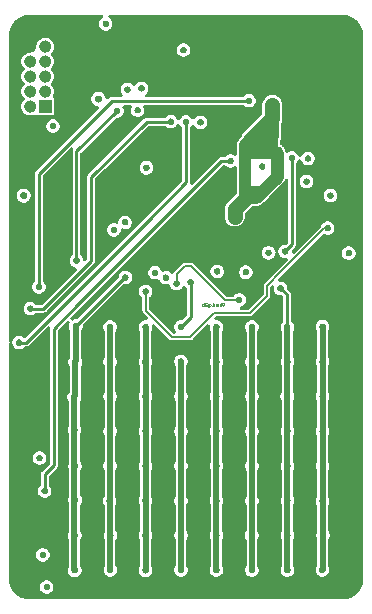
<source format=gbr>
%TF.GenerationSoftware,KiCad,Pcbnew,8.0.2*%
%TF.CreationDate,2024-08-28T15:29:28+05:30*%
%TF.ProjectId,CTF LED matrix,43544620-4c45-4442-906d-61747269782e,rev?*%
%TF.SameCoordinates,Original*%
%TF.FileFunction,Copper,L3,Inr*%
%TF.FilePolarity,Positive*%
%FSLAX46Y46*%
G04 Gerber Fmt 4.6, Leading zero omitted, Abs format (unit mm)*
G04 Created by KiCad (PCBNEW 8.0.2) date 2024-08-28 15:29:28*
%MOMM*%
%LPD*%
G01*
G04 APERTURE LIST*
%ADD10C,0.062500*%
%TA.AperFunction,NonConductor*%
%ADD11C,0.062500*%
%TD*%
%TA.AperFunction,NonConductor*%
%ADD12C,0.000000*%
%TD*%
%TA.AperFunction,NonConductor*%
%ADD13C,0.550000*%
%TD*%
%TA.AperFunction,ViaPad*%
%ADD14C,0.700010*%
%TD*%
%TA.AperFunction,ViaPad*%
%ADD15C,0.300010*%
%TD*%
%TA.AperFunction,ViaPad*%
%ADD16C,0.500010*%
%TD*%
%TA.AperFunction,Conductor*%
%ADD17C,0.254000*%
%TD*%
%TA.AperFunction,Conductor*%
%ADD18C,0.500000*%
%TD*%
%TA.AperFunction,Conductor*%
%ADD19C,1.016000*%
%TD*%
%TA.AperFunction,Conductor*%
%ADD20C,1.066800*%
%TD*%
%TA.AperFunction,Conductor*%
%ADD21C,1.270000*%
%TD*%
%TA.AperFunction,Conductor*%
%ADD22C,1.219200*%
%TD*%
%TA.AperFunction,Conductor*%
%ADD23C,0.300000*%
%TD*%
%TA.AperFunction,Conductor*%
%ADD24C,0.812800*%
%TD*%
%TA.AperFunction,Conductor*%
%ADD25C,0.150000*%
%TD*%
G04 APERTURE END LIST*
D10*
D11*
X147807784Y-97166154D02*
X147807784Y-96916154D01*
X147807784Y-97154250D02*
X147783975Y-97166154D01*
X147783975Y-97166154D02*
X147736356Y-97166154D01*
X147736356Y-97166154D02*
X147712546Y-97154250D01*
X147712546Y-97154250D02*
X147700641Y-97142345D01*
X147700641Y-97142345D02*
X147688737Y-97118535D01*
X147688737Y-97118535D02*
X147688737Y-97047107D01*
X147688737Y-97047107D02*
X147700641Y-97023297D01*
X147700641Y-97023297D02*
X147712546Y-97011392D01*
X147712546Y-97011392D02*
X147736356Y-96999488D01*
X147736356Y-96999488D02*
X147783975Y-96999488D01*
X147783975Y-96999488D02*
X147807784Y-97011392D01*
X148057784Y-96928059D02*
X148033974Y-96916154D01*
X148033974Y-96916154D02*
X147998260Y-96916154D01*
X147998260Y-96916154D02*
X147962546Y-96928059D01*
X147962546Y-96928059D02*
X147938736Y-96951869D01*
X147938736Y-96951869D02*
X147926831Y-96975678D01*
X147926831Y-96975678D02*
X147914927Y-97023297D01*
X147914927Y-97023297D02*
X147914927Y-97059011D01*
X147914927Y-97059011D02*
X147926831Y-97106630D01*
X147926831Y-97106630D02*
X147938736Y-97130440D01*
X147938736Y-97130440D02*
X147962546Y-97154250D01*
X147962546Y-97154250D02*
X147998260Y-97166154D01*
X147998260Y-97166154D02*
X148022069Y-97166154D01*
X148022069Y-97166154D02*
X148057784Y-97154250D01*
X148057784Y-97154250D02*
X148069688Y-97142345D01*
X148069688Y-97142345D02*
X148069688Y-97059011D01*
X148069688Y-97059011D02*
X148022069Y-97059011D01*
X148283974Y-96999488D02*
X148283974Y-97201869D01*
X148283974Y-97201869D02*
X148272069Y-97225678D01*
X148272069Y-97225678D02*
X148260165Y-97237583D01*
X148260165Y-97237583D02*
X148236355Y-97249488D01*
X148236355Y-97249488D02*
X148200641Y-97249488D01*
X148200641Y-97249488D02*
X148176831Y-97237583D01*
X148283974Y-97154250D02*
X148260165Y-97166154D01*
X148260165Y-97166154D02*
X148212546Y-97166154D01*
X148212546Y-97166154D02*
X148188736Y-97154250D01*
X148188736Y-97154250D02*
X148176831Y-97142345D01*
X148176831Y-97142345D02*
X148164927Y-97118535D01*
X148164927Y-97118535D02*
X148164927Y-97047107D01*
X148164927Y-97047107D02*
X148176831Y-97023297D01*
X148176831Y-97023297D02*
X148188736Y-97011392D01*
X148188736Y-97011392D02*
X148212546Y-96999488D01*
X148212546Y-96999488D02*
X148260165Y-96999488D01*
X148260165Y-96999488D02*
X148283974Y-97011392D01*
X148379212Y-97166154D02*
X148510164Y-96999488D01*
X148379212Y-96999488D02*
X148510164Y-97166154D01*
X148605402Y-97166154D02*
X148605402Y-96916154D01*
X148605402Y-97011392D02*
X148629212Y-96999488D01*
X148629212Y-96999488D02*
X148676831Y-96999488D01*
X148676831Y-96999488D02*
X148700640Y-97011392D01*
X148700640Y-97011392D02*
X148712545Y-97023297D01*
X148712545Y-97023297D02*
X148724450Y-97047107D01*
X148724450Y-97047107D02*
X148724450Y-97118535D01*
X148724450Y-97118535D02*
X148712545Y-97142345D01*
X148712545Y-97142345D02*
X148700640Y-97154250D01*
X148700640Y-97154250D02*
X148676831Y-97166154D01*
X148676831Y-97166154D02*
X148629212Y-97166154D01*
X148629212Y-97166154D02*
X148605402Y-97154250D01*
X148831592Y-97166154D02*
X148831592Y-96999488D01*
X148831592Y-97023297D02*
X148843497Y-97011392D01*
X148843497Y-97011392D02*
X148867307Y-96999488D01*
X148867307Y-96999488D02*
X148903021Y-96999488D01*
X148903021Y-96999488D02*
X148926830Y-97011392D01*
X148926830Y-97011392D02*
X148938735Y-97035202D01*
X148938735Y-97035202D02*
X148938735Y-97166154D01*
X148938735Y-97035202D02*
X148950640Y-97011392D01*
X148950640Y-97011392D02*
X148974449Y-96999488D01*
X148974449Y-96999488D02*
X149010164Y-96999488D01*
X149010164Y-96999488D02*
X149033973Y-97011392D01*
X149033973Y-97011392D02*
X149045878Y-97035202D01*
X149045878Y-97035202D02*
X149045878Y-97166154D01*
X149272068Y-97166154D02*
X149272068Y-96916154D01*
X149272068Y-97154250D02*
X149248259Y-97166154D01*
X149248259Y-97166154D02*
X149200640Y-97166154D01*
X149200640Y-97166154D02*
X149176830Y-97154250D01*
X149176830Y-97154250D02*
X149164925Y-97142345D01*
X149164925Y-97142345D02*
X149153021Y-97118535D01*
X149153021Y-97118535D02*
X149153021Y-97047107D01*
X149153021Y-97047107D02*
X149164925Y-97023297D01*
X149164925Y-97023297D02*
X149176830Y-97011392D01*
X149176830Y-97011392D02*
X149200640Y-96999488D01*
X149200640Y-96999488D02*
X149248259Y-96999488D01*
X149248259Y-96999488D02*
X149272068Y-97011392D01*
X149403020Y-97166154D02*
X149450639Y-97166154D01*
X149450639Y-97166154D02*
X149474449Y-97154250D01*
X149474449Y-97154250D02*
X149486353Y-97142345D01*
X149486353Y-97142345D02*
X149510163Y-97106630D01*
X149510163Y-97106630D02*
X149522068Y-97059011D01*
X149522068Y-97059011D02*
X149522068Y-96963773D01*
X149522068Y-96963773D02*
X149510163Y-96939964D01*
X149510163Y-96939964D02*
X149498258Y-96928059D01*
X149498258Y-96928059D02*
X149474449Y-96916154D01*
X149474449Y-96916154D02*
X149426830Y-96916154D01*
X149426830Y-96916154D02*
X149403020Y-96928059D01*
X149403020Y-96928059D02*
X149391115Y-96939964D01*
X149391115Y-96939964D02*
X149379211Y-96963773D01*
X149379211Y-96963773D02*
X149379211Y-97023297D01*
X149379211Y-97023297D02*
X149391115Y-97047107D01*
X149391115Y-97047107D02*
X149403020Y-97059011D01*
X149403020Y-97059011D02*
X149426830Y-97070916D01*
X149426830Y-97070916D02*
X149474449Y-97070916D01*
X149474449Y-97070916D02*
X149498258Y-97059011D01*
X149498258Y-97059011D02*
X149510163Y-97047107D01*
X149510163Y-97047107D02*
X149522068Y-97023297D01*
D12*
%TA.AperFunction,NonConductor*%
G36*
X140909660Y-105032020D02*
G01*
X140923090Y-105033350D01*
X140936450Y-105035330D01*
X140949680Y-105037960D01*
X140962780Y-105041240D01*
X140975690Y-105045160D01*
X140988400Y-105049710D01*
X141000870Y-105054870D01*
X141013070Y-105060640D01*
X141024980Y-105067010D01*
X141036550Y-105073940D01*
X141047780Y-105081440D01*
X141058620Y-105089480D01*
X141069050Y-105098050D01*
X141079050Y-105107110D01*
X141088600Y-105116660D01*
X141097660Y-105126660D01*
X141106230Y-105137090D01*
X141114270Y-105147930D01*
X141121770Y-105159160D01*
X141128700Y-105170730D01*
X141135070Y-105182640D01*
X141140840Y-105194840D01*
X141146000Y-105207310D01*
X141150550Y-105220020D01*
X141154470Y-105232930D01*
X141157750Y-105246030D01*
X141160380Y-105259260D01*
X141162360Y-105272620D01*
X141163690Y-105286050D01*
X141164350Y-105299530D01*
X141164350Y-105313030D01*
X141163690Y-105326510D01*
X141162360Y-105339940D01*
X141160380Y-105353300D01*
X141157750Y-105366530D01*
X141154470Y-105379630D01*
X141150550Y-105392540D01*
X141146000Y-105405250D01*
X141140840Y-105417720D01*
X141135070Y-105429920D01*
X141128700Y-105441830D01*
X141121770Y-105453400D01*
X141114270Y-105464630D01*
X141106230Y-105475470D01*
X141097660Y-105485900D01*
X141088600Y-105495900D01*
X141079050Y-105505450D01*
X141069050Y-105514510D01*
X141058620Y-105523080D01*
X141047780Y-105531120D01*
X141036550Y-105538620D01*
X141024980Y-105545550D01*
X141013070Y-105551920D01*
X141000870Y-105557690D01*
X140988400Y-105562850D01*
X140975690Y-105567400D01*
X140962780Y-105571320D01*
X140949680Y-105574600D01*
X140936450Y-105577230D01*
X140923090Y-105579210D01*
X140909660Y-105580540D01*
X140896180Y-105581200D01*
X140882680Y-105581200D01*
X140869200Y-105580540D01*
X140855770Y-105579210D01*
X140842410Y-105577230D01*
X140829180Y-105574600D01*
X140816080Y-105571320D01*
X140803170Y-105567400D01*
X140790460Y-105562850D01*
X140777990Y-105557690D01*
X140765790Y-105551920D01*
X140753880Y-105545550D01*
X140742310Y-105538620D01*
X140731080Y-105531120D01*
X140720240Y-105523080D01*
X140709810Y-105514510D01*
X140699810Y-105505450D01*
X140690260Y-105495900D01*
X140681200Y-105485900D01*
X140672630Y-105475470D01*
X140664590Y-105464630D01*
X140657090Y-105453400D01*
X140650160Y-105441830D01*
X140643790Y-105429920D01*
X140638020Y-105417720D01*
X140632860Y-105405250D01*
X140628310Y-105392540D01*
X140624390Y-105379630D01*
X140621110Y-105366530D01*
X140618480Y-105353300D01*
X140616500Y-105339940D01*
X140615170Y-105326510D01*
X140614510Y-105313030D01*
X140614510Y-105299530D01*
X140615170Y-105286050D01*
X140616500Y-105272620D01*
X140618480Y-105259260D01*
X140621110Y-105246030D01*
X140624390Y-105232930D01*
X140628310Y-105220020D01*
X140632860Y-105207310D01*
X140638020Y-105194840D01*
X140643790Y-105182640D01*
X140650160Y-105170730D01*
X140657090Y-105159160D01*
X140664590Y-105147930D01*
X140672630Y-105137090D01*
X140681200Y-105126660D01*
X140690260Y-105116660D01*
X140699810Y-105107110D01*
X140709810Y-105098050D01*
X140720240Y-105089480D01*
X140731080Y-105081440D01*
X140742310Y-105073940D01*
X140753880Y-105067010D01*
X140765790Y-105060640D01*
X140777990Y-105054870D01*
X140790460Y-105049710D01*
X140803170Y-105045160D01*
X140816080Y-105041240D01*
X140829180Y-105037960D01*
X140842410Y-105035330D01*
X140855770Y-105033350D01*
X140869200Y-105032020D01*
X140882680Y-105031360D01*
X140896180Y-105031360D01*
X140909660Y-105032020D01*
G37*
%TD.AperFunction*%
%TA.AperFunction,NonConductor*%
G36*
X149915460Y-99164120D02*
G01*
X149928890Y-99165450D01*
X149942250Y-99167430D01*
X149955480Y-99170060D01*
X149968580Y-99173340D01*
X149981490Y-99177260D01*
X149994200Y-99181810D01*
X150006670Y-99186970D01*
X150018870Y-99192740D01*
X150030780Y-99199110D01*
X150042350Y-99206040D01*
X150053580Y-99213540D01*
X150064420Y-99221580D01*
X150074850Y-99230150D01*
X150084850Y-99239210D01*
X150094400Y-99248760D01*
X150103460Y-99258760D01*
X150112030Y-99269190D01*
X150120070Y-99280030D01*
X150127570Y-99291260D01*
X150134500Y-99302830D01*
X150140870Y-99314740D01*
X150146640Y-99326940D01*
X150151800Y-99339410D01*
X150156350Y-99352120D01*
X150160270Y-99365030D01*
X150163550Y-99378130D01*
X150166180Y-99391360D01*
X150168160Y-99404720D01*
X150169490Y-99418150D01*
X150170150Y-99431630D01*
X150170150Y-99445130D01*
X150169490Y-99458610D01*
X150168160Y-99472040D01*
X150166180Y-99485400D01*
X150163550Y-99498630D01*
X150160270Y-99511730D01*
X150156350Y-99524640D01*
X150151800Y-99537350D01*
X150146640Y-99549820D01*
X150140870Y-99562020D01*
X150134500Y-99573930D01*
X150127570Y-99585500D01*
X150120070Y-99596730D01*
X150112030Y-99607570D01*
X150103460Y-99618000D01*
X150094400Y-99628000D01*
X150084850Y-99637550D01*
X150074850Y-99646610D01*
X150064420Y-99655180D01*
X150053580Y-99663220D01*
X150042350Y-99670720D01*
X150030780Y-99677650D01*
X150018870Y-99684020D01*
X150006670Y-99689790D01*
X149994200Y-99694950D01*
X149981490Y-99699500D01*
X149968580Y-99703420D01*
X149955480Y-99706700D01*
X149942250Y-99709330D01*
X149928890Y-99711310D01*
X149915460Y-99712640D01*
X149901980Y-99713300D01*
X149888480Y-99713300D01*
X149875000Y-99712640D01*
X149861570Y-99711310D01*
X149848210Y-99709330D01*
X149834980Y-99706700D01*
X149821880Y-99703420D01*
X149808970Y-99699500D01*
X149796260Y-99694950D01*
X149783790Y-99689790D01*
X149771590Y-99684020D01*
X149759680Y-99677650D01*
X149748110Y-99670720D01*
X149736880Y-99663220D01*
X149726040Y-99655180D01*
X149715610Y-99646610D01*
X149705610Y-99637550D01*
X149696060Y-99628000D01*
X149687000Y-99618000D01*
X149678430Y-99607570D01*
X149670390Y-99596730D01*
X149662890Y-99585500D01*
X149655960Y-99573930D01*
X149649590Y-99562020D01*
X149643820Y-99549820D01*
X149638660Y-99537350D01*
X149634110Y-99524640D01*
X149630190Y-99511730D01*
X149626910Y-99498630D01*
X149624280Y-99485400D01*
X149622300Y-99472040D01*
X149620970Y-99458610D01*
X149620310Y-99445130D01*
X149620310Y-99431630D01*
X149620970Y-99418150D01*
X149622300Y-99404720D01*
X149624280Y-99391360D01*
X149626910Y-99378130D01*
X149630190Y-99365030D01*
X149634110Y-99352120D01*
X149638660Y-99339410D01*
X149643820Y-99326940D01*
X149649590Y-99314740D01*
X149655960Y-99302830D01*
X149662890Y-99291260D01*
X149670390Y-99280030D01*
X149678430Y-99269190D01*
X149687000Y-99258760D01*
X149696060Y-99248760D01*
X149705610Y-99239210D01*
X149715610Y-99230150D01*
X149726040Y-99221580D01*
X149736880Y-99213540D01*
X149748110Y-99206040D01*
X149759680Y-99199110D01*
X149771590Y-99192740D01*
X149783790Y-99186970D01*
X149796260Y-99181810D01*
X149808970Y-99177260D01*
X149821880Y-99173340D01*
X149834980Y-99170060D01*
X149848210Y-99167430D01*
X149861570Y-99165450D01*
X149875000Y-99164120D01*
X149888480Y-99163460D01*
X149901980Y-99163460D01*
X149915460Y-99164120D01*
G37*
%TD.AperFunction*%
%TA.AperFunction,NonConductor*%
G36*
X140034560Y-88869420D02*
G01*
X140047990Y-88870750D01*
X140061350Y-88872730D01*
X140074580Y-88875360D01*
X140087680Y-88878640D01*
X140100590Y-88882560D01*
X140113300Y-88887110D01*
X140125770Y-88892270D01*
X140137970Y-88898040D01*
X140149880Y-88904410D01*
X140161450Y-88911340D01*
X140172680Y-88918840D01*
X140183520Y-88926880D01*
X140193950Y-88935450D01*
X140203950Y-88944510D01*
X140213500Y-88954060D01*
X140222560Y-88964060D01*
X140231130Y-88974490D01*
X140239170Y-88985330D01*
X140246670Y-88996560D01*
X140253600Y-89008130D01*
X140259970Y-89020040D01*
X140265740Y-89032240D01*
X140270900Y-89044710D01*
X140275450Y-89057420D01*
X140279370Y-89070330D01*
X140282650Y-89083430D01*
X140285280Y-89096660D01*
X140287260Y-89110020D01*
X140288590Y-89123450D01*
X140289250Y-89136930D01*
X140289250Y-89150430D01*
X140288590Y-89163910D01*
X140287260Y-89177340D01*
X140285280Y-89190700D01*
X140282650Y-89203930D01*
X140279370Y-89217030D01*
X140275450Y-89229940D01*
X140270900Y-89242650D01*
X140265740Y-89255120D01*
X140259970Y-89267320D01*
X140253600Y-89279230D01*
X140246670Y-89290800D01*
X140239170Y-89302030D01*
X140231130Y-89312870D01*
X140222560Y-89323300D01*
X140213500Y-89333300D01*
X140203950Y-89342850D01*
X140193950Y-89351910D01*
X140183520Y-89360480D01*
X140172680Y-89368520D01*
X140161450Y-89376020D01*
X140149880Y-89382950D01*
X140137970Y-89389320D01*
X140125770Y-89395090D01*
X140113300Y-89400250D01*
X140100590Y-89404800D01*
X140087680Y-89408720D01*
X140074580Y-89412000D01*
X140061350Y-89414630D01*
X140047990Y-89416610D01*
X140034560Y-89417940D01*
X140021080Y-89418600D01*
X140007580Y-89418600D01*
X139994100Y-89417940D01*
X139980670Y-89416610D01*
X139967310Y-89414630D01*
X139954080Y-89412000D01*
X139940980Y-89408720D01*
X139928070Y-89404800D01*
X139915360Y-89400250D01*
X139902890Y-89395090D01*
X139890690Y-89389320D01*
X139878780Y-89382950D01*
X139867210Y-89376020D01*
X139855980Y-89368520D01*
X139845140Y-89360480D01*
X139834710Y-89351910D01*
X139824710Y-89342850D01*
X139815160Y-89333300D01*
X139806100Y-89323300D01*
X139797530Y-89312870D01*
X139789490Y-89302030D01*
X139781990Y-89290800D01*
X139775060Y-89279230D01*
X139768690Y-89267320D01*
X139762920Y-89255120D01*
X139757760Y-89242650D01*
X139753210Y-89229940D01*
X139749290Y-89217030D01*
X139746010Y-89203930D01*
X139743380Y-89190700D01*
X139741400Y-89177340D01*
X139740070Y-89163910D01*
X139739410Y-89150430D01*
X139739410Y-89136930D01*
X139740070Y-89123450D01*
X139741400Y-89110020D01*
X139743380Y-89096660D01*
X139746010Y-89083430D01*
X139749290Y-89070330D01*
X139753210Y-89057420D01*
X139757760Y-89044710D01*
X139762920Y-89032240D01*
X139768690Y-89020040D01*
X139775060Y-89008130D01*
X139781990Y-88996560D01*
X139789490Y-88985330D01*
X139797530Y-88974490D01*
X139806100Y-88964060D01*
X139815160Y-88954060D01*
X139824710Y-88944510D01*
X139834710Y-88935450D01*
X139845140Y-88926880D01*
X139855980Y-88918840D01*
X139867210Y-88911340D01*
X139878780Y-88904410D01*
X139890690Y-88898040D01*
X139902890Y-88892270D01*
X139915360Y-88887110D01*
X139928070Y-88882560D01*
X139940980Y-88878640D01*
X139954080Y-88875360D01*
X139967310Y-88872730D01*
X139980670Y-88870750D01*
X139994100Y-88869420D01*
X140007580Y-88868760D01*
X140021080Y-88868760D01*
X140034560Y-88869420D01*
G37*
%TD.AperFunction*%
%TA.AperFunction,NonConductor*%
G36*
X140916060Y-99154220D02*
G01*
X140929490Y-99155550D01*
X140942850Y-99157530D01*
X140956080Y-99160160D01*
X140969180Y-99163440D01*
X140982090Y-99167360D01*
X140994800Y-99171910D01*
X141007270Y-99177070D01*
X141019470Y-99182840D01*
X141031380Y-99189210D01*
X141042950Y-99196140D01*
X141054180Y-99203640D01*
X141065020Y-99211680D01*
X141075450Y-99220250D01*
X141085450Y-99229310D01*
X141095000Y-99238860D01*
X141104060Y-99248860D01*
X141112630Y-99259290D01*
X141120670Y-99270130D01*
X141128170Y-99281360D01*
X141135100Y-99292930D01*
X141141470Y-99304840D01*
X141147240Y-99317040D01*
X141152400Y-99329510D01*
X141156950Y-99342220D01*
X141160870Y-99355130D01*
X141164150Y-99368230D01*
X141166780Y-99381460D01*
X141168760Y-99394820D01*
X141170090Y-99408250D01*
X141170750Y-99421730D01*
X141170750Y-99435230D01*
X141170090Y-99448710D01*
X141168760Y-99462140D01*
X141166780Y-99475500D01*
X141164150Y-99488730D01*
X141160870Y-99501830D01*
X141156950Y-99514740D01*
X141152400Y-99527450D01*
X141147240Y-99539920D01*
X141141470Y-99552120D01*
X141135100Y-99564030D01*
X141128170Y-99575600D01*
X141120670Y-99586830D01*
X141112630Y-99597670D01*
X141104060Y-99608100D01*
X141095000Y-99618100D01*
X141085450Y-99627650D01*
X141075450Y-99636710D01*
X141065020Y-99645280D01*
X141054180Y-99653320D01*
X141042950Y-99660820D01*
X141031380Y-99667750D01*
X141019470Y-99674120D01*
X141007270Y-99679890D01*
X140994800Y-99685050D01*
X140982090Y-99689600D01*
X140969180Y-99693520D01*
X140956080Y-99696800D01*
X140942850Y-99699430D01*
X140929490Y-99701410D01*
X140916060Y-99702740D01*
X140902580Y-99703400D01*
X140889080Y-99703400D01*
X140875600Y-99702740D01*
X140862170Y-99701410D01*
X140848810Y-99699430D01*
X140835580Y-99696800D01*
X140822480Y-99693520D01*
X140809570Y-99689600D01*
X140796860Y-99685050D01*
X140784390Y-99679890D01*
X140772190Y-99674120D01*
X140760280Y-99667750D01*
X140748710Y-99660820D01*
X140737480Y-99653320D01*
X140726640Y-99645280D01*
X140716210Y-99636710D01*
X140706210Y-99627650D01*
X140696660Y-99618100D01*
X140687600Y-99608100D01*
X140679030Y-99597670D01*
X140670990Y-99586830D01*
X140663490Y-99575600D01*
X140656560Y-99564030D01*
X140650190Y-99552120D01*
X140644420Y-99539920D01*
X140639260Y-99527450D01*
X140634710Y-99514740D01*
X140630790Y-99501830D01*
X140627510Y-99488730D01*
X140624880Y-99475500D01*
X140622900Y-99462140D01*
X140621570Y-99448710D01*
X140620910Y-99435230D01*
X140620910Y-99421730D01*
X140621570Y-99408250D01*
X140622900Y-99394820D01*
X140624880Y-99381460D01*
X140627510Y-99368230D01*
X140630790Y-99355130D01*
X140634710Y-99342220D01*
X140639260Y-99329510D01*
X140644420Y-99317040D01*
X140650190Y-99304840D01*
X140656560Y-99292930D01*
X140663490Y-99281360D01*
X140670990Y-99270130D01*
X140679030Y-99259290D01*
X140687600Y-99248860D01*
X140696660Y-99238860D01*
X140706210Y-99229310D01*
X140716210Y-99220250D01*
X140726640Y-99211680D01*
X140737480Y-99203640D01*
X140748710Y-99196140D01*
X140760280Y-99189210D01*
X140772190Y-99182840D01*
X140784390Y-99177070D01*
X140796860Y-99171910D01*
X140809570Y-99167360D01*
X140822480Y-99163440D01*
X140835580Y-99160160D01*
X140848810Y-99157530D01*
X140862170Y-99155550D01*
X140875600Y-99154220D01*
X140889080Y-99153560D01*
X140902580Y-99153560D01*
X140916060Y-99154220D01*
G37*
%TD.AperFunction*%
%TA.AperFunction,NonConductor*%
G36*
X159408360Y-96648320D02*
G01*
X159421790Y-96649650D01*
X159435150Y-96651630D01*
X159448380Y-96654260D01*
X159461480Y-96657540D01*
X159474390Y-96661460D01*
X159487100Y-96666010D01*
X159499570Y-96671170D01*
X159511770Y-96676940D01*
X159523680Y-96683310D01*
X159535250Y-96690240D01*
X159546480Y-96697740D01*
X159557320Y-96705780D01*
X159567750Y-96714350D01*
X159577750Y-96723410D01*
X159587300Y-96732960D01*
X159596360Y-96742960D01*
X159604930Y-96753390D01*
X159612970Y-96764230D01*
X159620470Y-96775460D01*
X159627400Y-96787030D01*
X159633770Y-96798940D01*
X159639540Y-96811140D01*
X159644700Y-96823610D01*
X159649250Y-96836320D01*
X159653170Y-96849230D01*
X159656450Y-96862330D01*
X159659080Y-96875560D01*
X159661060Y-96888920D01*
X159662390Y-96902350D01*
X159663050Y-96915830D01*
X159663050Y-96929330D01*
X159662390Y-96942810D01*
X159661060Y-96956240D01*
X159659080Y-96969600D01*
X159656450Y-96982830D01*
X159653170Y-96995930D01*
X159649250Y-97008840D01*
X159644700Y-97021550D01*
X159639540Y-97034020D01*
X159633770Y-97046220D01*
X159627400Y-97058130D01*
X159620470Y-97069700D01*
X159612970Y-97080930D01*
X159604930Y-97091770D01*
X159596360Y-97102200D01*
X159587300Y-97112200D01*
X159577750Y-97121750D01*
X159567750Y-97130810D01*
X159557320Y-97139380D01*
X159546480Y-97147420D01*
X159535250Y-97154920D01*
X159523680Y-97161850D01*
X159511770Y-97168220D01*
X159499570Y-97173990D01*
X159487100Y-97179150D01*
X159474390Y-97183700D01*
X159461480Y-97187620D01*
X159448380Y-97190900D01*
X159435150Y-97193530D01*
X159421790Y-97195510D01*
X159408360Y-97196840D01*
X159394880Y-97197500D01*
X159381380Y-97197500D01*
X159367900Y-97196840D01*
X159354470Y-97195510D01*
X159341110Y-97193530D01*
X159327880Y-97190900D01*
X159314780Y-97187620D01*
X159301870Y-97183700D01*
X159289160Y-97179150D01*
X159276690Y-97173990D01*
X159264490Y-97168220D01*
X159252580Y-97161850D01*
X159241010Y-97154920D01*
X159229780Y-97147420D01*
X159218940Y-97139380D01*
X159208510Y-97130810D01*
X159198510Y-97121750D01*
X159188960Y-97112200D01*
X159179900Y-97102200D01*
X159171330Y-97091770D01*
X159163290Y-97080930D01*
X159155790Y-97069700D01*
X159148860Y-97058130D01*
X159142490Y-97046220D01*
X159136720Y-97034020D01*
X159131560Y-97021550D01*
X159127010Y-97008840D01*
X159123090Y-96995930D01*
X159119810Y-96982830D01*
X159117180Y-96969600D01*
X159115200Y-96956240D01*
X159113870Y-96942810D01*
X159113210Y-96929330D01*
X159113210Y-96915830D01*
X159113870Y-96902350D01*
X159115200Y-96888920D01*
X159117180Y-96875560D01*
X159119810Y-96862330D01*
X159123090Y-96849230D01*
X159127010Y-96836320D01*
X159131560Y-96823610D01*
X159136720Y-96811140D01*
X159142490Y-96798940D01*
X159148860Y-96787030D01*
X159155790Y-96775460D01*
X159163290Y-96764230D01*
X159171330Y-96753390D01*
X159179900Y-96742960D01*
X159188960Y-96732960D01*
X159198510Y-96723410D01*
X159208510Y-96714350D01*
X159218940Y-96705780D01*
X159229780Y-96697740D01*
X159241010Y-96690240D01*
X159252580Y-96683310D01*
X159264490Y-96676940D01*
X159276690Y-96671170D01*
X159289160Y-96666010D01*
X159301870Y-96661460D01*
X159314780Y-96657540D01*
X159327880Y-96654260D01*
X159341110Y-96651630D01*
X159354470Y-96649650D01*
X159367900Y-96648320D01*
X159381380Y-96647660D01*
X159394880Y-96647660D01*
X159408360Y-96648320D01*
G37*
%TD.AperFunction*%
%TA.AperFunction,NonConductor*%
G36*
X149914760Y-110924620D02*
G01*
X149928190Y-110925950D01*
X149941550Y-110927930D01*
X149954780Y-110930560D01*
X149967880Y-110933840D01*
X149980790Y-110937760D01*
X149993500Y-110942310D01*
X150005970Y-110947470D01*
X150018170Y-110953240D01*
X150030080Y-110959610D01*
X150041650Y-110966540D01*
X150052880Y-110974040D01*
X150063720Y-110982080D01*
X150074150Y-110990650D01*
X150084150Y-110999710D01*
X150093700Y-111009260D01*
X150102760Y-111019260D01*
X150111330Y-111029690D01*
X150119370Y-111040530D01*
X150126870Y-111051760D01*
X150133800Y-111063330D01*
X150140170Y-111075240D01*
X150145940Y-111087440D01*
X150151100Y-111099910D01*
X150155650Y-111112620D01*
X150159570Y-111125530D01*
X150162850Y-111138630D01*
X150165480Y-111151860D01*
X150167460Y-111165220D01*
X150168790Y-111178650D01*
X150169450Y-111192130D01*
X150169450Y-111205630D01*
X150168790Y-111219110D01*
X150167460Y-111232540D01*
X150165480Y-111245900D01*
X150162850Y-111259130D01*
X150159570Y-111272230D01*
X150155650Y-111285140D01*
X150151100Y-111297850D01*
X150145940Y-111310320D01*
X150140170Y-111322520D01*
X150133800Y-111334430D01*
X150126870Y-111346000D01*
X150119370Y-111357230D01*
X150111330Y-111368070D01*
X150102760Y-111378500D01*
X150093700Y-111388500D01*
X150084150Y-111398050D01*
X150074150Y-111407110D01*
X150063720Y-111415680D01*
X150052880Y-111423720D01*
X150041650Y-111431220D01*
X150030080Y-111438150D01*
X150018170Y-111444520D01*
X150005970Y-111450290D01*
X149993500Y-111455450D01*
X149980790Y-111460000D01*
X149967880Y-111463920D01*
X149954780Y-111467200D01*
X149941550Y-111469830D01*
X149928190Y-111471810D01*
X149914760Y-111473140D01*
X149901280Y-111473800D01*
X149887780Y-111473800D01*
X149874300Y-111473140D01*
X149860870Y-111471810D01*
X149847510Y-111469830D01*
X149834280Y-111467200D01*
X149821180Y-111463920D01*
X149808270Y-111460000D01*
X149795560Y-111455450D01*
X149783090Y-111450290D01*
X149770890Y-111444520D01*
X149758980Y-111438150D01*
X149747410Y-111431220D01*
X149736180Y-111423720D01*
X149725340Y-111415680D01*
X149714910Y-111407110D01*
X149704910Y-111398050D01*
X149695360Y-111388500D01*
X149686300Y-111378500D01*
X149677730Y-111368070D01*
X149669690Y-111357230D01*
X149662190Y-111346000D01*
X149655260Y-111334430D01*
X149648890Y-111322520D01*
X149643120Y-111310320D01*
X149637960Y-111297850D01*
X149633410Y-111285140D01*
X149629490Y-111272230D01*
X149626210Y-111259130D01*
X149623580Y-111245900D01*
X149621600Y-111232540D01*
X149620270Y-111219110D01*
X149619610Y-111205630D01*
X149619610Y-111192130D01*
X149620270Y-111178650D01*
X149621600Y-111165220D01*
X149623580Y-111151860D01*
X149626210Y-111138630D01*
X149629490Y-111125530D01*
X149633410Y-111112620D01*
X149637960Y-111099910D01*
X149643120Y-111087440D01*
X149648890Y-111075240D01*
X149655260Y-111063330D01*
X149662190Y-111051760D01*
X149669690Y-111040530D01*
X149677730Y-111029690D01*
X149686300Y-111019260D01*
X149695360Y-111009260D01*
X149704910Y-110999710D01*
X149714910Y-110990650D01*
X149725340Y-110982080D01*
X149736180Y-110974040D01*
X149747410Y-110966540D01*
X149758980Y-110959610D01*
X149770890Y-110953240D01*
X149783090Y-110947470D01*
X149795560Y-110942310D01*
X149808270Y-110937760D01*
X149821180Y-110933840D01*
X149834280Y-110930560D01*
X149847510Y-110927930D01*
X149860870Y-110925950D01*
X149874300Y-110924620D01*
X149887780Y-110923960D01*
X149901280Y-110923960D01*
X149914760Y-110924620D01*
G37*
%TD.AperFunction*%
%TA.AperFunction,NonConductor*%
G36*
X152916960Y-110926420D02*
G01*
X152930390Y-110927750D01*
X152943750Y-110929730D01*
X152956980Y-110932360D01*
X152970080Y-110935640D01*
X152982990Y-110939560D01*
X152995700Y-110944110D01*
X153008170Y-110949270D01*
X153020370Y-110955040D01*
X153032280Y-110961410D01*
X153043850Y-110968340D01*
X153055080Y-110975840D01*
X153065920Y-110983880D01*
X153076350Y-110992450D01*
X153086350Y-111001510D01*
X153095900Y-111011060D01*
X153104960Y-111021060D01*
X153113530Y-111031490D01*
X153121570Y-111042330D01*
X153129070Y-111053560D01*
X153136000Y-111065130D01*
X153142370Y-111077040D01*
X153148140Y-111089240D01*
X153153300Y-111101710D01*
X153157850Y-111114420D01*
X153161770Y-111127330D01*
X153165050Y-111140430D01*
X153167680Y-111153660D01*
X153169660Y-111167020D01*
X153170990Y-111180450D01*
X153171650Y-111193930D01*
X153171650Y-111207430D01*
X153170990Y-111220910D01*
X153169660Y-111234340D01*
X153167680Y-111247700D01*
X153165050Y-111260930D01*
X153161770Y-111274030D01*
X153157850Y-111286940D01*
X153153300Y-111299650D01*
X153148140Y-111312120D01*
X153142370Y-111324320D01*
X153136000Y-111336230D01*
X153129070Y-111347800D01*
X153121570Y-111359030D01*
X153113530Y-111369870D01*
X153104960Y-111380300D01*
X153095900Y-111390300D01*
X153086350Y-111399850D01*
X153076350Y-111408910D01*
X153065920Y-111417480D01*
X153055080Y-111425520D01*
X153043850Y-111433020D01*
X153032280Y-111439950D01*
X153020370Y-111446320D01*
X153008170Y-111452090D01*
X152995700Y-111457250D01*
X152982990Y-111461800D01*
X152970080Y-111465720D01*
X152956980Y-111469000D01*
X152943750Y-111471630D01*
X152930390Y-111473610D01*
X152916960Y-111474940D01*
X152903480Y-111475600D01*
X152889980Y-111475600D01*
X152876500Y-111474940D01*
X152863070Y-111473610D01*
X152849710Y-111471630D01*
X152836480Y-111469000D01*
X152823380Y-111465720D01*
X152810470Y-111461800D01*
X152797760Y-111457250D01*
X152785290Y-111452090D01*
X152773090Y-111446320D01*
X152761180Y-111439950D01*
X152749610Y-111433020D01*
X152738380Y-111425520D01*
X152727540Y-111417480D01*
X152717110Y-111408910D01*
X152707110Y-111399850D01*
X152697560Y-111390300D01*
X152688500Y-111380300D01*
X152679930Y-111369870D01*
X152671890Y-111359030D01*
X152664390Y-111347800D01*
X152657460Y-111336230D01*
X152651090Y-111324320D01*
X152645320Y-111312120D01*
X152640160Y-111299650D01*
X152635610Y-111286940D01*
X152631690Y-111274030D01*
X152628410Y-111260930D01*
X152625780Y-111247700D01*
X152623800Y-111234340D01*
X152622470Y-111220910D01*
X152621810Y-111207430D01*
X152621810Y-111193930D01*
X152622470Y-111180450D01*
X152623800Y-111167020D01*
X152625780Y-111153660D01*
X152628410Y-111140430D01*
X152631690Y-111127330D01*
X152635610Y-111114420D01*
X152640160Y-111101710D01*
X152645320Y-111089240D01*
X152651090Y-111077040D01*
X152657460Y-111065130D01*
X152664390Y-111053560D01*
X152671890Y-111042330D01*
X152679930Y-111031490D01*
X152688500Y-111021060D01*
X152697560Y-111011060D01*
X152707110Y-111001510D01*
X152717110Y-110992450D01*
X152727540Y-110983880D01*
X152738380Y-110975840D01*
X152749610Y-110968340D01*
X152761180Y-110961410D01*
X152773090Y-110955040D01*
X152785290Y-110949270D01*
X152797760Y-110944110D01*
X152810470Y-110939560D01*
X152823380Y-110935640D01*
X152836480Y-110932360D01*
X152849710Y-110929730D01*
X152863070Y-110927750D01*
X152876500Y-110926420D01*
X152889980Y-110925760D01*
X152903480Y-110925760D01*
X152916960Y-110926420D01*
G37*
%TD.AperFunction*%
%TA.AperFunction,NonConductor*%
G36*
X152912560Y-116803620D02*
G01*
X152925990Y-116804950D01*
X152939350Y-116806930D01*
X152952580Y-116809560D01*
X152965680Y-116812840D01*
X152978590Y-116816760D01*
X152991300Y-116821310D01*
X153003770Y-116826470D01*
X153015970Y-116832240D01*
X153027880Y-116838610D01*
X153039450Y-116845540D01*
X153050680Y-116853040D01*
X153061520Y-116861080D01*
X153071950Y-116869650D01*
X153081950Y-116878710D01*
X153091500Y-116888260D01*
X153100560Y-116898260D01*
X153109130Y-116908690D01*
X153117170Y-116919530D01*
X153124670Y-116930760D01*
X153131600Y-116942330D01*
X153137970Y-116954240D01*
X153143740Y-116966440D01*
X153148900Y-116978910D01*
X153153450Y-116991620D01*
X153157370Y-117004530D01*
X153160650Y-117017630D01*
X153163280Y-117030860D01*
X153165260Y-117044220D01*
X153166590Y-117057650D01*
X153167250Y-117071130D01*
X153167250Y-117084630D01*
X153166590Y-117098110D01*
X153165260Y-117111540D01*
X153163280Y-117124900D01*
X153160650Y-117138130D01*
X153157370Y-117151230D01*
X153153450Y-117164140D01*
X153148900Y-117176850D01*
X153143740Y-117189320D01*
X153137970Y-117201520D01*
X153131600Y-117213430D01*
X153124670Y-117225000D01*
X153117170Y-117236230D01*
X153109130Y-117247070D01*
X153100560Y-117257500D01*
X153091500Y-117267500D01*
X153081950Y-117277050D01*
X153071950Y-117286110D01*
X153061520Y-117294680D01*
X153050680Y-117302720D01*
X153039450Y-117310220D01*
X153027880Y-117317150D01*
X153015970Y-117323520D01*
X153003770Y-117329290D01*
X152991300Y-117334450D01*
X152978590Y-117339000D01*
X152965680Y-117342920D01*
X152952580Y-117346200D01*
X152939350Y-117348830D01*
X152925990Y-117350810D01*
X152912560Y-117352140D01*
X152899080Y-117352800D01*
X152885580Y-117352800D01*
X152872100Y-117352140D01*
X152858670Y-117350810D01*
X152845310Y-117348830D01*
X152832080Y-117346200D01*
X152818980Y-117342920D01*
X152806070Y-117339000D01*
X152793360Y-117334450D01*
X152780890Y-117329290D01*
X152768690Y-117323520D01*
X152756780Y-117317150D01*
X152745210Y-117310220D01*
X152733980Y-117302720D01*
X152723140Y-117294680D01*
X152712710Y-117286110D01*
X152702710Y-117277050D01*
X152693160Y-117267500D01*
X152684100Y-117257500D01*
X152675530Y-117247070D01*
X152667490Y-117236230D01*
X152659990Y-117225000D01*
X152653060Y-117213430D01*
X152646690Y-117201520D01*
X152640920Y-117189320D01*
X152635760Y-117176850D01*
X152631210Y-117164140D01*
X152627290Y-117151230D01*
X152624010Y-117138130D01*
X152621380Y-117124900D01*
X152619400Y-117111540D01*
X152618070Y-117098110D01*
X152617410Y-117084630D01*
X152617410Y-117071130D01*
X152618070Y-117057650D01*
X152619400Y-117044220D01*
X152621380Y-117030860D01*
X152624010Y-117017630D01*
X152627290Y-117004530D01*
X152631210Y-116991620D01*
X152635760Y-116978910D01*
X152640920Y-116966440D01*
X152646690Y-116954240D01*
X152653060Y-116942330D01*
X152659990Y-116930760D01*
X152667490Y-116919530D01*
X152675530Y-116908690D01*
X152684100Y-116898260D01*
X152693160Y-116888260D01*
X152702710Y-116878710D01*
X152712710Y-116869650D01*
X152723140Y-116861080D01*
X152733980Y-116853040D01*
X152745210Y-116845540D01*
X152756780Y-116838610D01*
X152768690Y-116832240D01*
X152780890Y-116826470D01*
X152793360Y-116821310D01*
X152806070Y-116816760D01*
X152818980Y-116812840D01*
X152832080Y-116809560D01*
X152845310Y-116806930D01*
X152858670Y-116804950D01*
X152872100Y-116803620D01*
X152885580Y-116802960D01*
X152899080Y-116802960D01*
X152912560Y-116803620D01*
G37*
%TD.AperFunction*%
%TA.AperFunction,NonConductor*%
G36*
X149914360Y-113864320D02*
G01*
X149927790Y-113865650D01*
X149941150Y-113867630D01*
X149954380Y-113870260D01*
X149967480Y-113873540D01*
X149980390Y-113877460D01*
X149993100Y-113882010D01*
X150005570Y-113887170D01*
X150017770Y-113892940D01*
X150029680Y-113899310D01*
X150041250Y-113906240D01*
X150052480Y-113913740D01*
X150063320Y-113921780D01*
X150073750Y-113930350D01*
X150083750Y-113939410D01*
X150093300Y-113948960D01*
X150102360Y-113958960D01*
X150110930Y-113969390D01*
X150118970Y-113980230D01*
X150126470Y-113991460D01*
X150133400Y-114003030D01*
X150139770Y-114014940D01*
X150145540Y-114027140D01*
X150150700Y-114039610D01*
X150155250Y-114052320D01*
X150159170Y-114065230D01*
X150162450Y-114078330D01*
X150165080Y-114091560D01*
X150167060Y-114104920D01*
X150168390Y-114118350D01*
X150169050Y-114131830D01*
X150169050Y-114145330D01*
X150168390Y-114158810D01*
X150167060Y-114172240D01*
X150165080Y-114185600D01*
X150162450Y-114198830D01*
X150159170Y-114211930D01*
X150155250Y-114224840D01*
X150150700Y-114237550D01*
X150145540Y-114250020D01*
X150139770Y-114262220D01*
X150133400Y-114274130D01*
X150126470Y-114285700D01*
X150118970Y-114296930D01*
X150110930Y-114307770D01*
X150102360Y-114318200D01*
X150093300Y-114328200D01*
X150083750Y-114337750D01*
X150073750Y-114346810D01*
X150063320Y-114355380D01*
X150052480Y-114363420D01*
X150041250Y-114370920D01*
X150029680Y-114377850D01*
X150017770Y-114384220D01*
X150005570Y-114389990D01*
X149993100Y-114395150D01*
X149980390Y-114399700D01*
X149967480Y-114403620D01*
X149954380Y-114406900D01*
X149941150Y-114409530D01*
X149927790Y-114411510D01*
X149914360Y-114412840D01*
X149900880Y-114413500D01*
X149887380Y-114413500D01*
X149873900Y-114412840D01*
X149860470Y-114411510D01*
X149847110Y-114409530D01*
X149833880Y-114406900D01*
X149820780Y-114403620D01*
X149807870Y-114399700D01*
X149795160Y-114395150D01*
X149782690Y-114389990D01*
X149770490Y-114384220D01*
X149758580Y-114377850D01*
X149747010Y-114370920D01*
X149735780Y-114363420D01*
X149724940Y-114355380D01*
X149714510Y-114346810D01*
X149704510Y-114337750D01*
X149694960Y-114328200D01*
X149685900Y-114318200D01*
X149677330Y-114307770D01*
X149669290Y-114296930D01*
X149661790Y-114285700D01*
X149654860Y-114274130D01*
X149648490Y-114262220D01*
X149642720Y-114250020D01*
X149637560Y-114237550D01*
X149633010Y-114224840D01*
X149629090Y-114211930D01*
X149625810Y-114198830D01*
X149623180Y-114185600D01*
X149621200Y-114172240D01*
X149619870Y-114158810D01*
X149619210Y-114145330D01*
X149619210Y-114131830D01*
X149619870Y-114118350D01*
X149621200Y-114104920D01*
X149623180Y-114091560D01*
X149625810Y-114078330D01*
X149629090Y-114065230D01*
X149633010Y-114052320D01*
X149637560Y-114039610D01*
X149642720Y-114027140D01*
X149648490Y-114014940D01*
X149654860Y-114003030D01*
X149661790Y-113991460D01*
X149669290Y-113980230D01*
X149677330Y-113969390D01*
X149685900Y-113958960D01*
X149694960Y-113948960D01*
X149704510Y-113939410D01*
X149714510Y-113930350D01*
X149724940Y-113921780D01*
X149735780Y-113913740D01*
X149747010Y-113906240D01*
X149758580Y-113899310D01*
X149770490Y-113892940D01*
X149782690Y-113887170D01*
X149795160Y-113882010D01*
X149807870Y-113877460D01*
X149820780Y-113873540D01*
X149833880Y-113870260D01*
X149847110Y-113867630D01*
X149860470Y-113865650D01*
X149873900Y-113864320D01*
X149887380Y-113863660D01*
X149900880Y-113863660D01*
X149914360Y-113864320D01*
G37*
%TD.AperFunction*%
%TA.AperFunction,NonConductor*%
G36*
X155912960Y-116803920D02*
G01*
X155926390Y-116805250D01*
X155939750Y-116807230D01*
X155952980Y-116809860D01*
X155966080Y-116813140D01*
X155978990Y-116817060D01*
X155991700Y-116821610D01*
X156004170Y-116826770D01*
X156016370Y-116832540D01*
X156028280Y-116838910D01*
X156039850Y-116845840D01*
X156051080Y-116853340D01*
X156061920Y-116861380D01*
X156072350Y-116869950D01*
X156082350Y-116879010D01*
X156091900Y-116888560D01*
X156100960Y-116898560D01*
X156109530Y-116908990D01*
X156117570Y-116919830D01*
X156125070Y-116931060D01*
X156132000Y-116942630D01*
X156138370Y-116954540D01*
X156144140Y-116966740D01*
X156149300Y-116979210D01*
X156153850Y-116991920D01*
X156157770Y-117004830D01*
X156161050Y-117017930D01*
X156163680Y-117031160D01*
X156165660Y-117044520D01*
X156166990Y-117057950D01*
X156167650Y-117071430D01*
X156167650Y-117084930D01*
X156166990Y-117098410D01*
X156165660Y-117111840D01*
X156163680Y-117125200D01*
X156161050Y-117138430D01*
X156157770Y-117151530D01*
X156153850Y-117164440D01*
X156149300Y-117177150D01*
X156144140Y-117189620D01*
X156138370Y-117201820D01*
X156132000Y-117213730D01*
X156125070Y-117225300D01*
X156117570Y-117236530D01*
X156109530Y-117247370D01*
X156100960Y-117257800D01*
X156091900Y-117267800D01*
X156082350Y-117277350D01*
X156072350Y-117286410D01*
X156061920Y-117294980D01*
X156051080Y-117303020D01*
X156039850Y-117310520D01*
X156028280Y-117317450D01*
X156016370Y-117323820D01*
X156004170Y-117329590D01*
X155991700Y-117334750D01*
X155978990Y-117339300D01*
X155966080Y-117343220D01*
X155952980Y-117346500D01*
X155939750Y-117349130D01*
X155926390Y-117351110D01*
X155912960Y-117352440D01*
X155899480Y-117353100D01*
X155885980Y-117353100D01*
X155872500Y-117352440D01*
X155859070Y-117351110D01*
X155845710Y-117349130D01*
X155832480Y-117346500D01*
X155819380Y-117343220D01*
X155806470Y-117339300D01*
X155793760Y-117334750D01*
X155781290Y-117329590D01*
X155769090Y-117323820D01*
X155757180Y-117317450D01*
X155745610Y-117310520D01*
X155734380Y-117303020D01*
X155723540Y-117294980D01*
X155713110Y-117286410D01*
X155703110Y-117277350D01*
X155693560Y-117267800D01*
X155684500Y-117257800D01*
X155675930Y-117247370D01*
X155667890Y-117236530D01*
X155660390Y-117225300D01*
X155653460Y-117213730D01*
X155647090Y-117201820D01*
X155641320Y-117189620D01*
X155636160Y-117177150D01*
X155631610Y-117164440D01*
X155627690Y-117151530D01*
X155624410Y-117138430D01*
X155621780Y-117125200D01*
X155619800Y-117111840D01*
X155618470Y-117098410D01*
X155617810Y-117084930D01*
X155617810Y-117071430D01*
X155618470Y-117057950D01*
X155619800Y-117044520D01*
X155621780Y-117031160D01*
X155624410Y-117017930D01*
X155627690Y-117004830D01*
X155631610Y-116991920D01*
X155636160Y-116979210D01*
X155641320Y-116966740D01*
X155647090Y-116954540D01*
X155653460Y-116942630D01*
X155660390Y-116931060D01*
X155667890Y-116919830D01*
X155675930Y-116908990D01*
X155684500Y-116898560D01*
X155693560Y-116888560D01*
X155703110Y-116879010D01*
X155713110Y-116869950D01*
X155723540Y-116861380D01*
X155734380Y-116853340D01*
X155745610Y-116845840D01*
X155757180Y-116838910D01*
X155769090Y-116832540D01*
X155781290Y-116826770D01*
X155793760Y-116821610D01*
X155806470Y-116817060D01*
X155819380Y-116813140D01*
X155832480Y-116809860D01*
X155845710Y-116807230D01*
X155859070Y-116805250D01*
X155872500Y-116803920D01*
X155885980Y-116803260D01*
X155899480Y-116803260D01*
X155912960Y-116803920D01*
G37*
%TD.AperFunction*%
%TA.AperFunction,NonConductor*%
G36*
X152709960Y-94188720D02*
G01*
X152723390Y-94190050D01*
X152736750Y-94192030D01*
X152749980Y-94194660D01*
X152763080Y-94197940D01*
X152775990Y-94201860D01*
X152788700Y-94206410D01*
X152801170Y-94211570D01*
X152813370Y-94217340D01*
X152825280Y-94223710D01*
X152836850Y-94230640D01*
X152848080Y-94238140D01*
X152858920Y-94246180D01*
X152869350Y-94254750D01*
X152879350Y-94263810D01*
X152888900Y-94273360D01*
X152897960Y-94283360D01*
X152906530Y-94293790D01*
X152914570Y-94304630D01*
X152922070Y-94315860D01*
X152929000Y-94327430D01*
X152935370Y-94339340D01*
X152941140Y-94351540D01*
X152946300Y-94364010D01*
X152950850Y-94376720D01*
X152954770Y-94389630D01*
X152958050Y-94402730D01*
X152960680Y-94415960D01*
X152962660Y-94429320D01*
X152963990Y-94442750D01*
X152964650Y-94456230D01*
X152964650Y-94469730D01*
X152963990Y-94483210D01*
X152962660Y-94496640D01*
X152960680Y-94510000D01*
X152958050Y-94523230D01*
X152954770Y-94536330D01*
X152950850Y-94549240D01*
X152946300Y-94561950D01*
X152941140Y-94574420D01*
X152935370Y-94586620D01*
X152929000Y-94598530D01*
X152922070Y-94610100D01*
X152914570Y-94621330D01*
X152906530Y-94632170D01*
X152897960Y-94642600D01*
X152888900Y-94652600D01*
X152879350Y-94662150D01*
X152869350Y-94671210D01*
X152858920Y-94679780D01*
X152848080Y-94687820D01*
X152836850Y-94695320D01*
X152825280Y-94702250D01*
X152813370Y-94708620D01*
X152801170Y-94714390D01*
X152788700Y-94719550D01*
X152775990Y-94724100D01*
X152763080Y-94728020D01*
X152749980Y-94731300D01*
X152736750Y-94733930D01*
X152723390Y-94735910D01*
X152709960Y-94737240D01*
X152696480Y-94737900D01*
X152682980Y-94737900D01*
X152669500Y-94737240D01*
X152656070Y-94735910D01*
X152642710Y-94733930D01*
X152629480Y-94731300D01*
X152616380Y-94728020D01*
X152603470Y-94724100D01*
X152590760Y-94719550D01*
X152578290Y-94714390D01*
X152566090Y-94708620D01*
X152554180Y-94702250D01*
X152542610Y-94695320D01*
X152531380Y-94687820D01*
X152520540Y-94679780D01*
X152510110Y-94671210D01*
X152500110Y-94662150D01*
X152490560Y-94652600D01*
X152481500Y-94642600D01*
X152472930Y-94632170D01*
X152464890Y-94621330D01*
X152457390Y-94610100D01*
X152450460Y-94598530D01*
X152444090Y-94586620D01*
X152438320Y-94574420D01*
X152433160Y-94561950D01*
X152428610Y-94549240D01*
X152424690Y-94536330D01*
X152421410Y-94523230D01*
X152418780Y-94510000D01*
X152416800Y-94496640D01*
X152415470Y-94483210D01*
X152414810Y-94469730D01*
X152414810Y-94456230D01*
X152415470Y-94442750D01*
X152416800Y-94429320D01*
X152418780Y-94415960D01*
X152421410Y-94402730D01*
X152424690Y-94389630D01*
X152428610Y-94376720D01*
X152433160Y-94364010D01*
X152438320Y-94351540D01*
X152444090Y-94339340D01*
X152450460Y-94327430D01*
X152457390Y-94315860D01*
X152464890Y-94304630D01*
X152472930Y-94293790D01*
X152481500Y-94283360D01*
X152490560Y-94273360D01*
X152500110Y-94263810D01*
X152510110Y-94254750D01*
X152520540Y-94246180D01*
X152531380Y-94238140D01*
X152542610Y-94230640D01*
X152554180Y-94223710D01*
X152566090Y-94217340D01*
X152578290Y-94211570D01*
X152590760Y-94206410D01*
X152603470Y-94201860D01*
X152616380Y-94197940D01*
X152629480Y-94194660D01*
X152642710Y-94192030D01*
X152656070Y-94190050D01*
X152669500Y-94188720D01*
X152682980Y-94188060D01*
X152696480Y-94188060D01*
X152709960Y-94188720D01*
G37*
%TD.AperFunction*%
%TA.AperFunction,NonConductor*%
G36*
X156808760Y-93833120D02*
G01*
X156822190Y-93834450D01*
X156835550Y-93836430D01*
X156848780Y-93839060D01*
X156861880Y-93842340D01*
X156874790Y-93846260D01*
X156887500Y-93850810D01*
X156899970Y-93855970D01*
X156912170Y-93861740D01*
X156924080Y-93868110D01*
X156935650Y-93875040D01*
X156946880Y-93882540D01*
X156957720Y-93890580D01*
X156968150Y-93899150D01*
X156978150Y-93908210D01*
X156987700Y-93917760D01*
X156996760Y-93927760D01*
X157005330Y-93938190D01*
X157013370Y-93949030D01*
X157020870Y-93960260D01*
X157027800Y-93971830D01*
X157034170Y-93983740D01*
X157039940Y-93995940D01*
X157045100Y-94008410D01*
X157049650Y-94021120D01*
X157053570Y-94034030D01*
X157056850Y-94047130D01*
X157059480Y-94060360D01*
X157061460Y-94073720D01*
X157062790Y-94087150D01*
X157063450Y-94100630D01*
X157063450Y-94114130D01*
X157062790Y-94127610D01*
X157061460Y-94141040D01*
X157059480Y-94154400D01*
X157056850Y-94167630D01*
X157053570Y-94180730D01*
X157049650Y-94193640D01*
X157045100Y-94206350D01*
X157039940Y-94218820D01*
X157034170Y-94231020D01*
X157027800Y-94242930D01*
X157020870Y-94254500D01*
X157013370Y-94265730D01*
X157005330Y-94276570D01*
X156996760Y-94287000D01*
X156987700Y-94297000D01*
X156978150Y-94306550D01*
X156968150Y-94315610D01*
X156957720Y-94324180D01*
X156946880Y-94332220D01*
X156935650Y-94339720D01*
X156924080Y-94346650D01*
X156912170Y-94353020D01*
X156899970Y-94358790D01*
X156887500Y-94363950D01*
X156874790Y-94368500D01*
X156861880Y-94372420D01*
X156848780Y-94375700D01*
X156835550Y-94378330D01*
X156822190Y-94380310D01*
X156808760Y-94381640D01*
X156795280Y-94382300D01*
X156781780Y-94382300D01*
X156768300Y-94381640D01*
X156754870Y-94380310D01*
X156741510Y-94378330D01*
X156728280Y-94375700D01*
X156715180Y-94372420D01*
X156702270Y-94368500D01*
X156689560Y-94363950D01*
X156677090Y-94358790D01*
X156664890Y-94353020D01*
X156652980Y-94346650D01*
X156641410Y-94339720D01*
X156630180Y-94332220D01*
X156619340Y-94324180D01*
X156608910Y-94315610D01*
X156598910Y-94306550D01*
X156589360Y-94297000D01*
X156580300Y-94287000D01*
X156571730Y-94276570D01*
X156563690Y-94265730D01*
X156556190Y-94254500D01*
X156549260Y-94242930D01*
X156542890Y-94231020D01*
X156537120Y-94218820D01*
X156531960Y-94206350D01*
X156527410Y-94193640D01*
X156523490Y-94180730D01*
X156520210Y-94167630D01*
X156517580Y-94154400D01*
X156515600Y-94141040D01*
X156514270Y-94127610D01*
X156513610Y-94114130D01*
X156513610Y-94100630D01*
X156514270Y-94087150D01*
X156515600Y-94073720D01*
X156517580Y-94060360D01*
X156520210Y-94047130D01*
X156523490Y-94034030D01*
X156527410Y-94021120D01*
X156531960Y-94008410D01*
X156537120Y-93995940D01*
X156542890Y-93983740D01*
X156549260Y-93971830D01*
X156556190Y-93960260D01*
X156563690Y-93949030D01*
X156571730Y-93938190D01*
X156580300Y-93927760D01*
X156589360Y-93917760D01*
X156598910Y-93908210D01*
X156608910Y-93899150D01*
X156619340Y-93890580D01*
X156630180Y-93882540D01*
X156641410Y-93875040D01*
X156652980Y-93868110D01*
X156664890Y-93861740D01*
X156677090Y-93855970D01*
X156689560Y-93850810D01*
X156702270Y-93846260D01*
X156715180Y-93842340D01*
X156728280Y-93839060D01*
X156741510Y-93836430D01*
X156754870Y-93834450D01*
X156768300Y-93833120D01*
X156781780Y-93832460D01*
X156795280Y-93832460D01*
X156808760Y-93833120D01*
G37*
%TD.AperFunction*%
%TA.AperFunction,NonConductor*%
G36*
X152917260Y-107986120D02*
G01*
X152930690Y-107987450D01*
X152944050Y-107989430D01*
X152957280Y-107992060D01*
X152970380Y-107995340D01*
X152983290Y-107999260D01*
X152996000Y-108003810D01*
X153008470Y-108008970D01*
X153020670Y-108014740D01*
X153032580Y-108021110D01*
X153044150Y-108028040D01*
X153055380Y-108035540D01*
X153066220Y-108043580D01*
X153076650Y-108052150D01*
X153086650Y-108061210D01*
X153096200Y-108070760D01*
X153105260Y-108080760D01*
X153113830Y-108091190D01*
X153121870Y-108102030D01*
X153129370Y-108113260D01*
X153136300Y-108124830D01*
X153142670Y-108136740D01*
X153148440Y-108148940D01*
X153153600Y-108161410D01*
X153158150Y-108174120D01*
X153162070Y-108187030D01*
X153165350Y-108200130D01*
X153167980Y-108213360D01*
X153169960Y-108226720D01*
X153171290Y-108240150D01*
X153171950Y-108253630D01*
X153171950Y-108267130D01*
X153171290Y-108280610D01*
X153169960Y-108294040D01*
X153167980Y-108307400D01*
X153165350Y-108320630D01*
X153162070Y-108333730D01*
X153158150Y-108346640D01*
X153153600Y-108359350D01*
X153148440Y-108371820D01*
X153142670Y-108384020D01*
X153136300Y-108395930D01*
X153129370Y-108407500D01*
X153121870Y-108418730D01*
X153113830Y-108429570D01*
X153105260Y-108440000D01*
X153096200Y-108450000D01*
X153086650Y-108459550D01*
X153076650Y-108468610D01*
X153066220Y-108477180D01*
X153055380Y-108485220D01*
X153044150Y-108492720D01*
X153032580Y-108499650D01*
X153020670Y-108506020D01*
X153008470Y-108511790D01*
X152996000Y-108516950D01*
X152983290Y-108521500D01*
X152970380Y-108525420D01*
X152957280Y-108528700D01*
X152944050Y-108531330D01*
X152930690Y-108533310D01*
X152917260Y-108534640D01*
X152903780Y-108535300D01*
X152890280Y-108535300D01*
X152876800Y-108534640D01*
X152863370Y-108533310D01*
X152850010Y-108531330D01*
X152836780Y-108528700D01*
X152823680Y-108525420D01*
X152810770Y-108521500D01*
X152798060Y-108516950D01*
X152785590Y-108511790D01*
X152773390Y-108506020D01*
X152761480Y-108499650D01*
X152749910Y-108492720D01*
X152738680Y-108485220D01*
X152727840Y-108477180D01*
X152717410Y-108468610D01*
X152707410Y-108459550D01*
X152697860Y-108450000D01*
X152688800Y-108440000D01*
X152680230Y-108429570D01*
X152672190Y-108418730D01*
X152664690Y-108407500D01*
X152657760Y-108395930D01*
X152651390Y-108384020D01*
X152645620Y-108371820D01*
X152640460Y-108359350D01*
X152635910Y-108346640D01*
X152631990Y-108333730D01*
X152628710Y-108320630D01*
X152626080Y-108307400D01*
X152624100Y-108294040D01*
X152622770Y-108280610D01*
X152622110Y-108267130D01*
X152622110Y-108253630D01*
X152622770Y-108240150D01*
X152624100Y-108226720D01*
X152626080Y-108213360D01*
X152628710Y-108200130D01*
X152631990Y-108187030D01*
X152635910Y-108174120D01*
X152640460Y-108161410D01*
X152645620Y-108148940D01*
X152651390Y-108136740D01*
X152657760Y-108124830D01*
X152664690Y-108113260D01*
X152672190Y-108102030D01*
X152680230Y-108091190D01*
X152688800Y-108080760D01*
X152697860Y-108070760D01*
X152707410Y-108061210D01*
X152717410Y-108052150D01*
X152727840Y-108043580D01*
X152738680Y-108035540D01*
X152749910Y-108028040D01*
X152761480Y-108021110D01*
X152773390Y-108014740D01*
X152785590Y-108008970D01*
X152798060Y-108003810D01*
X152810770Y-107999260D01*
X152823680Y-107995340D01*
X152836780Y-107992060D01*
X152850010Y-107989430D01*
X152863370Y-107987450D01*
X152876800Y-107986120D01*
X152890280Y-107985460D01*
X152903780Y-107985460D01*
X152917260Y-107986120D01*
G37*
%TD.AperFunction*%
%TA.AperFunction,NonConductor*%
G36*
X149913660Y-102104020D02*
G01*
X149927090Y-102105350D01*
X149940450Y-102107330D01*
X149953680Y-102109960D01*
X149966780Y-102113240D01*
X149979690Y-102117160D01*
X149992400Y-102121710D01*
X150004870Y-102126870D01*
X150017070Y-102132640D01*
X150028980Y-102139010D01*
X150040550Y-102145940D01*
X150051780Y-102153440D01*
X150062620Y-102161480D01*
X150073050Y-102170050D01*
X150083050Y-102179110D01*
X150092600Y-102188660D01*
X150101660Y-102198660D01*
X150110230Y-102209090D01*
X150118270Y-102219930D01*
X150125770Y-102231160D01*
X150132700Y-102242730D01*
X150139070Y-102254640D01*
X150144840Y-102266840D01*
X150150000Y-102279310D01*
X150154550Y-102292020D01*
X150158470Y-102304930D01*
X150161750Y-102318030D01*
X150164380Y-102331260D01*
X150166360Y-102344620D01*
X150167690Y-102358050D01*
X150168350Y-102371530D01*
X150168350Y-102385030D01*
X150167690Y-102398510D01*
X150166360Y-102411940D01*
X150164380Y-102425300D01*
X150161750Y-102438530D01*
X150158470Y-102451630D01*
X150154550Y-102464540D01*
X150150000Y-102477250D01*
X150144840Y-102489720D01*
X150139070Y-102501920D01*
X150132700Y-102513830D01*
X150125770Y-102525400D01*
X150118270Y-102536630D01*
X150110230Y-102547470D01*
X150101660Y-102557900D01*
X150092600Y-102567900D01*
X150083050Y-102577450D01*
X150073050Y-102586510D01*
X150062620Y-102595080D01*
X150051780Y-102603120D01*
X150040550Y-102610620D01*
X150028980Y-102617550D01*
X150017070Y-102623920D01*
X150004870Y-102629690D01*
X149992400Y-102634850D01*
X149979690Y-102639400D01*
X149966780Y-102643320D01*
X149953680Y-102646600D01*
X149940450Y-102649230D01*
X149927090Y-102651210D01*
X149913660Y-102652540D01*
X149900180Y-102653200D01*
X149886680Y-102653200D01*
X149873200Y-102652540D01*
X149859770Y-102651210D01*
X149846410Y-102649230D01*
X149833180Y-102646600D01*
X149820080Y-102643320D01*
X149807170Y-102639400D01*
X149794460Y-102634850D01*
X149781990Y-102629690D01*
X149769790Y-102623920D01*
X149757880Y-102617550D01*
X149746310Y-102610620D01*
X149735080Y-102603120D01*
X149724240Y-102595080D01*
X149713810Y-102586510D01*
X149703810Y-102577450D01*
X149694260Y-102567900D01*
X149685200Y-102557900D01*
X149676630Y-102547470D01*
X149668590Y-102536630D01*
X149661090Y-102525400D01*
X149654160Y-102513830D01*
X149647790Y-102501920D01*
X149642020Y-102489720D01*
X149636860Y-102477250D01*
X149632310Y-102464540D01*
X149628390Y-102451630D01*
X149625110Y-102438530D01*
X149622480Y-102425300D01*
X149620500Y-102411940D01*
X149619170Y-102398510D01*
X149618510Y-102385030D01*
X149618510Y-102371530D01*
X149619170Y-102358050D01*
X149620500Y-102344620D01*
X149622480Y-102331260D01*
X149625110Y-102318030D01*
X149628390Y-102304930D01*
X149632310Y-102292020D01*
X149636860Y-102279310D01*
X149642020Y-102266840D01*
X149647790Y-102254640D01*
X149654160Y-102242730D01*
X149661090Y-102231160D01*
X149668590Y-102219930D01*
X149676630Y-102209090D01*
X149685200Y-102198660D01*
X149694260Y-102188660D01*
X149703810Y-102179110D01*
X149713810Y-102170050D01*
X149724240Y-102161480D01*
X149735080Y-102153440D01*
X149746310Y-102145940D01*
X149757880Y-102139010D01*
X149769790Y-102132640D01*
X149781990Y-102126870D01*
X149794460Y-102121710D01*
X149807170Y-102117160D01*
X149820080Y-102113240D01*
X149833180Y-102109960D01*
X149846410Y-102107330D01*
X149859770Y-102105350D01*
X149873200Y-102104020D01*
X149886680Y-102103360D01*
X149900180Y-102103360D01*
X149913660Y-102104020D01*
G37*
%TD.AperFunction*%
%TA.AperFunction,NonConductor*%
G36*
X149912960Y-107983520D02*
G01*
X149926390Y-107984850D01*
X149939750Y-107986830D01*
X149952980Y-107989460D01*
X149966080Y-107992740D01*
X149978990Y-107996660D01*
X149991700Y-108001210D01*
X150004170Y-108006370D01*
X150016370Y-108012140D01*
X150028280Y-108018510D01*
X150039850Y-108025440D01*
X150051080Y-108032940D01*
X150061920Y-108040980D01*
X150072350Y-108049550D01*
X150082350Y-108058610D01*
X150091900Y-108068160D01*
X150100960Y-108078160D01*
X150109530Y-108088590D01*
X150117570Y-108099430D01*
X150125070Y-108110660D01*
X150132000Y-108122230D01*
X150138370Y-108134140D01*
X150144140Y-108146340D01*
X150149300Y-108158810D01*
X150153850Y-108171520D01*
X150157770Y-108184430D01*
X150161050Y-108197530D01*
X150163680Y-108210760D01*
X150165660Y-108224120D01*
X150166990Y-108237550D01*
X150167650Y-108251030D01*
X150167650Y-108264530D01*
X150166990Y-108278010D01*
X150165660Y-108291440D01*
X150163680Y-108304800D01*
X150161050Y-108318030D01*
X150157770Y-108331130D01*
X150153850Y-108344040D01*
X150149300Y-108356750D01*
X150144140Y-108369220D01*
X150138370Y-108381420D01*
X150132000Y-108393330D01*
X150125070Y-108404900D01*
X150117570Y-108416130D01*
X150109530Y-108426970D01*
X150100960Y-108437400D01*
X150091900Y-108447400D01*
X150082350Y-108456950D01*
X150072350Y-108466010D01*
X150061920Y-108474580D01*
X150051080Y-108482620D01*
X150039850Y-108490120D01*
X150028280Y-108497050D01*
X150016370Y-108503420D01*
X150004170Y-108509190D01*
X149991700Y-108514350D01*
X149978990Y-108518900D01*
X149966080Y-108522820D01*
X149952980Y-108526100D01*
X149939750Y-108528730D01*
X149926390Y-108530710D01*
X149912960Y-108532040D01*
X149899480Y-108532700D01*
X149885980Y-108532700D01*
X149872500Y-108532040D01*
X149859070Y-108530710D01*
X149845710Y-108528730D01*
X149832480Y-108526100D01*
X149819380Y-108522820D01*
X149806470Y-108518900D01*
X149793760Y-108514350D01*
X149781290Y-108509190D01*
X149769090Y-108503420D01*
X149757180Y-108497050D01*
X149745610Y-108490120D01*
X149734380Y-108482620D01*
X149723540Y-108474580D01*
X149713110Y-108466010D01*
X149703110Y-108456950D01*
X149693560Y-108447400D01*
X149684500Y-108437400D01*
X149675930Y-108426970D01*
X149667890Y-108416130D01*
X149660390Y-108404900D01*
X149653460Y-108393330D01*
X149647090Y-108381420D01*
X149641320Y-108369220D01*
X149636160Y-108356750D01*
X149631610Y-108344040D01*
X149627690Y-108331130D01*
X149624410Y-108318030D01*
X149621780Y-108304800D01*
X149619800Y-108291440D01*
X149618470Y-108278010D01*
X149617810Y-108264530D01*
X149617810Y-108251030D01*
X149618470Y-108237550D01*
X149619800Y-108224120D01*
X149621780Y-108210760D01*
X149624410Y-108197530D01*
X149627690Y-108184430D01*
X149631610Y-108171520D01*
X149636160Y-108158810D01*
X149641320Y-108146340D01*
X149647090Y-108134140D01*
X149653460Y-108122230D01*
X149660390Y-108110660D01*
X149667890Y-108099430D01*
X149675930Y-108088590D01*
X149684500Y-108078160D01*
X149693560Y-108068160D01*
X149703110Y-108058610D01*
X149713110Y-108049550D01*
X149723540Y-108040980D01*
X149734380Y-108032940D01*
X149745610Y-108025440D01*
X149757180Y-108018510D01*
X149769090Y-108012140D01*
X149781290Y-108006370D01*
X149793760Y-108001210D01*
X149806470Y-107996660D01*
X149819380Y-107992740D01*
X149832480Y-107989460D01*
X149845710Y-107986830D01*
X149859070Y-107984850D01*
X149872500Y-107983520D01*
X149885980Y-107982860D01*
X149899480Y-107982860D01*
X149912960Y-107983520D01*
G37*
%TD.AperFunction*%
%TA.AperFunction,NonConductor*%
G36*
X152914660Y-99163920D02*
G01*
X152928090Y-99165250D01*
X152941450Y-99167230D01*
X152954680Y-99169860D01*
X152967780Y-99173140D01*
X152980690Y-99177060D01*
X152993400Y-99181610D01*
X153005870Y-99186770D01*
X153018070Y-99192540D01*
X153029980Y-99198910D01*
X153041550Y-99205840D01*
X153052780Y-99213340D01*
X153063620Y-99221380D01*
X153074050Y-99229950D01*
X153084050Y-99239010D01*
X153093600Y-99248560D01*
X153102660Y-99258560D01*
X153111230Y-99268990D01*
X153119270Y-99279830D01*
X153126770Y-99291060D01*
X153133700Y-99302630D01*
X153140070Y-99314540D01*
X153145840Y-99326740D01*
X153151000Y-99339210D01*
X153155550Y-99351920D01*
X153159470Y-99364830D01*
X153162750Y-99377930D01*
X153165380Y-99391160D01*
X153167360Y-99404520D01*
X153168690Y-99417950D01*
X153169350Y-99431430D01*
X153169350Y-99444930D01*
X153168690Y-99458410D01*
X153167360Y-99471840D01*
X153165380Y-99485200D01*
X153162750Y-99498430D01*
X153159470Y-99511530D01*
X153155550Y-99524440D01*
X153151000Y-99537150D01*
X153145840Y-99549620D01*
X153140070Y-99561820D01*
X153133700Y-99573730D01*
X153126770Y-99585300D01*
X153119270Y-99596530D01*
X153111230Y-99607370D01*
X153102660Y-99617800D01*
X153093600Y-99627800D01*
X153084050Y-99637350D01*
X153074050Y-99646410D01*
X153063620Y-99654980D01*
X153052780Y-99663020D01*
X153041550Y-99670520D01*
X153029980Y-99677450D01*
X153018070Y-99683820D01*
X153005870Y-99689590D01*
X152993400Y-99694750D01*
X152980690Y-99699300D01*
X152967780Y-99703220D01*
X152954680Y-99706500D01*
X152941450Y-99709130D01*
X152928090Y-99711110D01*
X152914660Y-99712440D01*
X152901180Y-99713100D01*
X152887680Y-99713100D01*
X152874200Y-99712440D01*
X152860770Y-99711110D01*
X152847410Y-99709130D01*
X152834180Y-99706500D01*
X152821080Y-99703220D01*
X152808170Y-99699300D01*
X152795460Y-99694750D01*
X152782990Y-99689590D01*
X152770790Y-99683820D01*
X152758880Y-99677450D01*
X152747310Y-99670520D01*
X152736080Y-99663020D01*
X152725240Y-99654980D01*
X152714810Y-99646410D01*
X152704810Y-99637350D01*
X152695260Y-99627800D01*
X152686200Y-99617800D01*
X152677630Y-99607370D01*
X152669590Y-99596530D01*
X152662090Y-99585300D01*
X152655160Y-99573730D01*
X152648790Y-99561820D01*
X152643020Y-99549620D01*
X152637860Y-99537150D01*
X152633310Y-99524440D01*
X152629390Y-99511530D01*
X152626110Y-99498430D01*
X152623480Y-99485200D01*
X152621500Y-99471840D01*
X152620170Y-99458410D01*
X152619510Y-99444930D01*
X152619510Y-99431430D01*
X152620170Y-99417950D01*
X152621500Y-99404520D01*
X152623480Y-99391160D01*
X152626110Y-99377930D01*
X152629390Y-99364830D01*
X152633310Y-99351920D01*
X152637860Y-99339210D01*
X152643020Y-99326740D01*
X152648790Y-99314540D01*
X152655160Y-99302630D01*
X152662090Y-99291060D01*
X152669590Y-99279830D01*
X152677630Y-99268990D01*
X152686200Y-99258560D01*
X152695260Y-99248560D01*
X152704810Y-99239010D01*
X152714810Y-99229950D01*
X152725240Y-99221380D01*
X152736080Y-99213340D01*
X152747310Y-99205840D01*
X152758880Y-99198910D01*
X152770790Y-99192540D01*
X152782990Y-99186770D01*
X152795460Y-99181610D01*
X152808170Y-99177060D01*
X152821080Y-99173140D01*
X152834180Y-99169860D01*
X152847410Y-99167230D01*
X152860770Y-99165250D01*
X152874200Y-99163920D01*
X152887680Y-99163260D01*
X152901180Y-99163260D01*
X152914660Y-99163920D01*
G37*
%TD.AperFunction*%
%TA.AperFunction,NonConductor*%
G36*
X155915860Y-113865420D02*
G01*
X155929290Y-113866750D01*
X155942650Y-113868730D01*
X155955880Y-113871360D01*
X155968980Y-113874640D01*
X155981890Y-113878560D01*
X155994600Y-113883110D01*
X156007070Y-113888270D01*
X156019270Y-113894040D01*
X156031180Y-113900410D01*
X156042750Y-113907340D01*
X156053980Y-113914840D01*
X156064820Y-113922880D01*
X156075250Y-113931450D01*
X156085250Y-113940510D01*
X156094800Y-113950060D01*
X156103860Y-113960060D01*
X156112430Y-113970490D01*
X156120470Y-113981330D01*
X156127970Y-113992560D01*
X156134900Y-114004130D01*
X156141270Y-114016040D01*
X156147040Y-114028240D01*
X156152200Y-114040710D01*
X156156750Y-114053420D01*
X156160670Y-114066330D01*
X156163950Y-114079430D01*
X156166580Y-114092660D01*
X156168560Y-114106020D01*
X156169890Y-114119450D01*
X156170550Y-114132930D01*
X156170550Y-114146430D01*
X156169890Y-114159910D01*
X156168560Y-114173340D01*
X156166580Y-114186700D01*
X156163950Y-114199930D01*
X156160670Y-114213030D01*
X156156750Y-114225940D01*
X156152200Y-114238650D01*
X156147040Y-114251120D01*
X156141270Y-114263320D01*
X156134900Y-114275230D01*
X156127970Y-114286800D01*
X156120470Y-114298030D01*
X156112430Y-114308870D01*
X156103860Y-114319300D01*
X156094800Y-114329300D01*
X156085250Y-114338850D01*
X156075250Y-114347910D01*
X156064820Y-114356480D01*
X156053980Y-114364520D01*
X156042750Y-114372020D01*
X156031180Y-114378950D01*
X156019270Y-114385320D01*
X156007070Y-114391090D01*
X155994600Y-114396250D01*
X155981890Y-114400800D01*
X155968980Y-114404720D01*
X155955880Y-114408000D01*
X155942650Y-114410630D01*
X155929290Y-114412610D01*
X155915860Y-114413940D01*
X155902380Y-114414600D01*
X155888880Y-114414600D01*
X155875400Y-114413940D01*
X155861970Y-114412610D01*
X155848610Y-114410630D01*
X155835380Y-114408000D01*
X155822280Y-114404720D01*
X155809370Y-114400800D01*
X155796660Y-114396250D01*
X155784190Y-114391090D01*
X155771990Y-114385320D01*
X155760080Y-114378950D01*
X155748510Y-114372020D01*
X155737280Y-114364520D01*
X155726440Y-114356480D01*
X155716010Y-114347910D01*
X155706010Y-114338850D01*
X155696460Y-114329300D01*
X155687400Y-114319300D01*
X155678830Y-114308870D01*
X155670790Y-114298030D01*
X155663290Y-114286800D01*
X155656360Y-114275230D01*
X155649990Y-114263320D01*
X155644220Y-114251120D01*
X155639060Y-114238650D01*
X155634510Y-114225940D01*
X155630590Y-114213030D01*
X155627310Y-114199930D01*
X155624680Y-114186700D01*
X155622700Y-114173340D01*
X155621370Y-114159910D01*
X155620710Y-114146430D01*
X155620710Y-114132930D01*
X155621370Y-114119450D01*
X155622700Y-114106020D01*
X155624680Y-114092660D01*
X155627310Y-114079430D01*
X155630590Y-114066330D01*
X155634510Y-114053420D01*
X155639060Y-114040710D01*
X155644220Y-114028240D01*
X155649990Y-114016040D01*
X155656360Y-114004130D01*
X155663290Y-113992560D01*
X155670790Y-113981330D01*
X155678830Y-113970490D01*
X155687400Y-113960060D01*
X155696460Y-113950060D01*
X155706010Y-113940510D01*
X155716010Y-113931450D01*
X155726440Y-113922880D01*
X155737280Y-113914840D01*
X155748510Y-113907340D01*
X155760080Y-113900410D01*
X155771990Y-113894040D01*
X155784190Y-113888270D01*
X155796660Y-113883110D01*
X155809370Y-113878560D01*
X155822280Y-113874640D01*
X155835380Y-113871360D01*
X155848610Y-113868730D01*
X155861970Y-113866750D01*
X155875400Y-113865420D01*
X155888880Y-113864760D01*
X155902380Y-113864760D01*
X155915860Y-113865420D01*
G37*
%TD.AperFunction*%
%TA.AperFunction,NonConductor*%
G36*
X155916360Y-110926420D02*
G01*
X155929790Y-110927750D01*
X155943150Y-110929730D01*
X155956380Y-110932360D01*
X155969480Y-110935640D01*
X155982390Y-110939560D01*
X155995100Y-110944110D01*
X156007570Y-110949270D01*
X156019770Y-110955040D01*
X156031680Y-110961410D01*
X156043250Y-110968340D01*
X156054480Y-110975840D01*
X156065320Y-110983880D01*
X156075750Y-110992450D01*
X156085750Y-111001510D01*
X156095300Y-111011060D01*
X156104360Y-111021060D01*
X156112930Y-111031490D01*
X156120970Y-111042330D01*
X156128470Y-111053560D01*
X156135400Y-111065130D01*
X156141770Y-111077040D01*
X156147540Y-111089240D01*
X156152700Y-111101710D01*
X156157250Y-111114420D01*
X156161170Y-111127330D01*
X156164450Y-111140430D01*
X156167080Y-111153660D01*
X156169060Y-111167020D01*
X156170390Y-111180450D01*
X156171050Y-111193930D01*
X156171050Y-111207430D01*
X156170390Y-111220910D01*
X156169060Y-111234340D01*
X156167080Y-111247700D01*
X156164450Y-111260930D01*
X156161170Y-111274030D01*
X156157250Y-111286940D01*
X156152700Y-111299650D01*
X156147540Y-111312120D01*
X156141770Y-111324320D01*
X156135400Y-111336230D01*
X156128470Y-111347800D01*
X156120970Y-111359030D01*
X156112930Y-111369870D01*
X156104360Y-111380300D01*
X156095300Y-111390300D01*
X156085750Y-111399850D01*
X156075750Y-111408910D01*
X156065320Y-111417480D01*
X156054480Y-111425520D01*
X156043250Y-111433020D01*
X156031680Y-111439950D01*
X156019770Y-111446320D01*
X156007570Y-111452090D01*
X155995100Y-111457250D01*
X155982390Y-111461800D01*
X155969480Y-111465720D01*
X155956380Y-111469000D01*
X155943150Y-111471630D01*
X155929790Y-111473610D01*
X155916360Y-111474940D01*
X155902880Y-111475600D01*
X155889380Y-111475600D01*
X155875900Y-111474940D01*
X155862470Y-111473610D01*
X155849110Y-111471630D01*
X155835880Y-111469000D01*
X155822780Y-111465720D01*
X155809870Y-111461800D01*
X155797160Y-111457250D01*
X155784690Y-111452090D01*
X155772490Y-111446320D01*
X155760580Y-111439950D01*
X155749010Y-111433020D01*
X155737780Y-111425520D01*
X155726940Y-111417480D01*
X155716510Y-111408910D01*
X155706510Y-111399850D01*
X155696960Y-111390300D01*
X155687900Y-111380300D01*
X155679330Y-111369870D01*
X155671290Y-111359030D01*
X155663790Y-111347800D01*
X155656860Y-111336230D01*
X155650490Y-111324320D01*
X155644720Y-111312120D01*
X155639560Y-111299650D01*
X155635010Y-111286940D01*
X155631090Y-111274030D01*
X155627810Y-111260930D01*
X155625180Y-111247700D01*
X155623200Y-111234340D01*
X155621870Y-111220910D01*
X155621210Y-111207430D01*
X155621210Y-111193930D01*
X155621870Y-111180450D01*
X155623200Y-111167020D01*
X155625180Y-111153660D01*
X155627810Y-111140430D01*
X155631090Y-111127330D01*
X155635010Y-111114420D01*
X155639560Y-111101710D01*
X155644720Y-111089240D01*
X155650490Y-111077040D01*
X155656860Y-111065130D01*
X155663790Y-111053560D01*
X155671290Y-111042330D01*
X155679330Y-111031490D01*
X155687900Y-111021060D01*
X155696960Y-111011060D01*
X155706510Y-111001510D01*
X155716510Y-110992450D01*
X155726940Y-110983880D01*
X155737780Y-110975840D01*
X155749010Y-110968340D01*
X155760580Y-110961410D01*
X155772490Y-110955040D01*
X155784690Y-110949270D01*
X155797160Y-110944110D01*
X155809870Y-110939560D01*
X155822780Y-110935640D01*
X155835880Y-110932360D01*
X155849110Y-110929730D01*
X155862470Y-110927750D01*
X155875900Y-110926420D01*
X155889380Y-110925760D01*
X155902880Y-110925760D01*
X155916360Y-110926420D01*
G37*
%TD.AperFunction*%
%TA.AperFunction,NonConductor*%
G36*
X152916160Y-102105420D02*
G01*
X152929590Y-102106750D01*
X152942950Y-102108730D01*
X152956180Y-102111360D01*
X152969280Y-102114640D01*
X152982190Y-102118560D01*
X152994900Y-102123110D01*
X153007370Y-102128270D01*
X153019570Y-102134040D01*
X153031480Y-102140410D01*
X153043050Y-102147340D01*
X153054280Y-102154840D01*
X153065120Y-102162880D01*
X153075550Y-102171450D01*
X153085550Y-102180510D01*
X153095100Y-102190060D01*
X153104160Y-102200060D01*
X153112730Y-102210490D01*
X153120770Y-102221330D01*
X153128270Y-102232560D01*
X153135200Y-102244130D01*
X153141570Y-102256040D01*
X153147340Y-102268240D01*
X153152500Y-102280710D01*
X153157050Y-102293420D01*
X153160970Y-102306330D01*
X153164250Y-102319430D01*
X153166880Y-102332660D01*
X153168860Y-102346020D01*
X153170190Y-102359450D01*
X153170850Y-102372930D01*
X153170850Y-102386430D01*
X153170190Y-102399910D01*
X153168860Y-102413340D01*
X153166880Y-102426700D01*
X153164250Y-102439930D01*
X153160970Y-102453030D01*
X153157050Y-102465940D01*
X153152500Y-102478650D01*
X153147340Y-102491120D01*
X153141570Y-102503320D01*
X153135200Y-102515230D01*
X153128270Y-102526800D01*
X153120770Y-102538030D01*
X153112730Y-102548870D01*
X153104160Y-102559300D01*
X153095100Y-102569300D01*
X153085550Y-102578850D01*
X153075550Y-102587910D01*
X153065120Y-102596480D01*
X153054280Y-102604520D01*
X153043050Y-102612020D01*
X153031480Y-102618950D01*
X153019570Y-102625320D01*
X153007370Y-102631090D01*
X152994900Y-102636250D01*
X152982190Y-102640800D01*
X152969280Y-102644720D01*
X152956180Y-102648000D01*
X152942950Y-102650630D01*
X152929590Y-102652610D01*
X152916160Y-102653940D01*
X152902680Y-102654600D01*
X152889180Y-102654600D01*
X152875700Y-102653940D01*
X152862270Y-102652610D01*
X152848910Y-102650630D01*
X152835680Y-102648000D01*
X152822580Y-102644720D01*
X152809670Y-102640800D01*
X152796960Y-102636250D01*
X152784490Y-102631090D01*
X152772290Y-102625320D01*
X152760380Y-102618950D01*
X152748810Y-102612020D01*
X152737580Y-102604520D01*
X152726740Y-102596480D01*
X152716310Y-102587910D01*
X152706310Y-102578850D01*
X152696760Y-102569300D01*
X152687700Y-102559300D01*
X152679130Y-102548870D01*
X152671090Y-102538030D01*
X152663590Y-102526800D01*
X152656660Y-102515230D01*
X152650290Y-102503320D01*
X152644520Y-102491120D01*
X152639360Y-102478650D01*
X152634810Y-102465940D01*
X152630890Y-102453030D01*
X152627610Y-102439930D01*
X152624980Y-102426700D01*
X152623000Y-102413340D01*
X152621670Y-102399910D01*
X152621010Y-102386430D01*
X152621010Y-102372930D01*
X152621670Y-102359450D01*
X152623000Y-102346020D01*
X152624980Y-102332660D01*
X152627610Y-102319430D01*
X152630890Y-102306330D01*
X152634810Y-102293420D01*
X152639360Y-102280710D01*
X152644520Y-102268240D01*
X152650290Y-102256040D01*
X152656660Y-102244130D01*
X152663590Y-102232560D01*
X152671090Y-102221330D01*
X152679130Y-102210490D01*
X152687700Y-102200060D01*
X152696760Y-102190060D01*
X152706310Y-102180510D01*
X152716310Y-102171450D01*
X152726740Y-102162880D01*
X152737580Y-102154840D01*
X152748810Y-102147340D01*
X152760380Y-102140410D01*
X152772290Y-102134040D01*
X152784490Y-102128270D01*
X152796960Y-102123110D01*
X152809670Y-102118560D01*
X152822580Y-102114640D01*
X152835680Y-102111360D01*
X152848910Y-102108730D01*
X152862270Y-102106750D01*
X152875700Y-102105420D01*
X152889180Y-102104760D01*
X152902680Y-102104760D01*
X152916160Y-102105420D01*
G37*
%TD.AperFunction*%
%TA.AperFunction,NonConductor*%
G36*
X152912560Y-105043320D02*
G01*
X152925990Y-105044650D01*
X152939350Y-105046630D01*
X152952580Y-105049260D01*
X152965680Y-105052540D01*
X152978590Y-105056460D01*
X152991300Y-105061010D01*
X153003770Y-105066170D01*
X153015970Y-105071940D01*
X153027880Y-105078310D01*
X153039450Y-105085240D01*
X153050680Y-105092740D01*
X153061520Y-105100780D01*
X153071950Y-105109350D01*
X153081950Y-105118410D01*
X153091500Y-105127960D01*
X153100560Y-105137960D01*
X153109130Y-105148390D01*
X153117170Y-105159230D01*
X153124670Y-105170460D01*
X153131600Y-105182030D01*
X153137970Y-105193940D01*
X153143740Y-105206140D01*
X153148900Y-105218610D01*
X153153450Y-105231320D01*
X153157370Y-105244230D01*
X153160650Y-105257330D01*
X153163280Y-105270560D01*
X153165260Y-105283920D01*
X153166590Y-105297350D01*
X153167250Y-105310830D01*
X153167250Y-105324330D01*
X153166590Y-105337810D01*
X153165260Y-105351240D01*
X153163280Y-105364600D01*
X153160650Y-105377830D01*
X153157370Y-105390930D01*
X153153450Y-105403840D01*
X153148900Y-105416550D01*
X153143740Y-105429020D01*
X153137970Y-105441220D01*
X153131600Y-105453130D01*
X153124670Y-105464700D01*
X153117170Y-105475930D01*
X153109130Y-105486770D01*
X153100560Y-105497200D01*
X153091500Y-105507200D01*
X153081950Y-105516750D01*
X153071950Y-105525810D01*
X153061520Y-105534380D01*
X153050680Y-105542420D01*
X153039450Y-105549920D01*
X153027880Y-105556850D01*
X153015970Y-105563220D01*
X153003770Y-105568990D01*
X152991300Y-105574150D01*
X152978590Y-105578700D01*
X152965680Y-105582620D01*
X152952580Y-105585900D01*
X152939350Y-105588530D01*
X152925990Y-105590510D01*
X152912560Y-105591840D01*
X152899080Y-105592500D01*
X152885580Y-105592500D01*
X152872100Y-105591840D01*
X152858670Y-105590510D01*
X152845310Y-105588530D01*
X152832080Y-105585900D01*
X152818980Y-105582620D01*
X152806070Y-105578700D01*
X152793360Y-105574150D01*
X152780890Y-105568990D01*
X152768690Y-105563220D01*
X152756780Y-105556850D01*
X152745210Y-105549920D01*
X152733980Y-105542420D01*
X152723140Y-105534380D01*
X152712710Y-105525810D01*
X152702710Y-105516750D01*
X152693160Y-105507200D01*
X152684100Y-105497200D01*
X152675530Y-105486770D01*
X152667490Y-105475930D01*
X152659990Y-105464700D01*
X152653060Y-105453130D01*
X152646690Y-105441220D01*
X152640920Y-105429020D01*
X152635760Y-105416550D01*
X152631210Y-105403840D01*
X152627290Y-105390930D01*
X152624010Y-105377830D01*
X152621380Y-105364600D01*
X152619400Y-105351240D01*
X152618070Y-105337810D01*
X152617410Y-105324330D01*
X152617410Y-105310830D01*
X152618070Y-105297350D01*
X152619400Y-105283920D01*
X152621380Y-105270560D01*
X152624010Y-105257330D01*
X152627290Y-105244230D01*
X152631210Y-105231320D01*
X152635760Y-105218610D01*
X152640920Y-105206140D01*
X152646690Y-105193940D01*
X152653060Y-105182030D01*
X152659990Y-105170460D01*
X152667490Y-105159230D01*
X152675530Y-105148390D01*
X152684100Y-105137960D01*
X152693160Y-105127960D01*
X152702710Y-105118410D01*
X152712710Y-105109350D01*
X152723140Y-105100780D01*
X152733980Y-105092740D01*
X152745210Y-105085240D01*
X152756780Y-105078310D01*
X152768690Y-105071940D01*
X152780890Y-105066170D01*
X152793360Y-105061010D01*
X152806070Y-105056460D01*
X152818980Y-105052540D01*
X152832080Y-105049260D01*
X152845310Y-105046630D01*
X152858670Y-105044650D01*
X152872100Y-105043320D01*
X152885580Y-105042660D01*
X152899080Y-105042660D01*
X152912560Y-105043320D01*
G37*
%TD.AperFunction*%
%TA.AperFunction,NonConductor*%
G36*
X137846060Y-84170120D02*
G01*
X137859490Y-84171450D01*
X137872850Y-84173430D01*
X137886080Y-84176060D01*
X137899180Y-84179340D01*
X137912090Y-84183260D01*
X137924800Y-84187810D01*
X137937270Y-84192970D01*
X137949470Y-84198740D01*
X137961380Y-84205110D01*
X137972950Y-84212040D01*
X137984180Y-84219540D01*
X137995020Y-84227580D01*
X138005450Y-84236150D01*
X138015450Y-84245210D01*
X138025000Y-84254760D01*
X138034060Y-84264760D01*
X138042630Y-84275190D01*
X138050670Y-84286030D01*
X138058170Y-84297260D01*
X138065100Y-84308830D01*
X138071470Y-84320740D01*
X138077240Y-84332940D01*
X138082400Y-84345410D01*
X138086950Y-84358120D01*
X138090870Y-84371030D01*
X138094150Y-84384130D01*
X138096780Y-84397360D01*
X138098760Y-84410720D01*
X138100090Y-84424150D01*
X138100750Y-84437630D01*
X138100750Y-84451130D01*
X138100090Y-84464610D01*
X138098760Y-84478040D01*
X138096780Y-84491400D01*
X138094150Y-84504630D01*
X138090870Y-84517730D01*
X138086950Y-84530640D01*
X138082400Y-84543350D01*
X138077240Y-84555820D01*
X138071470Y-84568020D01*
X138065100Y-84579930D01*
X138058170Y-84591500D01*
X138050670Y-84602730D01*
X138042630Y-84613570D01*
X138034060Y-84624000D01*
X138025000Y-84634000D01*
X138015450Y-84643550D01*
X138005450Y-84652610D01*
X137995020Y-84661180D01*
X137984180Y-84669220D01*
X137972950Y-84676720D01*
X137961380Y-84683650D01*
X137949470Y-84690020D01*
X137937270Y-84695790D01*
X137924800Y-84700950D01*
X137912090Y-84705500D01*
X137899180Y-84709420D01*
X137886080Y-84712700D01*
X137872850Y-84715330D01*
X137859490Y-84717310D01*
X137846060Y-84718640D01*
X137832580Y-84719300D01*
X137819080Y-84719300D01*
X137805600Y-84718640D01*
X137792170Y-84717310D01*
X137778810Y-84715330D01*
X137765580Y-84712700D01*
X137752480Y-84709420D01*
X137739570Y-84705500D01*
X137726860Y-84700950D01*
X137714390Y-84695790D01*
X137702190Y-84690020D01*
X137690280Y-84683650D01*
X137678710Y-84676720D01*
X137667480Y-84669220D01*
X137656640Y-84661180D01*
X137646210Y-84652610D01*
X137636210Y-84643550D01*
X137626660Y-84634000D01*
X137617600Y-84624000D01*
X137609030Y-84613570D01*
X137600990Y-84602730D01*
X137593490Y-84591500D01*
X137586560Y-84579930D01*
X137580190Y-84568020D01*
X137574420Y-84555820D01*
X137569260Y-84543350D01*
X137564710Y-84530640D01*
X137560790Y-84517730D01*
X137557510Y-84504630D01*
X137554880Y-84491400D01*
X137552900Y-84478040D01*
X137551570Y-84464610D01*
X137550910Y-84451130D01*
X137550910Y-84437630D01*
X137551570Y-84424150D01*
X137552900Y-84410720D01*
X137554880Y-84397360D01*
X137557510Y-84384130D01*
X137560790Y-84371030D01*
X137564710Y-84358120D01*
X137569260Y-84345410D01*
X137574420Y-84332940D01*
X137580190Y-84320740D01*
X137586560Y-84308830D01*
X137593490Y-84297260D01*
X137600990Y-84286030D01*
X137609030Y-84275190D01*
X137617600Y-84264760D01*
X137626660Y-84254760D01*
X137636210Y-84245210D01*
X137646210Y-84236150D01*
X137656640Y-84227580D01*
X137667480Y-84219540D01*
X137678710Y-84212040D01*
X137690280Y-84205110D01*
X137702190Y-84198740D01*
X137714390Y-84192970D01*
X137726860Y-84187810D01*
X137739570Y-84183260D01*
X137752480Y-84179340D01*
X137765580Y-84176060D01*
X137778810Y-84173430D01*
X137792170Y-84171450D01*
X137805600Y-84170120D01*
X137819080Y-84169460D01*
X137832580Y-84169460D01*
X137846060Y-84170120D01*
G37*
%TD.AperFunction*%
%TA.AperFunction,NonConductor*%
G36*
X155915960Y-107986020D02*
G01*
X155929390Y-107987350D01*
X155942750Y-107989330D01*
X155955980Y-107991960D01*
X155969080Y-107995240D01*
X155981990Y-107999160D01*
X155994700Y-108003710D01*
X156007170Y-108008870D01*
X156019370Y-108014640D01*
X156031280Y-108021010D01*
X156042850Y-108027940D01*
X156054080Y-108035440D01*
X156064920Y-108043480D01*
X156075350Y-108052050D01*
X156085350Y-108061110D01*
X156094900Y-108070660D01*
X156103960Y-108080660D01*
X156112530Y-108091090D01*
X156120570Y-108101930D01*
X156128070Y-108113160D01*
X156135000Y-108124730D01*
X156141370Y-108136640D01*
X156147140Y-108148840D01*
X156152300Y-108161310D01*
X156156850Y-108174020D01*
X156160770Y-108186930D01*
X156164050Y-108200030D01*
X156166680Y-108213260D01*
X156168660Y-108226620D01*
X156169990Y-108240050D01*
X156170650Y-108253530D01*
X156170650Y-108267030D01*
X156169990Y-108280510D01*
X156168660Y-108293940D01*
X156166680Y-108307300D01*
X156164050Y-108320530D01*
X156160770Y-108333630D01*
X156156850Y-108346540D01*
X156152300Y-108359250D01*
X156147140Y-108371720D01*
X156141370Y-108383920D01*
X156135000Y-108395830D01*
X156128070Y-108407400D01*
X156120570Y-108418630D01*
X156112530Y-108429470D01*
X156103960Y-108439900D01*
X156094900Y-108449900D01*
X156085350Y-108459450D01*
X156075350Y-108468510D01*
X156064920Y-108477080D01*
X156054080Y-108485120D01*
X156042850Y-108492620D01*
X156031280Y-108499550D01*
X156019370Y-108505920D01*
X156007170Y-108511690D01*
X155994700Y-108516850D01*
X155981990Y-108521400D01*
X155969080Y-108525320D01*
X155955980Y-108528600D01*
X155942750Y-108531230D01*
X155929390Y-108533210D01*
X155915960Y-108534540D01*
X155902480Y-108535200D01*
X155888980Y-108535200D01*
X155875500Y-108534540D01*
X155862070Y-108533210D01*
X155848710Y-108531230D01*
X155835480Y-108528600D01*
X155822380Y-108525320D01*
X155809470Y-108521400D01*
X155796760Y-108516850D01*
X155784290Y-108511690D01*
X155772090Y-108505920D01*
X155760180Y-108499550D01*
X155748610Y-108492620D01*
X155737380Y-108485120D01*
X155726540Y-108477080D01*
X155716110Y-108468510D01*
X155706110Y-108459450D01*
X155696560Y-108449900D01*
X155687500Y-108439900D01*
X155678930Y-108429470D01*
X155670890Y-108418630D01*
X155663390Y-108407400D01*
X155656460Y-108395830D01*
X155650090Y-108383920D01*
X155644320Y-108371720D01*
X155639160Y-108359250D01*
X155634610Y-108346540D01*
X155630690Y-108333630D01*
X155627410Y-108320530D01*
X155624780Y-108307300D01*
X155622800Y-108293940D01*
X155621470Y-108280510D01*
X155620810Y-108267030D01*
X155620810Y-108253530D01*
X155621470Y-108240050D01*
X155622800Y-108226620D01*
X155624780Y-108213260D01*
X155627410Y-108200030D01*
X155630690Y-108186930D01*
X155634610Y-108174020D01*
X155639160Y-108161310D01*
X155644320Y-108148840D01*
X155650090Y-108136640D01*
X155656460Y-108124730D01*
X155663390Y-108113160D01*
X155670890Y-108101930D01*
X155678930Y-108091090D01*
X155687500Y-108080660D01*
X155696560Y-108070660D01*
X155706110Y-108061110D01*
X155716110Y-108052050D01*
X155726540Y-108043480D01*
X155737380Y-108035440D01*
X155748610Y-108027940D01*
X155760180Y-108021010D01*
X155772090Y-108014640D01*
X155784290Y-108008870D01*
X155796760Y-108003710D01*
X155809470Y-107999160D01*
X155822380Y-107995240D01*
X155835480Y-107991960D01*
X155848710Y-107989330D01*
X155862070Y-107987350D01*
X155875500Y-107986020D01*
X155888980Y-107985360D01*
X155902480Y-107985360D01*
X155915960Y-107986020D01*
G37*
%TD.AperFunction*%
%TA.AperFunction,NonConductor*%
G36*
X143818960Y-99235220D02*
G01*
X143832390Y-99236550D01*
X143845750Y-99238530D01*
X143858980Y-99241160D01*
X143872080Y-99244440D01*
X143884990Y-99248360D01*
X143897700Y-99252910D01*
X143910170Y-99258070D01*
X143922370Y-99263840D01*
X143934280Y-99270210D01*
X143945850Y-99277140D01*
X143957080Y-99284640D01*
X143967920Y-99292680D01*
X143978350Y-99301250D01*
X143988350Y-99310310D01*
X143997900Y-99319860D01*
X144006960Y-99329860D01*
X144015530Y-99340290D01*
X144023570Y-99351130D01*
X144031070Y-99362360D01*
X144038000Y-99373930D01*
X144044370Y-99385840D01*
X144050140Y-99398040D01*
X144055300Y-99410510D01*
X144059850Y-99423220D01*
X144063770Y-99436130D01*
X144067050Y-99449230D01*
X144069680Y-99462460D01*
X144071660Y-99475820D01*
X144072990Y-99489250D01*
X144073650Y-99502730D01*
X144073650Y-99516230D01*
X144072990Y-99529710D01*
X144071660Y-99543140D01*
X144069680Y-99556500D01*
X144067050Y-99569730D01*
X144063770Y-99582830D01*
X144059850Y-99595740D01*
X144055300Y-99608450D01*
X144050140Y-99620920D01*
X144044370Y-99633120D01*
X144038000Y-99645030D01*
X144031070Y-99656600D01*
X144023570Y-99667830D01*
X144015530Y-99678670D01*
X144006960Y-99689100D01*
X143997900Y-99699100D01*
X143988350Y-99708650D01*
X143978350Y-99717710D01*
X143967920Y-99726280D01*
X143957080Y-99734320D01*
X143945850Y-99741820D01*
X143934280Y-99748750D01*
X143922370Y-99755120D01*
X143910170Y-99760890D01*
X143897700Y-99766050D01*
X143884990Y-99770600D01*
X143872080Y-99774520D01*
X143858980Y-99777800D01*
X143845750Y-99780430D01*
X143832390Y-99782410D01*
X143818960Y-99783740D01*
X143805480Y-99784400D01*
X143791980Y-99784400D01*
X143778500Y-99783740D01*
X143765070Y-99782410D01*
X143751710Y-99780430D01*
X143738480Y-99777800D01*
X143725380Y-99774520D01*
X143712470Y-99770600D01*
X143699760Y-99766050D01*
X143687290Y-99760890D01*
X143675090Y-99755120D01*
X143663180Y-99748750D01*
X143651610Y-99741820D01*
X143640380Y-99734320D01*
X143629540Y-99726280D01*
X143619110Y-99717710D01*
X143609110Y-99708650D01*
X143599560Y-99699100D01*
X143590500Y-99689100D01*
X143581930Y-99678670D01*
X143573890Y-99667830D01*
X143566390Y-99656600D01*
X143559460Y-99645030D01*
X143553090Y-99633120D01*
X143547320Y-99620920D01*
X143542160Y-99608450D01*
X143537610Y-99595740D01*
X143533690Y-99582830D01*
X143530410Y-99569730D01*
X143527780Y-99556500D01*
X143525800Y-99543140D01*
X143524470Y-99529710D01*
X143523810Y-99516230D01*
X143523810Y-99502730D01*
X143524470Y-99489250D01*
X143525800Y-99475820D01*
X143527780Y-99462460D01*
X143530410Y-99449230D01*
X143533690Y-99436130D01*
X143537610Y-99423220D01*
X143542160Y-99410510D01*
X143547320Y-99398040D01*
X143553090Y-99385840D01*
X143559460Y-99373930D01*
X143566390Y-99362360D01*
X143573890Y-99351130D01*
X143581930Y-99340290D01*
X143590500Y-99329860D01*
X143599560Y-99319860D01*
X143609110Y-99310310D01*
X143619110Y-99301250D01*
X143629540Y-99292680D01*
X143640380Y-99284640D01*
X143651610Y-99277140D01*
X143663180Y-99270210D01*
X143675090Y-99263840D01*
X143687290Y-99258070D01*
X143699760Y-99252910D01*
X143712470Y-99248360D01*
X143725380Y-99244440D01*
X143738480Y-99241160D01*
X143751710Y-99238530D01*
X143765070Y-99236550D01*
X143778500Y-99235220D01*
X143791980Y-99234560D01*
X143805480Y-99234560D01*
X143818960Y-99235220D01*
G37*
%TD.AperFunction*%
%TA.AperFunction,NonConductor*%
G36*
X136078960Y-90701120D02*
G01*
X136092390Y-90702450D01*
X136105750Y-90704430D01*
X136118980Y-90707060D01*
X136132080Y-90710340D01*
X136144990Y-90714260D01*
X136157700Y-90718810D01*
X136170170Y-90723970D01*
X136182370Y-90729740D01*
X136194280Y-90736110D01*
X136205850Y-90743040D01*
X136217080Y-90750540D01*
X136227920Y-90758580D01*
X136238350Y-90767150D01*
X136248350Y-90776210D01*
X136257900Y-90785760D01*
X136266960Y-90795760D01*
X136275530Y-90806190D01*
X136283570Y-90817030D01*
X136291070Y-90828260D01*
X136298000Y-90839830D01*
X136304370Y-90851740D01*
X136310140Y-90863940D01*
X136315300Y-90876410D01*
X136319850Y-90889120D01*
X136323770Y-90902030D01*
X136327050Y-90915130D01*
X136329680Y-90928360D01*
X136331660Y-90941720D01*
X136332990Y-90955150D01*
X136333650Y-90968630D01*
X136333650Y-90982130D01*
X136332990Y-90995610D01*
X136331660Y-91009040D01*
X136329680Y-91022400D01*
X136327050Y-91035630D01*
X136323770Y-91048730D01*
X136319850Y-91061640D01*
X136315300Y-91074350D01*
X136310140Y-91086820D01*
X136304370Y-91099020D01*
X136298000Y-91110930D01*
X136291070Y-91122500D01*
X136283570Y-91133730D01*
X136275530Y-91144570D01*
X136266960Y-91155000D01*
X136257900Y-91165000D01*
X136248350Y-91174550D01*
X136238350Y-91183610D01*
X136227920Y-91192180D01*
X136217080Y-91200220D01*
X136205850Y-91207720D01*
X136194280Y-91214650D01*
X136182370Y-91221020D01*
X136170170Y-91226790D01*
X136157700Y-91231950D01*
X136144990Y-91236500D01*
X136132080Y-91240420D01*
X136118980Y-91243700D01*
X136105750Y-91246330D01*
X136092390Y-91248310D01*
X136078960Y-91249640D01*
X136065480Y-91250300D01*
X136051980Y-91250300D01*
X136038500Y-91249640D01*
X136025070Y-91248310D01*
X136011710Y-91246330D01*
X135998480Y-91243700D01*
X135985380Y-91240420D01*
X135972470Y-91236500D01*
X135959760Y-91231950D01*
X135947290Y-91226790D01*
X135935090Y-91221020D01*
X135923180Y-91214650D01*
X135911610Y-91207720D01*
X135900380Y-91200220D01*
X135889540Y-91192180D01*
X135879110Y-91183610D01*
X135869110Y-91174550D01*
X135859560Y-91165000D01*
X135850500Y-91155000D01*
X135841930Y-91144570D01*
X135833890Y-91133730D01*
X135826390Y-91122500D01*
X135819460Y-91110930D01*
X135813090Y-91099020D01*
X135807320Y-91086820D01*
X135802160Y-91074350D01*
X135797610Y-91061640D01*
X135793690Y-91048730D01*
X135790410Y-91035630D01*
X135787780Y-91022400D01*
X135785800Y-91009040D01*
X135784470Y-90995610D01*
X135783810Y-90982130D01*
X135783810Y-90968630D01*
X135784470Y-90955150D01*
X135785800Y-90941720D01*
X135787780Y-90928360D01*
X135790410Y-90915130D01*
X135793690Y-90902030D01*
X135797610Y-90889120D01*
X135802160Y-90876410D01*
X135807320Y-90863940D01*
X135813090Y-90851740D01*
X135819460Y-90839830D01*
X135826390Y-90828260D01*
X135833890Y-90817030D01*
X135841930Y-90806190D01*
X135850500Y-90795760D01*
X135859560Y-90785760D01*
X135869110Y-90776210D01*
X135879110Y-90767150D01*
X135889540Y-90758580D01*
X135900380Y-90750540D01*
X135911610Y-90743040D01*
X135923180Y-90736110D01*
X135935090Y-90729740D01*
X135947290Y-90723970D01*
X135959760Y-90718810D01*
X135972470Y-90714260D01*
X135985380Y-90710340D01*
X135998480Y-90707060D01*
X136011710Y-90704430D01*
X136025070Y-90702450D01*
X136038500Y-90701120D01*
X136051980Y-90700460D01*
X136065480Y-90700460D01*
X136078960Y-90701120D01*
G37*
%TD.AperFunction*%
%TA.AperFunction,NonConductor*%
G36*
X155918160Y-102106520D02*
G01*
X155931590Y-102107850D01*
X155944950Y-102109830D01*
X155958180Y-102112460D01*
X155971280Y-102115740D01*
X155984190Y-102119660D01*
X155996900Y-102124210D01*
X156009370Y-102129370D01*
X156021570Y-102135140D01*
X156033480Y-102141510D01*
X156045050Y-102148440D01*
X156056280Y-102155940D01*
X156067120Y-102163980D01*
X156077550Y-102172550D01*
X156087550Y-102181610D01*
X156097100Y-102191160D01*
X156106160Y-102201160D01*
X156114730Y-102211590D01*
X156122770Y-102222430D01*
X156130270Y-102233660D01*
X156137200Y-102245230D01*
X156143570Y-102257140D01*
X156149340Y-102269340D01*
X156154500Y-102281810D01*
X156159050Y-102294520D01*
X156162970Y-102307430D01*
X156166250Y-102320530D01*
X156168880Y-102333760D01*
X156170860Y-102347120D01*
X156172190Y-102360550D01*
X156172850Y-102374030D01*
X156172850Y-102387530D01*
X156172190Y-102401010D01*
X156170860Y-102414440D01*
X156168880Y-102427800D01*
X156166250Y-102441030D01*
X156162970Y-102454130D01*
X156159050Y-102467040D01*
X156154500Y-102479750D01*
X156149340Y-102492220D01*
X156143570Y-102504420D01*
X156137200Y-102516330D01*
X156130270Y-102527900D01*
X156122770Y-102539130D01*
X156114730Y-102549970D01*
X156106160Y-102560400D01*
X156097100Y-102570400D01*
X156087550Y-102579950D01*
X156077550Y-102589010D01*
X156067120Y-102597580D01*
X156056280Y-102605620D01*
X156045050Y-102613120D01*
X156033480Y-102620050D01*
X156021570Y-102626420D01*
X156009370Y-102632190D01*
X155996900Y-102637350D01*
X155984190Y-102641900D01*
X155971280Y-102645820D01*
X155958180Y-102649100D01*
X155944950Y-102651730D01*
X155931590Y-102653710D01*
X155918160Y-102655040D01*
X155904680Y-102655700D01*
X155891180Y-102655700D01*
X155877700Y-102655040D01*
X155864270Y-102653710D01*
X155850910Y-102651730D01*
X155837680Y-102649100D01*
X155824580Y-102645820D01*
X155811670Y-102641900D01*
X155798960Y-102637350D01*
X155786490Y-102632190D01*
X155774290Y-102626420D01*
X155762380Y-102620050D01*
X155750810Y-102613120D01*
X155739580Y-102605620D01*
X155728740Y-102597580D01*
X155718310Y-102589010D01*
X155708310Y-102579950D01*
X155698760Y-102570400D01*
X155689700Y-102560400D01*
X155681130Y-102549970D01*
X155673090Y-102539130D01*
X155665590Y-102527900D01*
X155658660Y-102516330D01*
X155652290Y-102504420D01*
X155646520Y-102492220D01*
X155641360Y-102479750D01*
X155636810Y-102467040D01*
X155632890Y-102454130D01*
X155629610Y-102441030D01*
X155626980Y-102427800D01*
X155625000Y-102414440D01*
X155623670Y-102401010D01*
X155623010Y-102387530D01*
X155623010Y-102374030D01*
X155623670Y-102360550D01*
X155625000Y-102347120D01*
X155626980Y-102333760D01*
X155629610Y-102320530D01*
X155632890Y-102307430D01*
X155636810Y-102294520D01*
X155641360Y-102281810D01*
X155646520Y-102269340D01*
X155652290Y-102257140D01*
X155658660Y-102245230D01*
X155665590Y-102233660D01*
X155673090Y-102222430D01*
X155681130Y-102211590D01*
X155689700Y-102201160D01*
X155698760Y-102191160D01*
X155708310Y-102181610D01*
X155718310Y-102172550D01*
X155728740Y-102163980D01*
X155739580Y-102155940D01*
X155750810Y-102148440D01*
X155762380Y-102141510D01*
X155774290Y-102135140D01*
X155786490Y-102129370D01*
X155798960Y-102124210D01*
X155811670Y-102119660D01*
X155824580Y-102115740D01*
X155837680Y-102112460D01*
X155850910Y-102109830D01*
X155864270Y-102107850D01*
X155877700Y-102106520D01*
X155891180Y-102105860D01*
X155904680Y-102105860D01*
X155918160Y-102106520D01*
G37*
%TD.AperFunction*%
%TA.AperFunction,NonConductor*%
G36*
X152915760Y-113866220D02*
G01*
X152929190Y-113867550D01*
X152942550Y-113869530D01*
X152955780Y-113872160D01*
X152968880Y-113875440D01*
X152981790Y-113879360D01*
X152994500Y-113883910D01*
X153006970Y-113889070D01*
X153019170Y-113894840D01*
X153031080Y-113901210D01*
X153042650Y-113908140D01*
X153053880Y-113915640D01*
X153064720Y-113923680D01*
X153075150Y-113932250D01*
X153085150Y-113941310D01*
X153094700Y-113950860D01*
X153103760Y-113960860D01*
X153112330Y-113971290D01*
X153120370Y-113982130D01*
X153127870Y-113993360D01*
X153134800Y-114004930D01*
X153141170Y-114016840D01*
X153146940Y-114029040D01*
X153152100Y-114041510D01*
X153156650Y-114054220D01*
X153160570Y-114067130D01*
X153163850Y-114080230D01*
X153166480Y-114093460D01*
X153168460Y-114106820D01*
X153169790Y-114120250D01*
X153170450Y-114133730D01*
X153170450Y-114147230D01*
X153169790Y-114160710D01*
X153168460Y-114174140D01*
X153166480Y-114187500D01*
X153163850Y-114200730D01*
X153160570Y-114213830D01*
X153156650Y-114226740D01*
X153152100Y-114239450D01*
X153146940Y-114251920D01*
X153141170Y-114264120D01*
X153134800Y-114276030D01*
X153127870Y-114287600D01*
X153120370Y-114298830D01*
X153112330Y-114309670D01*
X153103760Y-114320100D01*
X153094700Y-114330100D01*
X153085150Y-114339650D01*
X153075150Y-114348710D01*
X153064720Y-114357280D01*
X153053880Y-114365320D01*
X153042650Y-114372820D01*
X153031080Y-114379750D01*
X153019170Y-114386120D01*
X153006970Y-114391890D01*
X152994500Y-114397050D01*
X152981790Y-114401600D01*
X152968880Y-114405520D01*
X152955780Y-114408800D01*
X152942550Y-114411430D01*
X152929190Y-114413410D01*
X152915760Y-114414740D01*
X152902280Y-114415400D01*
X152888780Y-114415400D01*
X152875300Y-114414740D01*
X152861870Y-114413410D01*
X152848510Y-114411430D01*
X152835280Y-114408800D01*
X152822180Y-114405520D01*
X152809270Y-114401600D01*
X152796560Y-114397050D01*
X152784090Y-114391890D01*
X152771890Y-114386120D01*
X152759980Y-114379750D01*
X152748410Y-114372820D01*
X152737180Y-114365320D01*
X152726340Y-114357280D01*
X152715910Y-114348710D01*
X152705910Y-114339650D01*
X152696360Y-114330100D01*
X152687300Y-114320100D01*
X152678730Y-114309670D01*
X152670690Y-114298830D01*
X152663190Y-114287600D01*
X152656260Y-114276030D01*
X152649890Y-114264120D01*
X152644120Y-114251920D01*
X152638960Y-114239450D01*
X152634410Y-114226740D01*
X152630490Y-114213830D01*
X152627210Y-114200730D01*
X152624580Y-114187500D01*
X152622600Y-114174140D01*
X152621270Y-114160710D01*
X152620610Y-114147230D01*
X152620610Y-114133730D01*
X152621270Y-114120250D01*
X152622600Y-114106820D01*
X152624580Y-114093460D01*
X152627210Y-114080230D01*
X152630490Y-114067130D01*
X152634410Y-114054220D01*
X152638960Y-114041510D01*
X152644120Y-114029040D01*
X152649890Y-114016840D01*
X152656260Y-114004930D01*
X152663190Y-113993360D01*
X152670690Y-113982130D01*
X152678730Y-113971290D01*
X152687300Y-113960860D01*
X152696360Y-113950860D01*
X152705910Y-113941310D01*
X152715910Y-113932250D01*
X152726340Y-113923680D01*
X152737180Y-113915640D01*
X152748410Y-113908140D01*
X152759980Y-113901210D01*
X152771890Y-113894840D01*
X152784090Y-113889070D01*
X152796560Y-113883910D01*
X152809270Y-113879360D01*
X152822180Y-113875440D01*
X152835280Y-113872160D01*
X152848510Y-113869530D01*
X152861870Y-113867550D01*
X152875300Y-113866220D01*
X152888780Y-113865560D01*
X152902280Y-113865560D01*
X152915760Y-113866220D01*
G37*
%TD.AperFunction*%
%TA.AperFunction,NonConductor*%
G36*
X139312830Y-72722380D02*
G01*
X139164830Y-72806380D01*
X139057830Y-72913380D01*
X139054830Y-72917380D01*
X138980830Y-73046380D01*
X138943830Y-73190380D01*
X138943830Y-73340380D01*
X138980830Y-73483380D01*
X139056830Y-73615380D01*
X139165830Y-73724380D01*
X139298830Y-73800380D01*
X139438830Y-73837380D01*
X139591830Y-73837380D01*
X139734830Y-73800380D01*
X139868830Y-73723380D01*
X139972830Y-73618380D01*
X140048830Y-73487380D01*
X140088830Y-73338380D01*
X140088830Y-73191380D01*
X140048830Y-73042380D01*
X139973830Y-72914380D01*
X139865830Y-72805380D01*
X139718830Y-72720380D01*
X139778830Y-72498380D01*
X159560830Y-72498380D01*
X159615830Y-72499380D01*
X159617830Y-72499380D01*
X159685830Y-72502380D01*
X159687830Y-72502380D01*
X159787830Y-72510380D01*
X159790830Y-72513380D01*
X159800830Y-72514380D01*
X159803830Y-72514380D01*
X159845830Y-72521380D01*
X159846830Y-72521380D01*
X159897830Y-72529380D01*
X159902830Y-72530380D01*
X159967830Y-72545380D01*
X159969830Y-72545380D01*
X160010830Y-72556380D01*
X160013830Y-72557380D01*
X160073830Y-72574380D01*
X160074830Y-72575380D01*
X160130830Y-72592380D01*
X160133830Y-72593380D01*
X160186830Y-72612380D01*
X160189830Y-72613380D01*
X160227830Y-72628380D01*
X160229830Y-72629380D01*
X160290830Y-72656380D01*
X160292830Y-72656380D01*
X160329830Y-72673380D01*
X160333830Y-72675380D01*
X160383830Y-72702380D01*
X160386830Y-72703380D01*
X160443830Y-72735380D01*
X160446830Y-72737380D01*
X160491830Y-72765380D01*
X160530830Y-72788380D01*
X160532830Y-72790380D01*
X160589830Y-72829380D01*
X160592830Y-72831380D01*
X160602830Y-72839380D01*
X160606830Y-72837380D01*
X160712830Y-72926380D01*
X160714830Y-72928380D01*
X160753830Y-72964380D01*
X160755830Y-72966380D01*
X160804830Y-73013380D01*
X160805830Y-73015380D01*
X160846830Y-73057380D01*
X160848830Y-73059380D01*
X160885830Y-73099380D01*
X160887830Y-73101380D01*
X160975830Y-73207380D01*
X160973830Y-73210380D01*
X160989830Y-73232380D01*
X160991830Y-73235380D01*
X161022830Y-73280380D01*
X161024830Y-73283380D01*
X161048830Y-73321380D01*
X161048830Y-73322380D01*
X161083830Y-73379380D01*
X161084830Y-73382380D01*
X161111830Y-73429380D01*
X161112830Y-73431380D01*
X161137830Y-73479380D01*
X161139830Y-73483380D01*
X161156830Y-73520380D01*
X161156830Y-73522380D01*
X161183830Y-73583380D01*
X161184830Y-73585380D01*
X161199830Y-73623380D01*
X161200830Y-73625380D01*
X161223830Y-73690380D01*
X161224830Y-73693380D01*
X161240830Y-73746380D01*
X161241830Y-73748380D01*
X161256830Y-73800380D01*
X161256830Y-73802380D01*
X161270830Y-73855380D01*
X161270830Y-73858380D01*
X161282830Y-73913380D01*
X161283830Y-73916380D01*
X161291830Y-73966380D01*
X161291830Y-73967380D01*
X161298830Y-74009380D01*
X161298830Y-74012380D01*
X161299830Y-74022380D01*
X161302830Y-74025380D01*
X161310830Y-74125380D01*
X161310830Y-74127380D01*
X161313830Y-74195380D01*
X161313830Y-74197380D01*
X161314830Y-74252380D01*
X161314830Y-120250380D01*
X161313830Y-120299380D01*
X161313830Y-120301380D01*
X161310830Y-120369380D01*
X161310830Y-120371380D01*
X161302830Y-120471380D01*
X161299830Y-120474380D01*
X161298830Y-120484380D01*
X161298830Y-120487380D01*
X161291830Y-120529380D01*
X161291830Y-120530380D01*
X161283830Y-120580380D01*
X161282830Y-120583380D01*
X161267830Y-120650380D01*
X161267830Y-120653380D01*
X161256830Y-120694380D01*
X161256830Y-120696380D01*
X161237830Y-120762380D01*
X161236830Y-120764380D01*
X161219830Y-120815380D01*
X161219830Y-120817380D01*
X161200830Y-120870380D01*
X161199830Y-120873380D01*
X161180830Y-120921380D01*
X161179830Y-120923380D01*
X161156830Y-120975380D01*
X161156830Y-120976380D01*
X161139830Y-121013380D01*
X161137830Y-121017380D01*
X161111830Y-121065380D01*
X161110830Y-121067380D01*
X161077830Y-121127380D01*
X161075830Y-121130380D01*
X161047830Y-121175380D01*
X161024830Y-121214380D01*
X161022830Y-121216380D01*
X160983830Y-121273380D01*
X160981830Y-121276380D01*
X160974830Y-121286380D01*
X160975830Y-121289380D01*
X160887830Y-121395380D01*
X160885830Y-121397380D01*
X160848830Y-121437380D01*
X160846830Y-121439380D01*
X160799830Y-121488380D01*
X160797830Y-121489380D01*
X160755830Y-121530380D01*
X160753830Y-121532380D01*
X160713830Y-121569380D01*
X160711830Y-121571380D01*
X160605830Y-121659380D01*
X160602830Y-121658380D01*
X160592830Y-121665380D01*
X160589830Y-121667380D01*
X160532830Y-121706380D01*
X160530830Y-121708380D01*
X160491830Y-121732380D01*
X160490830Y-121732380D01*
X160433830Y-121767380D01*
X160430830Y-121768380D01*
X160383830Y-121795380D01*
X160381830Y-121796380D01*
X160333830Y-121821380D01*
X160329830Y-121823380D01*
X160292830Y-121840380D01*
X160290830Y-121840380D01*
X160229830Y-121867380D01*
X160227830Y-121868380D01*
X160189830Y-121883380D01*
X160186830Y-121884380D01*
X160133830Y-121903380D01*
X160130830Y-121904380D01*
X160074830Y-121921380D01*
X160073830Y-121922380D01*
X160013830Y-121939380D01*
X160010830Y-121940380D01*
X159969830Y-121951380D01*
X159966830Y-121951380D01*
X159899830Y-121966380D01*
X159896830Y-121967380D01*
X159846830Y-121975380D01*
X159845830Y-121975380D01*
X159803830Y-121982380D01*
X159800830Y-121982380D01*
X159790830Y-121983380D01*
X159787830Y-121986380D01*
X159687830Y-121994380D01*
X159685830Y-121994380D01*
X159617830Y-121997380D01*
X159615830Y-121997380D01*
X159560830Y-121998380D01*
X133068830Y-121998380D01*
X133013830Y-121997380D01*
X133011830Y-121997380D01*
X132943830Y-121994380D01*
X132941830Y-121994380D01*
X132841830Y-121986380D01*
X132838830Y-121983380D01*
X132828830Y-121982380D01*
X132825830Y-121982380D01*
X132783830Y-121975380D01*
X132782830Y-121975380D01*
X132732830Y-121967380D01*
X132729830Y-121966380D01*
X132662830Y-121951380D01*
X132659830Y-121951380D01*
X132618830Y-121940380D01*
X132615830Y-121939380D01*
X132555830Y-121922380D01*
X132554830Y-121921380D01*
X132498830Y-121904380D01*
X132495830Y-121903380D01*
X132442830Y-121884380D01*
X132439830Y-121883380D01*
X132401830Y-121868380D01*
X132399830Y-121867380D01*
X132338830Y-121840380D01*
X132336830Y-121840380D01*
X132299830Y-121823380D01*
X132295830Y-121821380D01*
X132247830Y-121795380D01*
X132245830Y-121794380D01*
X132185830Y-121761380D01*
X132182830Y-121759380D01*
X132137830Y-121731380D01*
X132098830Y-121708380D01*
X132096830Y-121706380D01*
X132039830Y-121667380D01*
X132036830Y-121665380D01*
X132026830Y-121658380D01*
X132023830Y-121659380D01*
X131917830Y-121571380D01*
X131915830Y-121569380D01*
X131875830Y-121532380D01*
X131873830Y-121530380D01*
X131824830Y-121483380D01*
X131823830Y-121481380D01*
X131782830Y-121439380D01*
X131780830Y-121437380D01*
X131743830Y-121397380D01*
X131741830Y-121395380D01*
X131653830Y-121289380D01*
X131655830Y-121286380D01*
X131639830Y-121264380D01*
X131637830Y-121261380D01*
X131606830Y-121216380D01*
X131604830Y-121213380D01*
X131580830Y-121175380D01*
X131580830Y-121174380D01*
X131545830Y-121117380D01*
X131544830Y-121114380D01*
X131517830Y-121067380D01*
X131516830Y-121065380D01*
X131491830Y-121017380D01*
X133945830Y-121017380D01*
X133986830Y-121168380D01*
X134059830Y-121293380D01*
X134168830Y-121402380D01*
X134293830Y-121475380D01*
X134444830Y-121516380D01*
X134592830Y-121516380D01*
X134743830Y-121475380D01*
X134868830Y-121402380D01*
X134977830Y-121293380D01*
X135050830Y-121168380D01*
X135091830Y-121017380D01*
X135091830Y-120870380D01*
X135050830Y-120720380D01*
X135049830Y-120717380D01*
X134978830Y-120594380D01*
X134972830Y-120585380D01*
X134871830Y-120487380D01*
X134741830Y-120411380D01*
X134592830Y-120370380D01*
X134444830Y-120370380D01*
X134295830Y-120411380D01*
X134165830Y-120487380D01*
X134064830Y-120585380D01*
X134058830Y-120594380D01*
X133987830Y-120717380D01*
X133986830Y-120720380D01*
X133945830Y-120870380D01*
X133945830Y-121017380D01*
X131491830Y-121017380D01*
X131489830Y-121013380D01*
X131472830Y-120976380D01*
X131472830Y-120974380D01*
X131445830Y-120913380D01*
X131444830Y-120911380D01*
X131429830Y-120873380D01*
X131428830Y-120871380D01*
X131428480Y-120870380D01*
X131405830Y-120806380D01*
X131404830Y-120803380D01*
X131388830Y-120750380D01*
X131387830Y-120748380D01*
X131372830Y-120696380D01*
X131372830Y-120694380D01*
X131358830Y-120641380D01*
X131358830Y-120638380D01*
X131346830Y-120583380D01*
X131345830Y-120580380D01*
X131337830Y-120530380D01*
X131337830Y-120529380D01*
X131330830Y-120487380D01*
X131330830Y-120484380D01*
X131329830Y-120474380D01*
X131326830Y-120471380D01*
X131318830Y-120371380D01*
X131318830Y-120369380D01*
X131315830Y-120301380D01*
X131315830Y-120299380D01*
X131314830Y-120244380D01*
X131314830Y-118301380D01*
X133613830Y-118301380D01*
X133650830Y-118444380D01*
X133726830Y-118576380D01*
X133835830Y-118685380D01*
X133968830Y-118761380D01*
X134108830Y-118798380D01*
X134261830Y-118798380D01*
X134404830Y-118761380D01*
X134538830Y-118684380D01*
X134642830Y-118579380D01*
X134718830Y-118448380D01*
X134758830Y-118299380D01*
X134758830Y-118152380D01*
X134718830Y-118003380D01*
X134643830Y-117875380D01*
X134535830Y-117767380D01*
X134407830Y-117693380D01*
X134408830Y-117693380D01*
X134258830Y-117653380D01*
X134106830Y-117653380D01*
X133971830Y-117691380D01*
X133961830Y-117695380D01*
X133835830Y-117766380D01*
X133726830Y-117875380D01*
X133650830Y-118007380D01*
X133613830Y-118150380D01*
X133613830Y-118301380D01*
X131314830Y-118301380D01*
X131314830Y-118150380D01*
X131314830Y-110111380D01*
X133337830Y-110111380D01*
X133375830Y-110254380D01*
X133375830Y-110255380D01*
X133449830Y-110384380D01*
X133455830Y-110393380D01*
X133557830Y-110492380D01*
X133686830Y-110567380D01*
X133835830Y-110608380D01*
X133983830Y-110608380D01*
X134135830Y-110567380D01*
X134133830Y-110567380D01*
X134258830Y-110495380D01*
X134370830Y-110384380D01*
X134440830Y-110260380D01*
X134482830Y-110109380D01*
X134482830Y-109961380D01*
X134441830Y-109812380D01*
X134366830Y-109682380D01*
X134262830Y-109577380D01*
X134128830Y-109500380D01*
X133985830Y-109463380D01*
X133832830Y-109463380D01*
X133692830Y-109500380D01*
X133559830Y-109576380D01*
X133450830Y-109685380D01*
X133374830Y-109818380D01*
X133337830Y-109958380D01*
X133337830Y-110111380D01*
X131314830Y-110111380D01*
X131314830Y-109958380D01*
X131314830Y-100302380D01*
X131574830Y-100267380D01*
X131634830Y-100483380D01*
X131709830Y-100613380D01*
X131813830Y-100718380D01*
X131941830Y-100792380D01*
X132092830Y-100833380D01*
X132240830Y-100833380D01*
X132391830Y-100792380D01*
X132514830Y-100720380D01*
X132517830Y-100718380D01*
X132625830Y-100610380D01*
X132680830Y-100587380D01*
X132741830Y-100587380D01*
X132752830Y-100586380D01*
X132756830Y-100586380D01*
X132771830Y-100582380D01*
X132781830Y-100579380D01*
X132822830Y-100574380D01*
X132823830Y-100573380D01*
X132834830Y-100568380D01*
X132844830Y-100564380D01*
X132856830Y-100561380D01*
X132854830Y-100561380D01*
X132870830Y-100550380D01*
X132881830Y-100544380D01*
X132911830Y-100530380D01*
X132932830Y-100510380D01*
X132939830Y-100505380D01*
X134621830Y-98823380D01*
X134810830Y-98908380D01*
X134802830Y-99032380D01*
X134801830Y-99041380D01*
X134801830Y-99043380D01*
X134800830Y-99055380D01*
X134800830Y-110472380D01*
X134777830Y-110527380D01*
X134104830Y-111199380D01*
X134101830Y-111202380D01*
X134088830Y-111214380D01*
X134072830Y-111243380D01*
X134067830Y-111251380D01*
X134055830Y-111268380D01*
X134051830Y-111276380D01*
X134048830Y-111284380D01*
X134043830Y-111295380D01*
X134039830Y-111304380D01*
X134035830Y-111321380D01*
X134034830Y-111325380D01*
X134025830Y-111358380D01*
X134024830Y-111363380D01*
X134023830Y-111381380D01*
X134021830Y-111391380D01*
X134021830Y-111393380D01*
X134020830Y-111405380D01*
X134020830Y-112306380D01*
X133997830Y-112361380D01*
X133888830Y-112470380D01*
X133814830Y-112599380D01*
X133774830Y-112748380D01*
X133774830Y-112901380D01*
X133775830Y-112905380D01*
X133811830Y-113033380D01*
X133812830Y-113034380D01*
X133812830Y-113035380D01*
X133815830Y-113043380D01*
X133887830Y-113171380D01*
X133996830Y-113280380D01*
X134128830Y-113356380D01*
X134271830Y-113393380D01*
X134422830Y-113393380D01*
X134565830Y-113356380D01*
X134697830Y-113280380D01*
X134806830Y-113171380D01*
X134882830Y-113038380D01*
X134919830Y-112898380D01*
X134919830Y-112745380D01*
X134882830Y-112602380D01*
X134804830Y-112468380D01*
X134805830Y-112468380D01*
X134697830Y-112363380D01*
X134674830Y-112307380D01*
X134674830Y-111586380D01*
X134697830Y-111531380D01*
X135368830Y-110861380D01*
X135385830Y-110844380D01*
X135386830Y-110844380D01*
X135402830Y-110815380D01*
X135407830Y-110807380D01*
X135419830Y-110791380D01*
X135423830Y-110782380D01*
X135426830Y-110774380D01*
X135431830Y-110763380D01*
X135435830Y-110755380D01*
X135439830Y-110737380D01*
X135440830Y-110733380D01*
X135449830Y-110703380D01*
X135450830Y-110695380D01*
X135451830Y-110677380D01*
X135453830Y-110667380D01*
X135453830Y-110666380D01*
X135454830Y-110653380D01*
X135454830Y-99236380D01*
X135477830Y-99181380D01*
X136317830Y-98342380D01*
X136526830Y-98505380D01*
X136443830Y-98645380D01*
X136407830Y-98783380D01*
X136407830Y-98937380D01*
X136444830Y-99077380D01*
X136519830Y-99208380D01*
X136529830Y-99246380D01*
X136529830Y-101459380D01*
X136506830Y-101514380D01*
X136473830Y-101547380D01*
X136397830Y-101680380D01*
X136360830Y-101820380D01*
X136360830Y-101973380D01*
X136398830Y-102116380D01*
X136473830Y-102248380D01*
X136483830Y-102285380D01*
X136483830Y-104387380D01*
X136460830Y-104443380D01*
X136392830Y-104509380D01*
X136391830Y-104510380D01*
X136316830Y-104642380D01*
X136316830Y-104643380D01*
X136278830Y-104786380D01*
X136278830Y-104939380D01*
X136315830Y-105080380D01*
X136316830Y-105082380D01*
X136390830Y-105210380D01*
X136400830Y-105248380D01*
X136400830Y-107265380D01*
X136390830Y-107303380D01*
X136332830Y-107404380D01*
X136295830Y-107546380D01*
X136295830Y-107697380D01*
X136333830Y-107841380D01*
X136390830Y-107940380D01*
X136400830Y-107977380D01*
X136400830Y-110457380D01*
X136395830Y-110484380D01*
X136390830Y-110498380D01*
X136349830Y-110649380D01*
X136349830Y-110798380D01*
X136392830Y-110953380D01*
X136395830Y-110961380D01*
X136400830Y-110988380D01*
X136400830Y-113353380D01*
X136397830Y-113372380D01*
X136359830Y-113516380D01*
X136359830Y-113666380D01*
X136397830Y-113811380D01*
X136400830Y-113830380D01*
X136400830Y-116264380D01*
X136390830Y-116302380D01*
X136361830Y-116352380D01*
X136320830Y-116503380D01*
X136320830Y-116652380D01*
X136361830Y-116799380D01*
X136362830Y-116800380D01*
X136390830Y-116848380D01*
X136400830Y-116886380D01*
X136400830Y-119220380D01*
X136390830Y-119258380D01*
X136361830Y-119308380D01*
X136320830Y-119456380D01*
X136320830Y-119606380D01*
X136361830Y-119755380D01*
X136434830Y-119880380D01*
X136543830Y-119989380D01*
X136668830Y-120062380D01*
X136819830Y-120103380D01*
X136967830Y-120103380D01*
X137118830Y-120062380D01*
X137243830Y-119989380D01*
X137352830Y-119880380D01*
X137425830Y-119755380D01*
X137466830Y-119606380D01*
X137466830Y-119456380D01*
X137425830Y-119307380D01*
X137424830Y-119305380D01*
X137355830Y-119183380D01*
X137351830Y-119177380D01*
X137323830Y-119149380D01*
X137300830Y-119094380D01*
X137300830Y-117012380D01*
X137323830Y-116957380D01*
X137352830Y-116928380D01*
X137423830Y-116803380D01*
X137425830Y-116799380D01*
X137466830Y-116652380D01*
X137466830Y-116503380D01*
X137425830Y-116352380D01*
X137353830Y-116228380D01*
X137352830Y-116226380D01*
X137323830Y-116197380D01*
X137300830Y-116142380D01*
X137300830Y-114065380D01*
X137322830Y-114010380D01*
X137387830Y-113944380D01*
X137463830Y-113814380D01*
X137487494Y-113728380D01*
X139276830Y-113728380D01*
X139317830Y-113880380D01*
X139390830Y-114005380D01*
X139416830Y-114031380D01*
X139439830Y-114086380D01*
X139439830Y-116222380D01*
X139429830Y-116260380D01*
X139369830Y-116363380D01*
X139332830Y-116508380D01*
X139332830Y-116658380D01*
X139369830Y-116800380D01*
X139429830Y-116903380D01*
X139439830Y-116941380D01*
X139439830Y-119131380D01*
X139429830Y-119169380D01*
X139368830Y-119274380D01*
X139327830Y-119425380D01*
X139327830Y-119573380D01*
X139368830Y-119722380D01*
X139443830Y-119852380D01*
X139547830Y-119957380D01*
X139681830Y-120034380D01*
X139824830Y-120071380D01*
X139977830Y-120071380D01*
X140117830Y-120034380D01*
X140250830Y-119958380D01*
X140359830Y-119849380D01*
X140435830Y-119716380D01*
X140472830Y-119576380D01*
X140472830Y-119423380D01*
X140435830Y-119280380D01*
X140349830Y-119131380D01*
X140339830Y-119093380D01*
X140339830Y-116995380D01*
X140349830Y-116957380D01*
X140440830Y-116800380D01*
X140477830Y-116658380D01*
X140477830Y-116508380D01*
X140440830Y-116363380D01*
X140349830Y-116206380D01*
X140339830Y-116168380D01*
X140339830Y-113972380D01*
X140349830Y-113934380D01*
X140381830Y-113878380D01*
X140422830Y-113728380D01*
X140422830Y-113582380D01*
X140382830Y-113432380D01*
X140349830Y-113375380D01*
X140339830Y-113337380D01*
X140339830Y-111049380D01*
X140349830Y-111011380D01*
X140400830Y-110923380D01*
X140401830Y-110922380D01*
X140442830Y-110770380D01*
X140442830Y-110624380D01*
X140401830Y-110472380D01*
X140349830Y-110384380D01*
X140339830Y-110345380D01*
X140339830Y-108125380D01*
X140349830Y-108087380D01*
X140413830Y-107977380D01*
X140414830Y-107976380D01*
X140455830Y-107826380D01*
X140455830Y-107677380D01*
X140414830Y-107526380D01*
X140349830Y-107414380D01*
X140339830Y-107376380D01*
X140339830Y-105181380D01*
X140349830Y-105144380D01*
X140419830Y-105022380D01*
X140457830Y-104880380D01*
X140457830Y-104727380D01*
X140420830Y-104585380D01*
X140349830Y-104461380D01*
X140339830Y-104423380D01*
X140339830Y-102251380D01*
X140349830Y-102213380D01*
X140415830Y-102099380D01*
X140456830Y-101948380D01*
X140456830Y-101801380D01*
X140415830Y-101650380D01*
X140349830Y-101536380D01*
X140339830Y-101498380D01*
X140339830Y-99321380D01*
X140349830Y-99284380D01*
X140423830Y-99155380D01*
X140461830Y-99013380D01*
X140461830Y-98859380D01*
X140425830Y-98720380D01*
X140425830Y-98719380D01*
X140347830Y-98584380D01*
X140240830Y-98477380D01*
X140112830Y-98403380D01*
X140114830Y-98403380D01*
X139962830Y-98362380D01*
X139815830Y-98362380D01*
X139664830Y-98403380D01*
X139537830Y-98477380D01*
X139428830Y-98586380D01*
X139357830Y-98713380D01*
X139354830Y-98721380D01*
X139316830Y-98857380D01*
X139316830Y-99011380D01*
X139356830Y-99155380D01*
X139359830Y-99162380D01*
X139430830Y-99288380D01*
X139439830Y-99325380D01*
X139439830Y-101478380D01*
X139429830Y-101516380D01*
X139350830Y-101653380D01*
X139310830Y-101801380D01*
X139310830Y-101948380D01*
X139351830Y-102098380D01*
X139429830Y-102233380D01*
X139439830Y-102271380D01*
X139439830Y-104408380D01*
X139429830Y-104446380D01*
X139349830Y-104585380D01*
X139312830Y-104727380D01*
X139312830Y-104880380D01*
X139350830Y-105022380D01*
X139429830Y-105160380D01*
X139439830Y-105197380D01*
X139439830Y-107352380D01*
X139429830Y-107390380D01*
X139347830Y-107532380D01*
X139310830Y-107677380D01*
X139310830Y-107826380D01*
X139347830Y-107969380D01*
X139429830Y-108111380D01*
X139439830Y-108149380D01*
X139439830Y-110281380D01*
X139424830Y-110328380D01*
X139411830Y-110345380D01*
X139337830Y-110472380D01*
X139296830Y-110624380D01*
X139296830Y-110770380D01*
X139337830Y-110922380D01*
X139338830Y-110923380D01*
X139411830Y-111049380D01*
X139424830Y-111065380D01*
X139439830Y-111112380D01*
X139439830Y-113223380D01*
X139416830Y-113278380D01*
X139390830Y-113304380D01*
X139317830Y-113430380D01*
X139276830Y-113582380D01*
X139276830Y-113728380D01*
X137487494Y-113728380D01*
X137504830Y-113665380D01*
X137504830Y-113582380D01*
X137504830Y-113517380D01*
X137464830Y-113371380D01*
X137462830Y-113365380D01*
X137391830Y-113241380D01*
X137390830Y-113239380D01*
X137323830Y-113174380D01*
X137300830Y-113118380D01*
X137300830Y-111188380D01*
X137323830Y-111133380D01*
X137379830Y-111077380D01*
X137381830Y-111074380D01*
X137456830Y-110943380D01*
X137456830Y-110942380D01*
X137494830Y-110800380D01*
X137494830Y-110646380D01*
X137457830Y-110506380D01*
X137382830Y-110375380D01*
X137380830Y-110372380D01*
X137323830Y-110315380D01*
X137300830Y-110260380D01*
X137300830Y-108028380D01*
X137323830Y-107973380D01*
X137331830Y-107965380D01*
X137399830Y-107844380D01*
X137440830Y-107695380D01*
X137440830Y-107548380D01*
X137399830Y-107396380D01*
X137331830Y-107279380D01*
X137323830Y-107271380D01*
X137300830Y-107216380D01*
X137300830Y-105250380D01*
X137310830Y-105212380D01*
X137381830Y-105086380D01*
X137385830Y-105076380D01*
X137386830Y-105075380D01*
X137386830Y-105074380D01*
X137422830Y-104946380D01*
X137423830Y-104942380D01*
X137423830Y-104788380D01*
X137386830Y-104650380D01*
X137383830Y-104630380D01*
X137383830Y-102283380D01*
X137393830Y-102246380D01*
X137467830Y-102116380D01*
X137505830Y-101973380D01*
X137505830Y-101820380D01*
X137468830Y-101678380D01*
X137440830Y-101632380D01*
X137429830Y-101593380D01*
X137429830Y-99248380D01*
X137439830Y-99210380D01*
X137511830Y-99082380D01*
X137514830Y-99074380D01*
X137515830Y-99073380D01*
X137515830Y-99072380D01*
X137551830Y-98944380D01*
X137552830Y-98940380D01*
X137552830Y-98781380D01*
X137575830Y-98726380D01*
X140973830Y-95329380D01*
X141052830Y-95309380D01*
X141094830Y-95321380D01*
X141246830Y-95321380D01*
X141398830Y-95280380D01*
X141397830Y-95280380D01*
X141525830Y-95206380D01*
X141629830Y-95101380D01*
X141704830Y-94971380D01*
X141745830Y-94822380D01*
X141745830Y-94674380D01*
X141704830Y-94525380D01*
X141630830Y-94397380D01*
X141525830Y-94290380D01*
X141397830Y-94216380D01*
X141398830Y-94216380D01*
X141246830Y-94175380D01*
X141098830Y-94175380D01*
X140947830Y-94216380D01*
X140822830Y-94289380D01*
X140714830Y-94397380D01*
X140711830Y-94401380D01*
X140637830Y-94531380D01*
X140600830Y-94673380D01*
X140600830Y-94745380D01*
X140577830Y-94800380D01*
X137112830Y-98264380D01*
X137057830Y-98287380D01*
X136906830Y-98287380D01*
X136754830Y-98328380D01*
X136626830Y-98404380D01*
X136463830Y-98195380D01*
X137414830Y-97245380D01*
X149424830Y-85236380D01*
X149479830Y-85213380D01*
X149565830Y-85213380D01*
X149621830Y-85236380D01*
X149722830Y-85340380D01*
X149731830Y-85346380D01*
X149854830Y-85417380D01*
X149857830Y-85418380D01*
X150006830Y-85459380D01*
X150154830Y-85459380D01*
X150305830Y-85418380D01*
X150466830Y-85325380D01*
X150616830Y-85411380D01*
X150616830Y-87596380D01*
X150593830Y-87651380D01*
X149864830Y-88379380D01*
X149858830Y-88385380D01*
X149854830Y-88388380D01*
X149840830Y-88403380D01*
X149834830Y-88409380D01*
X149821830Y-88425380D01*
X149820830Y-88426380D01*
X149777830Y-88474380D01*
X149717830Y-88563380D01*
X149709830Y-88577380D01*
X149707830Y-88580380D01*
X149681830Y-88635380D01*
X149680830Y-88636380D01*
X149665830Y-88666380D01*
X149665830Y-88668380D01*
X149662830Y-88675380D01*
X149661830Y-88677380D01*
X149660830Y-88681380D01*
X149648830Y-88718380D01*
X149647830Y-88719380D01*
X149629830Y-88773380D01*
X149626830Y-88783380D01*
X149605830Y-88895380D01*
X149605830Y-88896380D01*
X149601830Y-88977380D01*
X149601830Y-89590380D01*
X149609830Y-89706380D01*
X149631830Y-89808380D01*
X149668830Y-89916380D01*
X149726830Y-90026380D01*
X149791830Y-90117380D01*
X149872830Y-90202380D01*
X149961830Y-90273380D01*
X150060830Y-90332380D01*
X150161830Y-90375380D01*
X150265830Y-90404380D01*
X150276830Y-90406380D01*
X150392830Y-90420380D01*
X150504830Y-90419380D01*
X150605830Y-90404380D01*
X150609830Y-90403380D01*
X150611830Y-90403380D01*
X150722830Y-90372380D01*
X150823830Y-90327380D01*
X150827830Y-90325380D01*
X150924830Y-90264380D01*
X151017830Y-90187380D01*
X151019830Y-90185380D01*
X151088830Y-90109380D01*
X151090830Y-90107380D01*
X151153830Y-90015380D01*
X151155830Y-90012380D01*
X151206830Y-89910380D01*
X151206830Y-89909380D01*
X151245830Y-89797380D01*
X151266830Y-89682380D01*
X151271830Y-89597380D01*
X151271830Y-89365380D01*
X151294830Y-89310380D01*
X151907830Y-88698380D01*
X151962830Y-88675380D01*
X152258830Y-88675380D01*
X152278830Y-88674380D01*
X152296830Y-88675380D01*
X152344830Y-88669380D01*
X152347830Y-88669380D01*
X152365830Y-88667380D01*
X152373830Y-88666380D01*
X152375830Y-88666380D01*
X152396830Y-88663380D01*
X152428830Y-88655380D01*
X152430830Y-88654380D01*
X152474830Y-88644380D01*
X152482830Y-88642380D01*
X152497830Y-88636380D01*
X152499830Y-88635380D01*
X152503830Y-88634380D01*
X152505830Y-88631380D01*
X152581830Y-88601380D01*
X152585830Y-88599380D01*
X152610830Y-88587380D01*
X152636830Y-88570380D01*
X152640830Y-88567380D01*
X152673830Y-88547380D01*
X152676830Y-88545380D01*
X152683830Y-88540380D01*
X152696830Y-88531380D01*
X152725830Y-88506380D01*
X152727830Y-88505380D01*
X152757830Y-88481380D01*
X152761830Y-88477380D01*
X152876830Y-88361380D01*
X152904830Y-88344380D01*
X152946830Y-88328380D01*
X153035830Y-88280380D01*
X153127830Y-88214380D01*
X153132830Y-88210380D01*
X153210830Y-88135380D01*
X153285830Y-88036380D01*
X153286830Y-88035380D01*
X153340830Y-87938380D01*
X153362830Y-87884380D01*
X153379830Y-87859380D01*
X154515830Y-86723380D01*
X154518830Y-86719380D01*
X154530830Y-86707380D01*
X154558830Y-86675380D01*
X154588830Y-86640380D01*
X154599830Y-86623380D01*
X154600830Y-86621380D01*
X154603830Y-86616380D01*
X154606830Y-86613380D01*
X154620830Y-86590380D01*
X154645830Y-86549380D01*
X154650830Y-86540380D01*
X154656830Y-86525380D01*
X154659830Y-86519380D01*
X154660830Y-86516380D01*
X154664830Y-86506380D01*
X154728830Y-86366380D01*
X154964830Y-86417380D01*
X154964830Y-91776380D01*
X154941830Y-91831380D01*
X154835830Y-91937380D01*
X154780830Y-91960380D01*
X154628830Y-91960380D01*
X154479830Y-92001380D01*
X154349830Y-92077380D01*
X154248830Y-92175380D01*
X154242830Y-92184380D01*
X154171830Y-92307380D01*
X154169830Y-92312380D01*
X154100830Y-92562380D01*
X153870830Y-92560380D01*
X153840830Y-92444380D01*
X153838830Y-92438380D01*
X153764830Y-92309380D01*
X153758830Y-92300380D01*
X153657830Y-92202380D01*
X153527830Y-92126380D01*
X153378830Y-92085380D01*
X153230830Y-92085380D01*
X153079830Y-92126380D01*
X152955830Y-92198380D01*
X152842830Y-92310380D01*
X152772830Y-92435380D01*
X152731830Y-92584380D01*
X152731830Y-92732380D01*
X152772830Y-92881380D01*
X152847830Y-93011380D01*
X152951830Y-93116380D01*
X153085830Y-93193380D01*
X153228830Y-93230380D01*
X153381830Y-93230380D01*
X153521830Y-93193380D01*
X153654830Y-93117380D01*
X153763830Y-93008380D01*
X153839830Y-92875380D01*
X153904830Y-92627380D01*
X154136830Y-92627380D01*
X154170830Y-92757380D01*
X154244830Y-92884380D01*
X154352830Y-92992380D01*
X154485830Y-93068380D01*
X154625830Y-93105380D01*
X154837830Y-93105380D01*
X154914830Y-93290380D01*
X154168830Y-94036380D01*
X154165830Y-94040380D01*
X154160830Y-94045380D01*
X152968830Y-95236380D01*
X152959830Y-95244380D01*
X152943830Y-95255380D01*
X152940830Y-95259380D01*
X152924830Y-95287380D01*
X152921830Y-95292380D01*
X152888830Y-95341380D01*
X152869830Y-95451380D01*
X152872830Y-95466380D01*
X152874830Y-95482380D01*
X152874830Y-96167380D01*
X152851830Y-96222380D01*
X151609830Y-97463380D01*
X151554830Y-97486380D01*
X150892830Y-97486380D01*
X150857830Y-97227380D01*
X151034830Y-97177380D01*
X151040830Y-97175380D01*
X151168830Y-97103380D01*
X151277830Y-96994380D01*
X151353830Y-96862380D01*
X151390830Y-96719380D01*
X151390830Y-96568380D01*
X151353830Y-96425380D01*
X151279830Y-96296380D01*
X151276830Y-96292380D01*
X151168830Y-96184380D01*
X151035830Y-96108380D01*
X150895830Y-96071380D01*
X150742830Y-96071380D01*
X150599830Y-96108380D01*
X150465830Y-96185380D01*
X150360830Y-96292380D01*
X150355830Y-96299380D01*
X150336830Y-96330380D01*
X150268830Y-96368380D01*
X149746830Y-96368380D01*
X149691830Y-96345380D01*
X147645585Y-94298380D01*
X148373830Y-94298380D01*
X148414830Y-94447380D01*
X148490830Y-94576380D01*
X148588830Y-94677380D01*
X148597830Y-94683380D01*
X148727830Y-94757380D01*
X148870830Y-94795380D01*
X149023830Y-94795380D01*
X149163830Y-94758380D01*
X149294830Y-94683380D01*
X149296830Y-94682380D01*
X149405830Y-94573380D01*
X149478830Y-94447380D01*
X149499468Y-94372380D01*
X150805830Y-94372380D01*
X150846830Y-94521380D01*
X150921830Y-94651380D01*
X151025830Y-94756380D01*
X151159830Y-94833380D01*
X151302830Y-94870380D01*
X151455830Y-94870380D01*
X151595830Y-94833380D01*
X151728830Y-94757380D01*
X151837830Y-94648380D01*
X151913830Y-94515380D01*
X151950830Y-94375380D01*
X151950830Y-94222380D01*
X151913830Y-94080380D01*
X151838830Y-93949380D01*
X151832830Y-93940380D01*
X151731830Y-93842380D01*
X151601830Y-93766380D01*
X151452830Y-93725380D01*
X151304830Y-93725380D01*
X151153830Y-93766380D01*
X151029830Y-93838380D01*
X150916830Y-93950380D01*
X150846830Y-94075380D01*
X150805830Y-94225380D01*
X150805830Y-94372380D01*
X149499468Y-94372380D01*
X149519830Y-94298380D01*
X149519830Y-94225380D01*
X149519830Y-94149380D01*
X149478830Y-93998380D01*
X149407830Y-93875380D01*
X149404830Y-93871380D01*
X149296830Y-93763380D01*
X149170830Y-93692380D01*
X149160830Y-93688380D01*
X149025830Y-93650380D01*
X148872830Y-93650380D01*
X148726830Y-93690380D01*
X148725830Y-93691380D01*
X148594830Y-93763380D01*
X148489830Y-93869380D01*
X148413830Y-94000380D01*
X148373830Y-94149380D01*
X148373830Y-94298380D01*
X147645585Y-94298380D01*
X147496640Y-94149380D01*
X146974830Y-93627380D01*
X146967830Y-93619380D01*
X146955830Y-93603380D01*
X146954830Y-93602380D01*
X146927830Y-93586380D01*
X146923830Y-93583380D01*
X146869830Y-93547380D01*
X146859830Y-93544380D01*
X146837830Y-93541380D01*
X146835830Y-93541380D01*
X146760830Y-93528380D01*
X146759830Y-93528380D01*
X146748830Y-93530380D01*
X146733830Y-93532380D01*
X146220830Y-93532380D01*
X146209830Y-93531380D01*
X146192830Y-93528380D01*
X146187830Y-93529380D01*
X146131830Y-93541380D01*
X146131830Y-93542380D01*
X146091830Y-93550380D01*
X146082830Y-93554380D01*
X146030830Y-93593380D01*
X146027830Y-93596380D01*
X146000830Y-93614380D01*
X145991830Y-93627380D01*
X145982830Y-93638380D01*
X145362830Y-94257380D01*
X145354830Y-94264380D01*
X145338830Y-94276380D01*
X145337830Y-94277380D01*
X145318830Y-94308380D01*
X145316830Y-94312380D01*
X145234830Y-94432380D01*
X145093830Y-94445380D01*
X144954830Y-94303380D01*
X144823830Y-94231380D01*
X144822830Y-94230380D01*
X144676830Y-94190380D01*
X144523830Y-94190380D01*
X144346830Y-94240380D01*
X144238830Y-94180380D01*
X144222830Y-94122380D01*
X144144830Y-93987380D01*
X144039830Y-93883380D01*
X143909830Y-93808380D01*
X143760830Y-93767380D01*
X143612830Y-93767380D01*
X143461830Y-93808380D01*
X143335830Y-93881380D01*
X143227830Y-93989380D01*
X143153830Y-94117380D01*
X143113830Y-94266380D01*
X143113830Y-94414380D01*
X143154830Y-94564380D01*
X143229830Y-94693380D01*
X143333830Y-94798380D01*
X143467830Y-94875380D01*
X143610830Y-94912380D01*
X143763830Y-94912380D01*
X143944830Y-94865380D01*
X144048830Y-94921380D01*
X144067830Y-94980380D01*
X144070830Y-94987380D01*
X144143830Y-95113380D01*
X144252830Y-95222380D01*
X144385830Y-95298380D01*
X144525830Y-95335380D01*
X144678830Y-95335380D01*
X144836830Y-95293380D01*
X144943830Y-95355380D01*
X144979830Y-95485380D01*
X145052830Y-95610380D01*
X145161830Y-95719380D01*
X145286830Y-95792380D01*
X145437830Y-95833380D01*
X145585830Y-95833380D01*
X145736830Y-95792380D01*
X145861830Y-95719380D01*
X145970830Y-95610380D01*
X146049830Y-95474380D01*
X146196830Y-95456380D01*
X146347830Y-95610380D01*
X146369830Y-95665380D01*
X146369830Y-97952380D01*
X146346830Y-98007380D01*
X146022830Y-98331380D01*
X145967830Y-98354380D01*
X145813830Y-98354380D01*
X145662830Y-98395380D01*
X145536830Y-98469380D01*
X145428830Y-98577380D01*
X145426830Y-98580380D01*
X145352830Y-98710380D01*
X145315830Y-98852380D01*
X145315830Y-99005380D01*
X145353830Y-99147380D01*
X145354830Y-99149380D01*
X145463830Y-99339380D01*
X145376830Y-99488380D01*
X145242830Y-99488380D01*
X145187830Y-99465380D01*
X143196830Y-97473380D01*
X143173830Y-97418380D01*
X143173830Y-96484380D01*
X143214830Y-96414380D01*
X143251830Y-96394380D01*
X143250830Y-96394380D01*
X143358830Y-96286380D01*
X143430830Y-96158380D01*
X143471830Y-96011380D01*
X143471830Y-95861380D01*
X143430830Y-95712380D01*
X143355830Y-95583380D01*
X143258830Y-95483380D01*
X143247830Y-95475380D01*
X143118830Y-95401380D01*
X143117830Y-95401380D01*
X142974830Y-95363380D01*
X142821830Y-95363380D01*
X142681830Y-95400380D01*
X142547830Y-95477380D01*
X142439830Y-95585380D01*
X142366830Y-95710380D01*
X142325830Y-95861380D01*
X142325830Y-96011380D01*
X142366830Y-96158380D01*
X142367830Y-96161380D01*
X142438830Y-96284380D01*
X142444830Y-96293380D01*
X142546830Y-96392380D01*
X142554830Y-96398380D01*
X142585830Y-96417380D01*
X142623830Y-96485380D01*
X142623830Y-97552380D01*
X142622830Y-97563380D01*
X142620830Y-97575380D01*
X142621830Y-97579380D01*
X142628830Y-97611380D01*
X142629830Y-97613380D01*
X142642830Y-97674380D01*
X142644830Y-97679380D01*
X142644830Y-97681380D01*
X142646830Y-97686380D01*
X142670830Y-97717380D01*
X142672830Y-97720380D01*
X142703830Y-97764380D01*
X142720830Y-97776380D01*
X142730830Y-97784380D01*
X143127830Y-98181380D01*
X143050830Y-98366380D01*
X142811830Y-98366380D01*
X142662830Y-98406380D01*
X142531830Y-98483380D01*
X142430830Y-98581380D01*
X142424830Y-98590380D01*
X142350830Y-98720380D01*
X142349830Y-98722380D01*
X142312830Y-98863380D01*
X142312830Y-99017380D01*
X142349830Y-99157380D01*
X142424830Y-99287380D01*
X142434830Y-99325380D01*
X142434830Y-101466380D01*
X142416830Y-101516380D01*
X142403830Y-101531380D01*
X142332830Y-101658380D01*
X142291830Y-101808380D01*
X142291830Y-101957380D01*
X142332830Y-102105380D01*
X142407830Y-102233380D01*
X142417830Y-102245380D01*
X142434830Y-102293380D01*
X142434830Y-104426380D01*
X142424830Y-104464380D01*
X142345830Y-104601380D01*
X142308830Y-104742380D01*
X142308830Y-104896380D01*
X142345830Y-105036380D01*
X142424830Y-105172380D01*
X142434830Y-105210380D01*
X142434830Y-107361380D01*
X142424830Y-107398380D01*
X142350830Y-107531380D01*
X142350830Y-107532380D01*
X142309830Y-107681380D01*
X142309830Y-107829380D01*
X142351830Y-107980380D01*
X142424830Y-108106380D01*
X142434830Y-108144380D01*
X142434830Y-110318380D01*
X142424830Y-110356380D01*
X142351830Y-110482380D01*
X142314830Y-110627380D01*
X142314830Y-110777380D01*
X142351830Y-110919380D01*
X142424830Y-111045380D01*
X142434830Y-111083380D01*
X142434830Y-113249380D01*
X142424830Y-113287380D01*
X142348830Y-113418380D01*
X142311830Y-113562380D01*
X142311830Y-113714380D01*
X142348830Y-113855380D01*
X142349830Y-113857380D01*
X142424830Y-113986380D01*
X142434830Y-114024380D01*
X142434830Y-116199380D01*
X142424830Y-116237380D01*
X142351830Y-116367380D01*
X142348830Y-116375380D01*
X142310830Y-116511380D01*
X142310830Y-116669380D01*
X142347830Y-116801380D01*
X142348830Y-116802380D01*
X142349830Y-116807380D01*
X142352830Y-116812380D01*
X142424830Y-116941380D01*
X142434830Y-116979380D01*
X142434830Y-119152380D01*
X142424830Y-119190380D01*
X142355830Y-119309380D01*
X142314830Y-119460380D01*
X142314830Y-119608380D01*
X142355830Y-119757380D01*
X142430830Y-119887380D01*
X142534830Y-119992380D01*
X142668830Y-120069380D01*
X142811830Y-120106380D01*
X142964830Y-120106380D01*
X143104830Y-120069380D01*
X143237830Y-119993380D01*
X143346830Y-119884380D01*
X143422830Y-119752380D01*
X143459830Y-119611380D01*
X143459830Y-119458380D01*
X143422830Y-119315380D01*
X143344830Y-119180380D01*
X143334830Y-119142380D01*
X143334830Y-116973380D01*
X143344830Y-116935380D01*
X143418830Y-116807380D01*
X143455830Y-116667380D01*
X143455830Y-116514380D01*
X143418830Y-116372380D01*
X143344830Y-116243380D01*
X143334830Y-116205380D01*
X143334830Y-114023380D01*
X143344830Y-113985380D01*
X143418830Y-113857380D01*
X143419830Y-113855380D01*
X143456830Y-113714380D01*
X143456830Y-113562380D01*
X143419830Y-113418380D01*
X143344830Y-113288380D01*
X143334830Y-113250380D01*
X143334830Y-111091380D01*
X143344830Y-111053380D01*
X143417830Y-110927380D01*
X143418830Y-110926380D01*
X143459830Y-110776380D01*
X143459830Y-110628380D01*
X143420830Y-110481380D01*
X143419830Y-110478380D01*
X143344830Y-110348380D01*
X143334830Y-110310380D01*
X143334830Y-108136380D01*
X143344830Y-108098380D01*
X143417830Y-107972380D01*
X143454830Y-107832380D01*
X143454830Y-107678380D01*
X143417830Y-107537380D01*
X143417830Y-107536380D01*
X143344830Y-107408380D01*
X143334830Y-107370380D01*
X143334830Y-105197380D01*
X143344830Y-105159380D01*
X143411830Y-105044380D01*
X143453830Y-104893380D01*
X143453830Y-104745380D01*
X143412830Y-104594380D01*
X143344830Y-104477380D01*
X143334830Y-104439380D01*
X143334830Y-102232380D01*
X143344830Y-102194380D01*
X143396830Y-102104380D01*
X143437830Y-101957380D01*
X143437830Y-101935380D01*
X145308830Y-101935380D01*
X145345830Y-102075380D01*
X145420830Y-102206380D01*
X145430830Y-102244380D01*
X145430830Y-104436380D01*
X145420830Y-104474380D01*
X145357830Y-104583380D01*
X145316830Y-104734380D01*
X145316830Y-104883380D01*
X145357830Y-105033380D01*
X145420830Y-105141380D01*
X145430830Y-105179380D01*
X145430830Y-107378380D01*
X145420830Y-107416380D01*
X145350830Y-107537380D01*
X145313830Y-107682380D01*
X145313830Y-107832380D01*
X145350830Y-107974380D01*
X145420830Y-108095380D01*
X145430830Y-108133380D01*
X145430830Y-110316380D01*
X145420830Y-110354380D01*
X145354830Y-110468380D01*
X145354830Y-110469380D01*
X145314830Y-110618380D01*
X145314830Y-110766380D01*
X145355830Y-110915380D01*
X145420830Y-111027380D01*
X145430830Y-111065380D01*
X145430830Y-113276380D01*
X145420830Y-113314380D01*
X145354830Y-113428380D01*
X145353830Y-113431380D01*
X145313830Y-113578380D01*
X145313830Y-113728380D01*
X145355830Y-113878380D01*
X145420830Y-113990380D01*
X145430830Y-114028380D01*
X145430830Y-116215380D01*
X145420830Y-116253380D01*
X145367830Y-116345380D01*
X145327830Y-116495380D01*
X145327830Y-116641380D01*
X145367830Y-116789380D01*
X145420830Y-116880380D01*
X145430830Y-116918380D01*
X145430830Y-119139380D01*
X145420830Y-119177380D01*
X145352830Y-119295380D01*
X145312830Y-119443380D01*
X145312830Y-119590380D01*
X145353830Y-119741380D01*
X145426830Y-119866380D01*
X145534830Y-119974380D01*
X145537830Y-119976380D01*
X145660830Y-120048380D01*
X145811830Y-120089380D01*
X145959830Y-120089380D01*
X146110830Y-120048380D01*
X146233830Y-119976380D01*
X146236830Y-119974380D01*
X146344830Y-119866380D01*
X146417830Y-119741380D01*
X146458830Y-119590380D01*
X146458830Y-119443380D01*
X146418830Y-119295380D01*
X146340830Y-119160380D01*
X146330830Y-119122380D01*
X146330830Y-116982380D01*
X146345830Y-116935380D01*
X146356830Y-116921380D01*
X146435830Y-116785380D01*
X146472830Y-116643380D01*
X146472830Y-116492380D01*
X146435830Y-116348380D01*
X146359830Y-116216380D01*
X146345830Y-116198380D01*
X146330830Y-116151380D01*
X146330830Y-114048380D01*
X146340830Y-114010380D01*
X146418830Y-113875380D01*
X146459830Y-113728380D01*
X146459830Y-113578380D01*
X146419830Y-113431380D01*
X146340830Y-113294380D01*
X146330830Y-113256380D01*
X146330830Y-111090380D01*
X146340830Y-111052380D01*
X146419830Y-110915380D01*
X146460830Y-110766380D01*
X146460830Y-110618380D01*
X146420830Y-110469380D01*
X146420830Y-110468380D01*
X146340830Y-110330380D01*
X146330830Y-110292380D01*
X146330830Y-108151380D01*
X146340830Y-108113380D01*
X146417830Y-107980380D01*
X146458830Y-107829380D01*
X146458830Y-107682380D01*
X146417830Y-107531380D01*
X146340830Y-107398380D01*
X146330830Y-107360380D01*
X146330830Y-105209380D01*
X146340830Y-105171380D01*
X146424830Y-105026380D01*
X146461830Y-104884380D01*
X146461830Y-104732380D01*
X146424830Y-104590380D01*
X146340830Y-104444380D01*
X146330830Y-104406380D01*
X146330830Y-102245380D01*
X146340830Y-102207380D01*
X146416830Y-102075380D01*
X146453830Y-101935380D01*
X146453830Y-101781380D01*
X146417830Y-101643380D01*
X146417830Y-101642380D01*
X146340830Y-101508380D01*
X146231830Y-101399380D01*
X146104830Y-101326380D01*
X146106830Y-101326380D01*
X145954830Y-101285380D01*
X145807830Y-101285380D01*
X145656830Y-101326380D01*
X145530830Y-101399380D01*
X145421830Y-101508380D01*
X145344830Y-101642380D01*
X145344830Y-101643380D01*
X145308830Y-101781380D01*
X145308830Y-101935380D01*
X143437830Y-101935380D01*
X143437830Y-101808380D01*
X143430450Y-101781380D01*
X143396830Y-101658380D01*
X143395830Y-101656380D01*
X143344830Y-101567380D01*
X143334830Y-101530380D01*
X143334830Y-99327380D01*
X143344830Y-99289380D01*
X143415830Y-99163380D01*
X143419830Y-99154380D01*
X143420830Y-99152380D01*
X143420830Y-99151380D01*
X143457830Y-99019380D01*
X143457830Y-98773380D01*
X143642830Y-98696380D01*
X144882830Y-99937380D01*
X144890830Y-99946380D01*
X144907830Y-99969380D01*
X144965830Y-100004380D01*
X144968830Y-100006380D01*
X144993830Y-100023380D01*
X144995830Y-100024380D01*
X145075830Y-100037380D01*
X145086830Y-100038380D01*
X145103830Y-100041380D01*
X145107830Y-100040380D01*
X145123830Y-100038380D01*
X146672830Y-100038380D01*
X146683830Y-100039380D01*
X146700830Y-100042380D01*
X146705830Y-100041380D01*
X146761830Y-100029380D01*
X146761830Y-100028380D01*
X146800830Y-100020380D01*
X146810830Y-100016380D01*
X146862830Y-99977380D01*
X146867830Y-99974380D01*
X146888830Y-99960380D01*
X146891830Y-99956380D01*
X146896830Y-99948380D01*
X146907830Y-99935380D01*
X148131830Y-98712380D01*
X148316830Y-98789380D01*
X148316830Y-99017380D01*
X148353830Y-99158380D01*
X148354830Y-99160380D01*
X148428830Y-99288380D01*
X148438830Y-99326380D01*
X148438830Y-101489380D01*
X148428830Y-101527380D01*
X148356830Y-101651380D01*
X148315830Y-101801380D01*
X148315830Y-101949380D01*
X148356830Y-102100380D01*
X148428830Y-102223380D01*
X148438830Y-102261380D01*
X148438830Y-104424380D01*
X148428830Y-104462380D01*
X148351830Y-104595380D01*
X148310830Y-104745380D01*
X148310830Y-104893380D01*
X148351830Y-105044380D01*
X148428830Y-105176380D01*
X148438830Y-105214380D01*
X148438830Y-107363380D01*
X148428830Y-107400380D01*
X148358830Y-107526380D01*
X148358830Y-107527380D01*
X148317830Y-107676380D01*
X148317830Y-107825380D01*
X148359830Y-107975380D01*
X148428830Y-108094380D01*
X148438830Y-108132380D01*
X148438830Y-110311380D01*
X148428830Y-110349380D01*
X148352830Y-110480380D01*
X148315830Y-110624380D01*
X148315830Y-110774380D01*
X148352830Y-110917380D01*
X148428830Y-111048380D01*
X148438830Y-111086380D01*
X148438830Y-113248380D01*
X148428830Y-113286380D01*
X148355830Y-113412380D01*
X148314830Y-113562380D01*
X148314830Y-113710380D01*
X148355830Y-113862380D01*
X148428830Y-113987380D01*
X148438830Y-114025380D01*
X148438830Y-116183380D01*
X148429830Y-116220380D01*
X148350830Y-116362380D01*
X148350830Y-116363380D01*
X148310830Y-116509380D01*
X148310830Y-116661380D01*
X148347830Y-116794380D01*
X148348830Y-116795380D01*
X148349830Y-116800380D01*
X148352830Y-116806380D01*
X148428830Y-116941380D01*
X148438830Y-116979380D01*
X148438830Y-119118380D01*
X148428830Y-119155380D01*
X148351830Y-119290380D01*
X148348830Y-119298380D01*
X148309830Y-119441380D01*
X148309830Y-119589380D01*
X148351830Y-119741380D01*
X148424830Y-119866380D01*
X148532830Y-119974380D01*
X148657830Y-120047380D01*
X148808830Y-120088380D01*
X148956830Y-120088380D01*
X149107830Y-120047380D01*
X149232830Y-119974380D01*
X149340830Y-119866380D01*
X149413830Y-119741380D01*
X149455830Y-119589380D01*
X149455830Y-119441380D01*
X149416830Y-119298380D01*
X149413830Y-119290380D01*
X149348830Y-119176380D01*
X149338830Y-119139380D01*
X149338830Y-116959380D01*
X149348830Y-116921380D01*
X149418830Y-116800380D01*
X149455830Y-116660380D01*
X149455830Y-116650380D01*
X151311830Y-116650380D01*
X151348830Y-116793380D01*
X151432830Y-116938380D01*
X151442830Y-116976380D01*
X151442830Y-119134380D01*
X151432830Y-119172380D01*
X151360830Y-119295380D01*
X151319830Y-119446380D01*
X151319830Y-119595380D01*
X151360830Y-119743380D01*
X151361830Y-119745380D01*
X151432830Y-119871380D01*
X151542830Y-119981380D01*
X151669830Y-120052380D01*
X151818830Y-120093380D01*
X151966830Y-120093380D01*
X152115830Y-120052380D01*
X152245830Y-119976380D01*
X152344830Y-119880380D01*
X152352830Y-119869380D01*
X152426830Y-119739380D01*
X152464830Y-119597380D01*
X152464830Y-119445380D01*
X152427830Y-119303380D01*
X152352830Y-119172380D01*
X152342830Y-119134380D01*
X152342830Y-116946380D01*
X152352830Y-116908380D01*
X152419830Y-116793380D01*
X152456830Y-116650380D01*
X152456830Y-116501380D01*
X152419830Y-116356380D01*
X152352830Y-116241380D01*
X152342830Y-116203380D01*
X152342830Y-114024380D01*
X152352830Y-113986380D01*
X152424830Y-113861380D01*
X152461830Y-113719380D01*
X152461830Y-113567380D01*
X152424830Y-113425380D01*
X152352830Y-113300380D01*
X152342830Y-113262380D01*
X152342830Y-111085380D01*
X152352830Y-111047380D01*
X152424830Y-110923380D01*
X152426830Y-110919380D01*
X152463830Y-110779380D01*
X152463830Y-110627380D01*
X152426830Y-110482380D01*
X152352830Y-110354380D01*
X152342830Y-110316380D01*
X152342830Y-108152380D01*
X152352830Y-108115380D01*
X152425830Y-107984380D01*
X152428830Y-107977380D01*
X152430830Y-107973380D01*
X152430830Y-107972380D01*
X152467830Y-107839380D01*
X152467830Y-107682380D01*
X152430830Y-107548380D01*
X152428830Y-107543380D01*
X152352830Y-107407380D01*
X152342830Y-107369380D01*
X152342830Y-105194380D01*
X152352830Y-105156380D01*
X152418830Y-105039380D01*
X152420830Y-105035380D01*
X152461830Y-104886380D01*
X152461830Y-104739380D01*
X152420830Y-104588380D01*
X152352830Y-104471380D01*
X152342830Y-104433380D01*
X152342830Y-102266380D01*
X152352830Y-102228380D01*
X152427830Y-102098380D01*
X152464830Y-101958380D01*
X152464830Y-101804380D01*
X152427830Y-101663380D01*
X152427830Y-101662380D01*
X152352830Y-101531380D01*
X152342830Y-101494380D01*
X152342830Y-99317380D01*
X152352830Y-99279380D01*
X152418830Y-99165380D01*
X152460830Y-99014380D01*
X152460830Y-98866380D01*
X152419830Y-98716380D01*
X152346830Y-98590380D01*
X152345830Y-98588380D01*
X152241830Y-98482380D01*
X152112830Y-98407380D01*
X151961830Y-98366380D01*
X151813830Y-98366380D01*
X151662830Y-98407380D01*
X151536830Y-98481380D01*
X151429830Y-98588380D01*
X151352830Y-98722380D01*
X151315830Y-98863380D01*
X151315830Y-99017380D01*
X151352830Y-99157380D01*
X151432830Y-99295380D01*
X151442830Y-99333380D01*
X151442830Y-101491380D01*
X151432830Y-101529380D01*
X151360830Y-101657380D01*
X151359830Y-101660380D01*
X151319830Y-101807380D01*
X151319830Y-101954380D01*
X151361830Y-102106380D01*
X151432830Y-102229380D01*
X151442830Y-102267380D01*
X151442830Y-104420380D01*
X151432830Y-104458380D01*
X151353830Y-104595380D01*
X151316830Y-104737380D01*
X151316830Y-104890380D01*
X151354830Y-105032380D01*
X151432830Y-105168380D01*
X151442830Y-105205380D01*
X151442830Y-107378380D01*
X151432830Y-107416380D01*
X151359830Y-107543380D01*
X151322830Y-107684380D01*
X151322830Y-107838380D01*
X151359830Y-107977380D01*
X151432830Y-108104380D01*
X151442830Y-108142380D01*
X151442830Y-110311380D01*
X151432830Y-110349380D01*
X151355830Y-110482380D01*
X151318830Y-110627380D01*
X151318830Y-110779380D01*
X151355830Y-110919380D01*
X151357830Y-110923380D01*
X151432830Y-111052380D01*
X151442830Y-111090380D01*
X151442830Y-113250380D01*
X151432830Y-113288380D01*
X151357830Y-113418380D01*
X151316830Y-113569380D01*
X151316830Y-113718380D01*
X151357830Y-113868380D01*
X151358830Y-113869380D01*
X151432830Y-113996380D01*
X151442830Y-114034380D01*
X151442830Y-116173380D01*
X151432830Y-116211380D01*
X151348830Y-116356380D01*
X151311830Y-116501380D01*
X151311830Y-116650380D01*
X149455830Y-116650380D01*
X149455830Y-116506380D01*
X149454520Y-116501380D01*
X149418830Y-116365380D01*
X149418830Y-116364380D01*
X149348830Y-116242380D01*
X149338830Y-116205380D01*
X149338830Y-114021380D01*
X149348830Y-113983380D01*
X149419830Y-113860380D01*
X149460830Y-113710380D01*
X149460830Y-113562380D01*
X149419830Y-113413380D01*
X149348830Y-113290380D01*
X149338830Y-113252380D01*
X149338830Y-111085380D01*
X149348830Y-111047380D01*
X149423830Y-110917380D01*
X149460830Y-110774380D01*
X149460830Y-110624380D01*
X149423830Y-110480380D01*
X149348830Y-110350380D01*
X149338830Y-110312380D01*
X149338830Y-108138380D01*
X149348830Y-108100380D01*
X149425830Y-107967380D01*
X149462830Y-107826380D01*
X149462830Y-107673380D01*
X149425830Y-107532380D01*
X149425830Y-107531380D01*
X149348830Y-107396380D01*
X149338830Y-107358380D01*
X149338830Y-105197380D01*
X149348830Y-105159380D01*
X149418830Y-105038380D01*
X149455830Y-104896380D01*
X149455830Y-104744380D01*
X149418830Y-104602380D01*
X149348830Y-104480380D01*
X149338830Y-104442380D01*
X149338830Y-102261380D01*
X149348830Y-102223380D01*
X149420830Y-102100380D01*
X149461830Y-101949380D01*
X149461830Y-101801380D01*
X149420830Y-101651380D01*
X149348830Y-101527380D01*
X149338830Y-101489380D01*
X149338830Y-99326380D01*
X149348830Y-99288380D01*
X149420830Y-99165380D01*
X149461830Y-99014380D01*
X149461830Y-98867380D01*
X149420830Y-98715380D01*
X149347830Y-98589380D01*
X149240830Y-98482380D01*
X149113830Y-98408380D01*
X148962830Y-98367380D01*
X148738830Y-98367380D01*
X148661830Y-98182380D01*
X148784830Y-98059380D01*
X148839830Y-98036380D01*
X151681830Y-98036380D01*
X151692830Y-98037380D01*
X151709830Y-98040380D01*
X151714830Y-98039380D01*
X151770830Y-98027380D01*
X151770830Y-98026380D01*
X151811830Y-98018380D01*
X151812830Y-98017380D01*
X151817830Y-98016380D01*
X151818830Y-98015380D01*
X151863830Y-97981380D01*
X151866830Y-97979380D01*
X151900830Y-97955380D01*
X151905830Y-97946380D01*
X151916830Y-97933380D01*
X153330830Y-96520380D01*
X153338830Y-96513380D01*
X153354830Y-96501380D01*
X153355830Y-96500380D01*
X153376830Y-96466380D01*
X153378830Y-96462380D01*
X153408830Y-96417380D01*
X153409830Y-96415380D01*
X153412830Y-96404380D01*
X153417830Y-96370380D01*
X153417830Y-96369380D01*
X153427830Y-96308380D01*
X153427830Y-96307380D01*
X153426830Y-96302380D01*
X153424830Y-96286380D01*
X153424830Y-95589380D01*
X153447830Y-95534380D01*
X153562830Y-95419380D01*
X153747830Y-95496380D01*
X153747830Y-95746380D01*
X153785830Y-95887380D01*
X153859830Y-96017380D01*
X153865830Y-96026380D01*
X153967830Y-96125380D01*
X154096830Y-96200380D01*
X154245830Y-96241380D01*
X154397830Y-96241380D01*
X154452830Y-96264380D01*
X154537830Y-96349380D01*
X154560830Y-96404380D01*
X154560830Y-98417380D01*
X154537830Y-98472380D01*
X154429830Y-98580380D01*
X154352830Y-98713380D01*
X154315830Y-98857380D01*
X154315830Y-99008380D01*
X154352830Y-99150380D01*
X154427830Y-99280380D01*
X154437830Y-99318380D01*
X154437830Y-101507380D01*
X154427830Y-101545380D01*
X154362830Y-101657380D01*
X154362830Y-101658380D01*
X154326830Y-101798380D01*
X154326830Y-101950380D01*
X154363830Y-102093380D01*
X154427830Y-102203380D01*
X154437830Y-102241380D01*
X154437830Y-104422380D01*
X154427830Y-104460380D01*
X154350830Y-104593380D01*
X154309830Y-104745380D01*
X154309830Y-104893380D01*
X154350830Y-105043380D01*
X154351830Y-105044380D01*
X154427830Y-105175380D01*
X154437830Y-105213380D01*
X154437830Y-107376380D01*
X154427830Y-107413380D01*
X154363830Y-107529380D01*
X154326830Y-107670380D01*
X154326830Y-107822380D01*
X154363830Y-107963380D01*
X154364830Y-107965380D01*
X154427830Y-108073380D01*
X154437830Y-108111380D01*
X154437830Y-110320380D01*
X154427830Y-110358380D01*
X154361830Y-110472380D01*
X154320830Y-110622380D01*
X154320830Y-110770380D01*
X154361830Y-110921380D01*
X154427830Y-111034380D01*
X154437830Y-111072380D01*
X154437830Y-113259380D01*
X154427830Y-113297380D01*
X154361830Y-113411380D01*
X154320830Y-113562380D01*
X154320830Y-113709380D01*
X154362830Y-113860380D01*
X154363830Y-113862380D01*
X154427830Y-113977380D01*
X154437830Y-114014380D01*
X154437830Y-116190380D01*
X154427830Y-116228380D01*
X154355830Y-116352380D01*
X154314830Y-116503380D01*
X154314830Y-116652380D01*
X154355830Y-116799380D01*
X154357830Y-116803380D01*
X154427830Y-116925380D01*
X154437830Y-116962380D01*
X154437830Y-119142380D01*
X154427830Y-119180380D01*
X154359830Y-119298380D01*
X154319830Y-119446380D01*
X154319830Y-119595380D01*
X154360830Y-119745380D01*
X154361830Y-119746380D01*
X154434830Y-119871380D01*
X154542830Y-119979380D01*
X154670830Y-120051380D01*
X154678830Y-120054380D01*
X154813830Y-120092380D01*
X154971830Y-120092380D01*
X155106830Y-120054380D01*
X155114830Y-120051380D01*
X155242830Y-119979380D01*
X155350830Y-119871380D01*
X155423830Y-119746380D01*
X155424830Y-119745380D01*
X155465830Y-119595380D01*
X155465830Y-119578380D01*
X157278830Y-119578380D01*
X157315830Y-119721380D01*
X157391830Y-119853380D01*
X157499830Y-119961380D01*
X157503830Y-119964380D01*
X157626830Y-120034380D01*
X157628830Y-120035380D01*
X157778830Y-120075380D01*
X157923830Y-120075380D01*
X158073830Y-120035380D01*
X158075830Y-120034380D01*
X158198830Y-119964380D01*
X158202830Y-119961380D01*
X158310830Y-119853380D01*
X158386830Y-119721380D01*
X158423830Y-119578380D01*
X158423830Y-119429380D01*
X158386830Y-119284380D01*
X158337830Y-119200380D01*
X158327830Y-119162380D01*
X158327830Y-117002380D01*
X158350830Y-116947380D01*
X158374830Y-116923380D01*
X158449830Y-116795380D01*
X158490830Y-116647380D01*
X158490830Y-116498380D01*
X158449830Y-116348380D01*
X158378830Y-116221380D01*
X158350830Y-116193380D01*
X158327830Y-116138380D01*
X158327830Y-114065380D01*
X158337830Y-114027380D01*
X158413830Y-113890380D01*
X158454830Y-113744380D01*
X158454830Y-113595380D01*
X158413830Y-113444380D01*
X158337830Y-113314380D01*
X158327830Y-113276380D01*
X158327830Y-111104380D01*
X158337830Y-111066380D01*
X158420830Y-110918380D01*
X158461830Y-110769380D01*
X158461830Y-110621380D01*
X158420830Y-110471380D01*
X158337830Y-110328380D01*
X158327830Y-110290380D01*
X158327830Y-108164380D01*
X158337830Y-108126380D01*
X158421830Y-107979380D01*
X158422830Y-107977380D01*
X158460830Y-107835380D01*
X158460830Y-107682380D01*
X158423830Y-107540380D01*
X158337830Y-107390380D01*
X158327830Y-107352380D01*
X158327830Y-105217380D01*
X158337830Y-105179380D01*
X158417830Y-105036380D01*
X158421830Y-105027380D01*
X158458830Y-104894380D01*
X158458830Y-104742380D01*
X158419830Y-104598380D01*
X158418830Y-104595380D01*
X158337830Y-104448380D01*
X158327830Y-104411380D01*
X158327830Y-102270380D01*
X158337830Y-102232380D01*
X158417830Y-102094380D01*
X158454830Y-101951380D01*
X158454830Y-101798380D01*
X158417830Y-101658380D01*
X158337830Y-101519380D01*
X158327830Y-101481380D01*
X158327830Y-99307380D01*
X158337830Y-99269380D01*
X158408830Y-99147380D01*
X158409830Y-99146380D01*
X158450830Y-98995380D01*
X158450830Y-98848380D01*
X158410830Y-98699380D01*
X158336830Y-98571380D01*
X158334830Y-98568380D01*
X158230830Y-98462380D01*
X158096830Y-98385380D01*
X157953830Y-98348380D01*
X157800830Y-98348380D01*
X157660830Y-98385380D01*
X157526830Y-98462380D01*
X157419830Y-98569380D01*
X157342830Y-98702380D01*
X157305830Y-98846380D01*
X157305830Y-98997380D01*
X157342830Y-99139380D01*
X157417830Y-99269380D01*
X157427830Y-99307380D01*
X157427830Y-101496380D01*
X157417830Y-101534380D01*
X157346830Y-101658380D01*
X157309830Y-101798380D01*
X157309830Y-101951380D01*
X157346830Y-102094380D01*
X157417830Y-102217380D01*
X157427830Y-102255380D01*
X157427830Y-104443380D01*
X157417830Y-104480380D01*
X157351830Y-104596380D01*
X157350830Y-104598380D01*
X157313830Y-104740380D01*
X157313830Y-104893380D01*
X157350830Y-105033380D01*
X157351830Y-105035380D01*
X157417830Y-105148380D01*
X157427830Y-105186380D01*
X157427830Y-107390380D01*
X157417830Y-107428380D01*
X157356830Y-107533380D01*
X157315830Y-107684380D01*
X157315830Y-107833380D01*
X157356830Y-107980380D01*
X157417830Y-108090380D01*
X157427830Y-108127380D01*
X157427830Y-110328380D01*
X157417830Y-110366380D01*
X157353830Y-110476380D01*
X157316830Y-110620380D01*
X157316830Y-110771380D01*
X157353830Y-110912380D01*
X157355830Y-110915380D01*
X157417830Y-111027380D01*
X157427830Y-111064380D01*
X157427830Y-113291380D01*
X157417830Y-113329380D01*
X157346830Y-113452380D01*
X157309830Y-113592380D01*
X157309830Y-113745380D01*
X157347830Y-113888380D01*
X157417830Y-114011380D01*
X157427830Y-114048380D01*
X157427830Y-116253380D01*
X157418830Y-116289380D01*
X157381830Y-116358380D01*
X157345830Y-116496380D01*
X157345830Y-116649380D01*
X157382830Y-116789380D01*
X157384830Y-116793380D01*
X157417830Y-116849380D01*
X157427830Y-116887380D01*
X157427830Y-119081380D01*
X157409830Y-119131380D01*
X157389830Y-119155380D01*
X157315830Y-119284380D01*
X157278830Y-119429380D01*
X157278830Y-119578380D01*
X155465830Y-119578380D01*
X155465830Y-119446380D01*
X155461240Y-119429380D01*
X155425830Y-119298380D01*
X155347830Y-119163380D01*
X155337830Y-119125380D01*
X155337830Y-116962380D01*
X155347830Y-116925380D01*
X155417830Y-116803380D01*
X155419830Y-116799380D01*
X155460830Y-116652380D01*
X155460830Y-116503380D01*
X155419830Y-116352380D01*
X155347830Y-116228380D01*
X155337830Y-116190380D01*
X155337830Y-114032380D01*
X155347830Y-113995380D01*
X155423830Y-113862380D01*
X155424830Y-113860380D01*
X155466830Y-113709380D01*
X155466830Y-113562380D01*
X155425830Y-113412380D01*
X155347830Y-113277380D01*
X155337830Y-113239380D01*
X155337830Y-111092380D01*
X155347830Y-111054380D01*
X155425830Y-110919380D01*
X155466830Y-110770380D01*
X155466830Y-110622380D01*
X155425830Y-110473380D01*
X155347830Y-110338380D01*
X155337830Y-110300380D01*
X155337830Y-108151380D01*
X155347830Y-108113380D01*
X155433830Y-107965380D01*
X155434830Y-107963380D01*
X155471830Y-107822380D01*
X155471830Y-107670380D01*
X155434830Y-107527380D01*
X155347830Y-107375380D01*
X155337830Y-107338380D01*
X155337830Y-105195380D01*
X155347830Y-105157380D01*
X155417830Y-105036380D01*
X155454830Y-104893380D01*
X155454830Y-104744380D01*
X155417830Y-104599380D01*
X155347830Y-104478380D01*
X155337830Y-104440380D01*
X155337830Y-102281380D01*
X155347830Y-102243380D01*
X155434830Y-102093380D01*
X155471830Y-101950380D01*
X155471830Y-101799380D01*
X155434830Y-101656380D01*
X155347830Y-101506380D01*
X155337830Y-101468380D01*
X155337830Y-99319380D01*
X155347830Y-99282380D01*
X155419830Y-99157380D01*
X155420830Y-99154380D01*
X155460830Y-99006380D01*
X155460830Y-98859380D01*
X155420830Y-98710380D01*
X155420830Y-98709380D01*
X155348830Y-98583380D01*
X155348830Y-98582380D01*
X155237830Y-98471380D01*
X155214830Y-98416380D01*
X155214830Y-96213380D01*
X155213830Y-96198380D01*
X155208830Y-96176380D01*
X155207830Y-96171380D01*
X155201830Y-96140380D01*
X155197830Y-96132380D01*
X155190830Y-96113380D01*
X155188830Y-96103380D01*
X155188830Y-96102380D01*
X155176830Y-96084380D01*
X155170830Y-96074380D01*
X155157830Y-96047380D01*
X155149830Y-96040380D01*
X155135830Y-96022380D01*
X154915830Y-95801380D01*
X154892830Y-95746380D01*
X154892830Y-95594380D01*
X154851830Y-95445380D01*
X154777830Y-95317380D01*
X154679830Y-95216380D01*
X154668830Y-95208380D01*
X154539830Y-95134380D01*
X154538830Y-95134380D01*
X154395830Y-95096380D01*
X154148830Y-95096380D01*
X154071830Y-94911380D01*
X154581830Y-94401380D01*
X154584830Y-94397380D01*
X156220830Y-92761380D01*
X159520830Y-92761380D01*
X159560830Y-92907380D01*
X159561830Y-92908380D01*
X159633830Y-93039380D01*
X159739830Y-93144380D01*
X159870830Y-93220380D01*
X160019830Y-93260380D01*
X160166830Y-93260380D01*
X160315830Y-93220380D01*
X160446830Y-93143380D01*
X160545830Y-93047380D01*
X160553830Y-93036380D01*
X160627830Y-92907380D01*
X160627830Y-92906380D01*
X160665830Y-92765380D01*
X160665830Y-92610380D01*
X160628830Y-92470380D01*
X160552830Y-92337380D01*
X160443830Y-92228380D01*
X160316830Y-92155380D01*
X160318830Y-92155380D01*
X160166830Y-92114380D01*
X160019830Y-92114380D01*
X159868830Y-92155380D01*
X159742830Y-92228380D01*
X159633830Y-92337380D01*
X159561830Y-92465380D01*
X159558830Y-92473380D01*
X159520830Y-92608380D01*
X159520830Y-92761380D01*
X156220830Y-92761380D01*
X156373830Y-92608380D01*
X157912830Y-91069380D01*
X158012830Y-91055380D01*
X158083830Y-91095380D01*
X158229830Y-91135380D01*
X158382830Y-91135380D01*
X158517830Y-91097380D01*
X158525830Y-91094380D01*
X158653830Y-91022380D01*
X158762830Y-90913380D01*
X158838830Y-90781380D01*
X158875830Y-90638380D01*
X158875830Y-90487380D01*
X158838830Y-90344380D01*
X158762830Y-90212380D01*
X158653830Y-90103380D01*
X158521830Y-90027380D01*
X158380830Y-89990380D01*
X158227830Y-89990380D01*
X158084830Y-90028380D01*
X157954830Y-90102380D01*
X157944830Y-90109380D01*
X157847830Y-90209380D01*
X157770830Y-90340380D01*
X157739830Y-90451380D01*
X157720830Y-90484380D01*
X155460830Y-92744380D01*
X155275830Y-92667380D01*
X155275830Y-92454380D01*
X155298830Y-92399380D01*
X155526830Y-92171380D01*
X155545830Y-92153380D01*
X155549830Y-92149380D01*
X155566830Y-92118380D01*
X155573830Y-92108380D01*
X155584830Y-92093380D01*
X155585830Y-92090380D01*
X155590830Y-92078380D01*
X155599830Y-92060380D01*
X155605830Y-92031380D01*
X155607830Y-92024380D01*
X155613830Y-92005380D01*
X155614830Y-91985380D01*
X155617830Y-91970380D01*
X155618830Y-91957380D01*
X155618830Y-87889380D01*
X157970830Y-87889380D01*
X158010830Y-88038380D01*
X158086830Y-88169380D01*
X158191830Y-88275380D01*
X158322830Y-88347380D01*
X158323830Y-88348380D01*
X158469830Y-88388380D01*
X158622830Y-88388380D01*
X158757830Y-88350380D01*
X158765830Y-88347380D01*
X158893830Y-88275380D01*
X159002830Y-88166380D01*
X159075830Y-88040380D01*
X159116830Y-87889380D01*
X159116830Y-87743380D01*
X159077830Y-87596380D01*
X159075830Y-87592380D01*
X159002830Y-87465380D01*
X158894830Y-87357380D01*
X158760830Y-87280380D01*
X158620830Y-87243380D01*
X158467830Y-87243380D01*
X158324830Y-87281380D01*
X158194830Y-87355380D01*
X158184830Y-87362380D01*
X158087830Y-87462380D01*
X158009830Y-87595380D01*
X158009830Y-87596380D01*
X157970830Y-87743380D01*
X157970830Y-87889380D01*
X155618830Y-87889380D01*
X155618830Y-87743380D01*
X155618830Y-86702380D01*
X155948830Y-86702380D01*
X155989830Y-86851380D01*
X156061830Y-86975380D01*
X156173830Y-87088380D01*
X156298830Y-87158380D01*
X156447830Y-87199380D01*
X156595830Y-87199380D01*
X156744830Y-87158380D01*
X156874830Y-87083380D01*
X156979830Y-86979380D01*
X157053830Y-86851380D01*
X157094830Y-86702380D01*
X157094830Y-86552380D01*
X157053830Y-86401380D01*
X156980830Y-86276380D01*
X156871830Y-86167380D01*
X156738830Y-86091380D01*
X156598830Y-86054380D01*
X156445830Y-86054380D01*
X156302830Y-86092380D01*
X156172830Y-86166380D01*
X156162830Y-86173380D01*
X156065830Y-86273380D01*
X155989830Y-86403380D01*
X155948830Y-86552380D01*
X155948830Y-86702380D01*
X155618830Y-86702380D01*
X155618830Y-86552380D01*
X155618830Y-85136380D01*
X155641830Y-85081380D01*
X155750830Y-84972380D01*
X155877830Y-84752380D01*
X156077830Y-84781380D01*
X156106830Y-84894380D01*
X156179830Y-85022380D01*
X156187830Y-85033380D01*
X156286830Y-85129380D01*
X156417830Y-85206380D01*
X156566830Y-85246380D01*
X156713830Y-85246380D01*
X156862830Y-85206380D01*
X156993830Y-85130380D01*
X157099830Y-85025380D01*
X157171830Y-84894380D01*
X157172830Y-84893380D01*
X157212830Y-84747380D01*
X157212830Y-84596380D01*
X157174830Y-84459380D01*
X157172830Y-84453380D01*
X157099830Y-84323380D01*
X157100830Y-84323380D01*
X156991830Y-84215380D01*
X156990830Y-84214380D01*
X156863830Y-84141380D01*
X156865830Y-84141380D01*
X156713830Y-84100380D01*
X156566830Y-84100380D01*
X156415830Y-84141380D01*
X156289830Y-84214380D01*
X156180830Y-84323380D01*
X156055830Y-84540380D01*
X155857830Y-84515380D01*
X155827830Y-84405380D01*
X155750830Y-84271380D01*
X155642830Y-84163380D01*
X155509830Y-84086380D01*
X155366830Y-84049380D01*
X155215830Y-84049380D01*
X155072830Y-84086380D01*
X154868830Y-84203380D01*
X154718830Y-84116380D01*
X154718830Y-84044380D01*
X154717830Y-84033380D01*
X154716830Y-84025380D01*
X154710830Y-84006380D01*
X154709830Y-84001380D01*
X154699830Y-83956380D01*
X154699830Y-83955380D01*
X154695830Y-83946380D01*
X154691830Y-83934380D01*
X154689830Y-83929380D01*
X154680830Y-83908380D01*
X154679830Y-83905380D01*
X154656830Y-83851380D01*
X154651830Y-83842380D01*
X154646830Y-83830380D01*
X154645830Y-83828380D01*
X154624830Y-83793380D01*
X154622830Y-83791380D01*
X154602830Y-83757380D01*
X154601830Y-83756380D01*
X154598830Y-83752380D01*
X154584830Y-83733380D01*
X154582830Y-83731380D01*
X154581830Y-83729380D01*
X154560830Y-83705380D01*
X154558830Y-83702380D01*
X154535830Y-83673380D01*
X154521830Y-83659380D01*
X154463830Y-83602380D01*
X154462830Y-83601380D01*
X154437830Y-83575380D01*
X154403830Y-83548380D01*
X154400830Y-83545380D01*
X154376830Y-83524380D01*
X154367830Y-83519380D01*
X154362830Y-83516380D01*
X154324830Y-83487380D01*
X154292830Y-83423380D01*
X154292830Y-83098380D01*
X154299830Y-83067380D01*
X154315830Y-83031380D01*
X154319830Y-83014380D01*
X154324830Y-82999380D01*
X154326830Y-82994380D01*
X154331830Y-82974380D01*
X154331830Y-82972380D01*
X154343830Y-82923380D01*
X154345630Y-82914380D01*
X154896830Y-82914380D01*
X154913830Y-82979380D01*
X154943830Y-83030380D01*
X154945830Y-83032380D01*
X154946830Y-83034380D01*
X154949830Y-83038380D01*
X154990830Y-83079380D01*
X154996830Y-83083380D01*
X155048830Y-83114380D01*
X155113830Y-83131380D01*
X155875830Y-83131380D01*
X155940830Y-83114380D01*
X155992830Y-83083380D01*
X155998830Y-83079380D01*
X156039830Y-83038380D01*
X156042830Y-83034380D01*
X156043830Y-83032380D01*
X156045830Y-83030380D01*
X156075830Y-82979380D01*
X156092830Y-82914380D01*
X158696830Y-82914380D01*
X158713830Y-82979380D01*
X158743830Y-83030380D01*
X158745830Y-83032380D01*
X158746830Y-83034380D01*
X158749830Y-83038380D01*
X158790830Y-83079380D01*
X158796830Y-83083380D01*
X158848830Y-83114380D01*
X158913830Y-83131380D01*
X159675830Y-83131380D01*
X159740830Y-83114380D01*
X159792830Y-83083380D01*
X159798830Y-83079380D01*
X159839830Y-83038380D01*
X159842830Y-83034380D01*
X159843830Y-83032380D01*
X159845830Y-83030380D01*
X159875830Y-82979380D01*
X159892830Y-82914380D01*
X159892830Y-82852380D01*
X159875830Y-82787380D01*
X159845830Y-82736380D01*
X159839830Y-82728380D01*
X159798830Y-82687380D01*
X159793830Y-82684380D01*
X159740830Y-82652380D01*
X159675830Y-82635380D01*
X158913830Y-82635380D01*
X158848830Y-82652380D01*
X158795830Y-82684380D01*
X158790830Y-82687380D01*
X158748830Y-82729380D01*
X158743830Y-82736380D01*
X158713830Y-82787380D01*
X158696830Y-82852380D01*
X158696830Y-82914380D01*
X156092830Y-82914380D01*
X156092830Y-82852380D01*
X156075830Y-82787380D01*
X156045830Y-82736380D01*
X156039830Y-82728380D01*
X155998830Y-82687380D01*
X155993830Y-82684380D01*
X155940830Y-82652380D01*
X155875830Y-82635380D01*
X155113830Y-82635380D01*
X155048830Y-82652380D01*
X154995830Y-82684380D01*
X154990830Y-82687380D01*
X154948830Y-82729380D01*
X154943830Y-82736380D01*
X154913830Y-82787380D01*
X154896830Y-82852380D01*
X154896830Y-82914380D01*
X154345630Y-82914380D01*
X154345830Y-82913380D01*
X154345830Y-82911380D01*
X154346830Y-82905380D01*
X154348830Y-82895380D01*
X154350830Y-82863380D01*
X154351830Y-82859380D01*
X154352660Y-82852380D01*
X154356830Y-82817380D01*
X154355830Y-82808380D01*
X154355830Y-81687380D01*
X154362830Y-81655380D01*
X154402830Y-81569380D01*
X154433830Y-81469380D01*
X154453830Y-81353380D01*
X154457830Y-81238380D01*
X154449830Y-81167380D01*
X154448830Y-81158380D01*
X154448830Y-80111380D01*
X154440830Y-79999380D01*
X154418830Y-79893380D01*
X154381830Y-79785380D01*
X154323830Y-79675380D01*
X154260830Y-79586380D01*
X154179830Y-79501380D01*
X154091830Y-79430380D01*
X153989830Y-79369380D01*
X153888830Y-79326380D01*
X153784830Y-79297380D01*
X153773830Y-79295380D01*
X153657830Y-79281380D01*
X153545830Y-79282380D01*
X153444830Y-79297380D01*
X153440830Y-79298380D01*
X153438830Y-79298380D01*
X153327830Y-79329380D01*
X153226830Y-79374380D01*
X153219830Y-79378380D01*
X153123830Y-79438380D01*
X153032830Y-79514380D01*
X153029830Y-79517380D01*
X152958830Y-79595380D01*
X152892830Y-79693380D01*
X152843830Y-79791380D01*
X152843830Y-79792380D01*
X152804830Y-79904380D01*
X152782830Y-80022380D01*
X152782830Y-80023380D01*
X152778830Y-80104380D01*
X152778830Y-80901380D01*
X152755830Y-80956380D01*
X151158830Y-82552380D01*
X151086830Y-82636380D01*
X151024830Y-82731380D01*
X150972830Y-82840380D01*
X150943830Y-82935380D01*
X150924830Y-82966380D01*
X150813830Y-83077380D01*
X150789830Y-83105380D01*
X150787830Y-83107380D01*
X150774830Y-83121380D01*
X150766830Y-83132380D01*
X150761830Y-83138380D01*
X150751830Y-83149380D01*
X150729830Y-83184380D01*
X150727830Y-83188380D01*
X150715830Y-83205380D01*
X150709830Y-83215380D01*
X150699830Y-83235380D01*
X150694830Y-83242380D01*
X150675830Y-83285380D01*
X150673830Y-83290380D01*
X150664830Y-83308380D01*
X150656830Y-83333380D01*
X150652830Y-83343380D01*
X150630830Y-83426380D01*
X150629830Y-83431380D01*
X150627830Y-83438380D01*
X150625830Y-83449380D01*
X150624830Y-83452380D01*
X150615830Y-83546380D01*
X150615830Y-83551380D01*
X150616830Y-83578380D01*
X150616830Y-83919380D01*
X150612830Y-83943380D01*
X150608830Y-83955380D01*
X150606830Y-83963380D01*
X150592830Y-84057380D01*
X150592830Y-84173380D01*
X150620830Y-84338380D01*
X150463830Y-84447380D01*
X150306830Y-84355380D01*
X150154830Y-84313380D01*
X150006830Y-84313380D01*
X149857830Y-84354380D01*
X149729830Y-84426380D01*
X149619830Y-84536380D01*
X149564830Y-84559380D01*
X149278830Y-84559380D01*
X149244830Y-84567380D01*
X149239830Y-84568380D01*
X149213830Y-84572380D01*
X149207830Y-84574380D01*
X149198830Y-84578380D01*
X149180830Y-84584380D01*
X149160830Y-84596380D01*
X149126830Y-84613380D01*
X149121830Y-84617380D01*
X149103830Y-84633380D01*
X149102830Y-84634380D01*
X149093830Y-84642380D01*
X146815830Y-86920380D01*
X146630830Y-86843380D01*
X146630830Y-86728380D01*
X146631830Y-86716380D01*
X146633830Y-86703380D01*
X146634830Y-86690380D01*
X146634830Y-82089380D01*
X146657830Y-82033380D01*
X146761830Y-81932380D01*
X146762830Y-81930380D01*
X146824830Y-81822380D01*
X146998830Y-81820380D01*
X147074830Y-81952380D01*
X147080830Y-81960380D01*
X147185830Y-82067380D01*
X147316830Y-82139380D01*
X147317830Y-82140380D01*
X147463830Y-82180380D01*
X147616830Y-82180380D01*
X147751830Y-82142380D01*
X147759830Y-82139380D01*
X147887830Y-82067380D01*
X147996830Y-81958380D01*
X148069830Y-81832380D01*
X148110830Y-81681380D01*
X148110830Y-81534380D01*
X148069830Y-81383380D01*
X147998830Y-81260380D01*
X147995830Y-81256380D01*
X147887830Y-81148380D01*
X147755830Y-81072380D01*
X147614830Y-81035380D01*
X147461830Y-81035380D01*
X147318830Y-81073380D01*
X147188830Y-81147380D01*
X147177830Y-81155380D01*
X147079830Y-81256380D01*
X147079830Y-81257380D01*
X147016830Y-81362380D01*
X146843830Y-81360380D01*
X146768830Y-81227380D01*
X146766830Y-81224380D01*
X146658830Y-81116380D01*
X146524830Y-81039380D01*
X146384830Y-81002380D01*
X146231830Y-81002380D01*
X146088830Y-81040380D01*
X145958830Y-81114380D01*
X145947830Y-81122380D01*
X145848830Y-81224380D01*
X145847830Y-81226380D01*
X145762830Y-81374380D01*
X145589830Y-81374380D01*
X145491830Y-81206380D01*
X145379830Y-81093380D01*
X145256830Y-81024380D01*
X145254830Y-81023380D01*
X145105830Y-80982380D01*
X144957830Y-80982380D01*
X144808830Y-81023380D01*
X144678830Y-81098380D01*
X144569830Y-81206380D01*
X144514830Y-81228380D01*
X142958830Y-81228380D01*
X142933830Y-81227380D01*
X142899830Y-81237380D01*
X142887830Y-81239380D01*
X142870830Y-81241380D01*
X142866830Y-81243380D01*
X142853830Y-81248380D01*
X142840830Y-81252380D01*
X142831830Y-81256380D01*
X142812830Y-81269380D01*
X142801830Y-81275380D01*
X142781830Y-81284380D01*
X142781830Y-81285380D01*
X142766830Y-81300380D01*
X142751830Y-81311380D01*
X142748830Y-81313380D01*
X138036830Y-86023380D01*
X138033830Y-86026380D01*
X138008830Y-86068380D01*
X137994830Y-86087380D01*
X137992830Y-86096380D01*
X137983830Y-86114380D01*
X137982830Y-86115380D01*
X137973830Y-86158380D01*
X137971830Y-86166380D01*
X137966830Y-86178380D01*
X137965830Y-86197380D01*
X137963830Y-86211380D01*
X137962830Y-86214380D01*
X137962830Y-93165380D01*
X137939830Y-93220380D01*
X137798830Y-93361380D01*
X137632830Y-93317380D01*
X137570830Y-93098380D01*
X137570830Y-93097380D01*
X137498830Y-92969380D01*
X137388830Y-92859380D01*
X137365830Y-92804380D01*
X137365830Y-84236380D01*
X137388830Y-84181380D01*
X140347830Y-81223380D01*
X140402830Y-81200380D01*
X140554830Y-81200380D01*
X140700830Y-81160380D01*
X140701830Y-81159380D01*
X140832830Y-81087380D01*
X140937830Y-80981380D01*
X141012830Y-80852380D01*
X141053830Y-80701380D01*
X141053830Y-80554380D01*
X141013830Y-80405380D01*
X141012830Y-80402380D01*
X140934830Y-80269380D01*
X141020830Y-80118380D01*
X141655830Y-80118380D01*
X141741830Y-80268380D01*
X141687830Y-80362380D01*
X141650830Y-80505380D01*
X141650830Y-80656380D01*
X141687830Y-80799380D01*
X141763830Y-80931380D01*
X141871830Y-81039380D01*
X141875830Y-81042380D01*
X141998830Y-81112380D01*
X142000830Y-81113380D01*
X142150830Y-81153380D01*
X142295830Y-81153380D01*
X142445830Y-81113380D01*
X142447830Y-81112380D01*
X142570830Y-81042380D01*
X142574830Y-81039380D01*
X142681830Y-80932380D01*
X142683830Y-80929380D01*
X142755830Y-80804380D01*
X142795830Y-80653380D01*
X142795830Y-80508380D01*
X142755830Y-80359380D01*
X142703830Y-80268380D01*
X142789830Y-80118380D01*
X151148830Y-80118380D01*
X151203830Y-80141380D01*
X151299830Y-80237380D01*
X151424830Y-80310380D01*
X151575830Y-80351380D01*
X151723830Y-80351380D01*
X151875830Y-80310380D01*
X151874830Y-80310380D01*
X152002830Y-80236380D01*
X152106830Y-80131380D01*
X152181830Y-80001380D01*
X152222830Y-79853380D01*
X152222830Y-79705380D01*
X152181830Y-79555380D01*
X152107830Y-79427380D01*
X152002830Y-79320380D01*
X151874830Y-79246380D01*
X151875830Y-79246380D01*
X151723830Y-79205380D01*
X151575830Y-79205380D01*
X151424830Y-79246380D01*
X151299830Y-79319380D01*
X151177830Y-79441380D01*
X151122830Y-79464380D01*
X142869830Y-79464380D01*
X142799830Y-79261380D01*
X142888830Y-79193380D01*
X142997830Y-79084380D01*
X143071830Y-78957380D01*
X143112830Y-78806380D01*
X143112830Y-78659380D01*
X143071830Y-78508380D01*
X142998830Y-78382380D01*
X142889830Y-78273380D01*
X142756830Y-78197380D01*
X142616830Y-78160380D01*
X142463830Y-78160380D01*
X142320830Y-78198380D01*
X142190830Y-78272380D01*
X142180830Y-78279380D01*
X142080830Y-78382380D01*
X142079830Y-78384380D01*
X142005830Y-78512380D01*
X141858830Y-78531380D01*
X141704830Y-78377380D01*
X141571830Y-78301380D01*
X141431830Y-78264380D01*
X141278830Y-78264380D01*
X141135830Y-78301380D01*
X141001830Y-78378380D01*
X140897830Y-78483380D01*
X140822830Y-78613380D01*
X140781830Y-78762380D01*
X140781830Y-78910380D01*
X140822830Y-79061380D01*
X140896830Y-79188380D01*
X140987830Y-79279380D01*
X140910830Y-79464380D01*
X139974830Y-79464380D01*
X139946830Y-79471380D01*
X139914830Y-79477380D01*
X139908830Y-79480380D01*
X139894830Y-79486380D01*
X139879830Y-79490380D01*
X139857830Y-79504380D01*
X139849830Y-79509380D01*
X139824830Y-79521380D01*
X139809830Y-79537380D01*
X139794830Y-79548380D01*
X139791830Y-79550380D01*
X139684830Y-79657380D01*
X139518830Y-79613380D01*
X139459830Y-79404380D01*
X139384830Y-79274380D01*
X139383830Y-79272380D01*
X139274830Y-79163380D01*
X139269830Y-79160380D01*
X139136830Y-79081380D01*
X138983830Y-79040380D01*
X138827830Y-79040380D01*
X138673830Y-79081380D01*
X138536830Y-79163380D01*
X138534830Y-79164380D01*
X138426830Y-79270380D01*
X138425830Y-79272380D01*
X138347830Y-79408380D01*
X138307830Y-79561380D01*
X138307830Y-79715380D01*
X138347830Y-79867380D01*
X138348830Y-79868380D01*
X138428830Y-80006380D01*
X138535830Y-80115380D01*
X138674830Y-80196380D01*
X138879830Y-80248380D01*
X138925830Y-80416380D01*
X133603830Y-85737380D01*
X133600830Y-85740380D01*
X133588830Y-85751380D01*
X133569830Y-85785380D01*
X133554830Y-85806380D01*
X133550830Y-85814380D01*
X133547830Y-85822380D01*
X133542830Y-85833380D01*
X133538830Y-85841380D01*
X133534830Y-85859380D01*
X133533830Y-85863380D01*
X133524830Y-85896380D01*
X133523830Y-85901380D01*
X133522830Y-85919380D01*
X133520830Y-85929380D01*
X133520830Y-85931380D01*
X133519830Y-85943380D01*
X133519830Y-95042380D01*
X133496830Y-95097380D01*
X133395830Y-95198380D01*
X133393830Y-95201380D01*
X133322830Y-95324380D01*
X133281830Y-95475380D01*
X133281830Y-95622380D01*
X133322830Y-95773380D01*
X133396830Y-95901380D01*
X133501830Y-96005380D01*
X133631830Y-96080380D01*
X133780830Y-96121380D01*
X133928830Y-96121380D01*
X134077830Y-96080380D01*
X134207830Y-96005380D01*
X134312830Y-95901380D01*
X134386830Y-95773380D01*
X134427830Y-95622380D01*
X134427830Y-95475380D01*
X134386830Y-95324380D01*
X134315830Y-95201380D01*
X134313830Y-95198380D01*
X134196830Y-95081380D01*
X134173830Y-95026380D01*
X134173830Y-86124380D01*
X134196830Y-86069380D01*
X136573830Y-83692380D01*
X136769830Y-83797380D01*
X136744830Y-83923380D01*
X136736830Y-83944380D01*
X136729830Y-83957380D01*
X136725830Y-83978380D01*
X136723830Y-83986380D01*
X136715830Y-84012380D01*
X136714830Y-84033380D01*
X136712830Y-84045380D01*
X136712830Y-84046380D01*
X136711830Y-84056380D01*
X136711830Y-92805380D01*
X136688830Y-92861380D01*
X136584830Y-92962380D01*
X136578830Y-92971380D01*
X136507830Y-93094380D01*
X136506830Y-93097380D01*
X136465830Y-93246380D01*
X136465830Y-93396380D01*
X136507830Y-93546380D01*
X136579830Y-93670380D01*
X136688830Y-93779380D01*
X136821830Y-93855380D01*
X137034830Y-93911380D01*
X137080830Y-94079380D01*
X134124830Y-97034380D01*
X134069830Y-97057380D01*
X133644830Y-97057380D01*
X133588830Y-97034380D01*
X133483830Y-96926380D01*
X133355830Y-96852380D01*
X133356830Y-96852380D01*
X133204830Y-96811380D01*
X133056830Y-96811380D01*
X132905830Y-96852380D01*
X132780830Y-96925380D01*
X132671830Y-97034380D01*
X132595830Y-97167380D01*
X132558830Y-97308380D01*
X132558830Y-97460380D01*
X132596830Y-97603380D01*
X132596830Y-97604380D01*
X132670830Y-97733380D01*
X132676830Y-97742380D01*
X132777830Y-97840380D01*
X132907830Y-97916380D01*
X133056830Y-97957380D01*
X133204830Y-97957380D01*
X133356830Y-97916380D01*
X133354830Y-97916380D01*
X133479830Y-97844380D01*
X133592830Y-97734380D01*
X133646830Y-97711380D01*
X134270830Y-97711380D01*
X134295830Y-97704380D01*
X134306830Y-97702380D01*
X134336830Y-97698380D01*
X134343830Y-97696380D01*
X134358830Y-97689380D01*
X134370830Y-97686380D01*
X134369830Y-97686380D01*
X134384830Y-97676380D01*
X134393830Y-97671380D01*
X134427830Y-97654380D01*
X134445830Y-97636380D01*
X134454830Y-97629380D01*
X134506830Y-97577380D01*
X138530830Y-93554380D01*
X138531830Y-93553380D01*
X138543830Y-93542380D01*
X138545830Y-93540380D01*
X138560830Y-93514380D01*
X138565830Y-93507380D01*
X138581830Y-93484380D01*
X138585830Y-93475380D01*
X138588830Y-93467380D01*
X138593830Y-93456380D01*
X138597830Y-93447380D01*
X138601830Y-93430380D01*
X138602830Y-93426380D01*
X138611830Y-93396380D01*
X138612830Y-93388380D01*
X138613830Y-93373380D01*
X138614830Y-93367380D01*
X138615830Y-93359380D01*
X138616830Y-93346380D01*
X138616830Y-90783380D01*
X139629830Y-90783380D01*
X139670830Y-90932380D01*
X139746830Y-91062380D01*
X139844830Y-91163380D01*
X139853830Y-91169380D01*
X139983830Y-91243380D01*
X140126830Y-91281380D01*
X140279830Y-91281380D01*
X140419830Y-91244380D01*
X140550830Y-91169380D01*
X140553830Y-91167380D01*
X140661830Y-91059380D01*
X140737830Y-90926380D01*
X140774830Y-90786380D01*
X140774830Y-90682380D01*
X140892830Y-90592380D01*
X141080830Y-90643380D01*
X141228830Y-90643380D01*
X141377830Y-90602380D01*
X141505830Y-90530380D01*
X141614830Y-90421380D01*
X141685830Y-90295380D01*
X141727830Y-90144380D01*
X141727830Y-89996380D01*
X141686830Y-89847380D01*
X141610830Y-89717380D01*
X141513830Y-89617380D01*
X141503830Y-89610380D01*
X141374830Y-89536380D01*
X141373830Y-89536380D01*
X141230830Y-89498380D01*
X141077830Y-89498380D01*
X140937830Y-89535380D01*
X140804830Y-89611380D01*
X140695830Y-89720380D01*
X140619830Y-89853380D01*
X140582830Y-89993380D01*
X140582830Y-90097380D01*
X140464830Y-90187380D01*
X140276830Y-90136380D01*
X140128830Y-90136380D01*
X139979830Y-90177380D01*
X139851830Y-90249380D01*
X139742830Y-90358380D01*
X139670830Y-90486380D01*
X139629830Y-90635380D01*
X139629830Y-90783380D01*
X138616830Y-90783380D01*
X138616830Y-90635380D01*
X138616830Y-86401380D01*
X138639830Y-86346380D01*
X139458016Y-85528380D01*
X142383830Y-85528380D01*
X142424830Y-85679380D01*
X142497830Y-85805380D01*
X142605830Y-85913380D01*
X142608830Y-85915380D01*
X142739830Y-85990380D01*
X142879830Y-86027380D01*
X143033830Y-86027380D01*
X143173830Y-85990380D01*
X143304830Y-85915380D01*
X143307830Y-85913380D01*
X143415830Y-85805380D01*
X143488830Y-85679380D01*
X143529830Y-85528380D01*
X143529830Y-85381380D01*
X143488830Y-85230380D01*
X143417830Y-85107380D01*
X143414830Y-85103380D01*
X143306830Y-84995380D01*
X143173830Y-84919380D01*
X143033830Y-84882380D01*
X142879830Y-84882380D01*
X142739830Y-84919380D01*
X142606830Y-84995380D01*
X142498830Y-85103380D01*
X142495830Y-85107380D01*
X142424830Y-85230380D01*
X142383830Y-85381380D01*
X142383830Y-85528380D01*
X139458016Y-85528380D01*
X139605050Y-85381380D01*
X143081830Y-81905380D01*
X143136830Y-81882380D01*
X144517830Y-81882380D01*
X144572830Y-81905380D01*
X144680830Y-82013380D01*
X144683830Y-82015380D01*
X144814830Y-82090380D01*
X144954830Y-82127380D01*
X145107830Y-82127380D01*
X145248830Y-82090380D01*
X145251830Y-82089380D01*
X145380830Y-82015380D01*
X145389830Y-82009380D01*
X145488830Y-81907380D01*
X145494830Y-81899380D01*
X145579830Y-81754380D01*
X145753830Y-81756380D01*
X145847830Y-81925380D01*
X145957830Y-82035380D01*
X145980830Y-82090380D01*
X145980830Y-86508380D01*
X145957830Y-86563380D01*
X142724830Y-89796380D01*
X132679830Y-99840380D01*
X132555830Y-99840380D01*
X132516830Y-99801380D01*
X132391830Y-99728380D01*
X132240830Y-99687380D01*
X132092830Y-99687380D01*
X131941830Y-99728380D01*
X131813830Y-99802380D01*
X131709830Y-99907380D01*
X131633830Y-100039380D01*
X131575830Y-100255380D01*
X131314830Y-100220380D01*
X131314830Y-87886380D01*
X131974830Y-87886380D01*
X132014830Y-88038380D01*
X132015830Y-88039380D01*
X132094830Y-88176380D01*
X132204830Y-88286380D01*
X132341830Y-88365380D01*
X132342830Y-88366380D01*
X132494830Y-88406380D01*
X132649830Y-88406380D01*
X132801830Y-88366380D01*
X132802830Y-88365380D01*
X132940830Y-88286380D01*
X133048830Y-88176380D01*
X133051830Y-88172380D01*
X133126830Y-88045380D01*
X133127830Y-88043380D01*
X133169830Y-87885380D01*
X133169830Y-87732380D01*
X133128830Y-87577380D01*
X133051830Y-87446380D01*
X133046830Y-87439380D01*
X132942830Y-87335380D01*
X132936830Y-87331380D01*
X132803830Y-87252380D01*
X132648830Y-87211380D01*
X132495830Y-87211380D01*
X132337830Y-87253380D01*
X132209830Y-87328380D01*
X132204830Y-87332380D01*
X132094830Y-87440380D01*
X132014830Y-87580380D01*
X132013830Y-87583380D01*
X131974830Y-87732380D01*
X131974830Y-87886380D01*
X131314830Y-87886380D01*
X131314830Y-87732380D01*
X131314830Y-82010380D01*
X134474830Y-82010380D01*
X134515830Y-82159380D01*
X134591830Y-82289380D01*
X134689830Y-82390380D01*
X134698830Y-82396380D01*
X134821830Y-82467380D01*
X134824830Y-82468380D01*
X134973830Y-82509380D01*
X135121830Y-82509380D01*
X135272830Y-82468380D01*
X135395830Y-82396380D01*
X135398830Y-82394380D01*
X135506830Y-82286380D01*
X135579830Y-82161380D01*
X135620830Y-82010380D01*
X135620830Y-81862380D01*
X135579830Y-81711380D01*
X135506830Y-81586380D01*
X135397830Y-81477380D01*
X135272830Y-81404380D01*
X135121830Y-81363380D01*
X134973830Y-81363380D01*
X134824830Y-81404380D01*
X134821830Y-81405380D01*
X134698830Y-81476380D01*
X134688830Y-81483380D01*
X134591830Y-81583380D01*
X134515830Y-81713380D01*
X134474830Y-81862380D01*
X134474830Y-82010380D01*
X131314830Y-82010380D01*
X131314830Y-81862380D01*
X131314830Y-76563380D01*
X132377830Y-76563380D01*
X132429830Y-76757380D01*
X132527830Y-76927380D01*
X132528830Y-76928380D01*
X132640830Y-77043380D01*
X132640830Y-77167380D01*
X132527830Y-77279380D01*
X132429830Y-77450380D01*
X132377830Y-77642380D01*
X132377830Y-77833380D01*
X132429830Y-78027380D01*
X132527830Y-78197380D01*
X132641830Y-78311380D01*
X132641830Y-78435380D01*
X132527830Y-78549380D01*
X132429830Y-78720380D01*
X132377830Y-78912380D01*
X132377830Y-79103380D01*
X132429830Y-79298380D01*
X132430830Y-79299380D01*
X132527830Y-79467380D01*
X132641830Y-79581380D01*
X132641830Y-79705380D01*
X132527830Y-79819380D01*
X132429830Y-79990380D01*
X132377830Y-80182380D01*
X132377830Y-80373380D01*
X132429830Y-80567380D01*
X132527830Y-80737380D01*
X132664830Y-80875380D01*
X132665830Y-80876380D01*
X132837830Y-80974380D01*
X133022830Y-81023380D01*
X133219830Y-81023380D01*
X133409830Y-80973380D01*
X133411830Y-80972380D01*
X133465830Y-80940380D01*
X133567830Y-80953380D01*
X133642830Y-81028380D01*
X135142830Y-81028380D01*
X135142830Y-79528380D01*
X135067830Y-79453380D01*
X135054830Y-79353380D01*
X135084830Y-79300380D01*
X135085830Y-79298380D01*
X135137830Y-79103380D01*
X135137830Y-78912380D01*
X135085830Y-78720380D01*
X134987830Y-78549380D01*
X134873830Y-78435380D01*
X134873830Y-78311380D01*
X134987830Y-78197380D01*
X135085830Y-78027380D01*
X135137830Y-77833380D01*
X135137830Y-77642380D01*
X135085830Y-77450380D01*
X134987830Y-77279380D01*
X134873830Y-77165380D01*
X134873830Y-77041380D01*
X134987830Y-76927380D01*
X135085830Y-76757380D01*
X135137830Y-76563380D01*
X135137830Y-76372380D01*
X135085830Y-76180380D01*
X134987830Y-76009380D01*
X134874830Y-75897380D01*
X134874830Y-75773380D01*
X134986830Y-75658380D01*
X134987830Y-75657380D01*
X135040289Y-75566380D01*
X145524830Y-75566380D01*
X145565830Y-75715380D01*
X145566830Y-75718380D01*
X145637830Y-75841380D01*
X145643830Y-75850380D01*
X145744830Y-75948380D01*
X145874830Y-76024380D01*
X146023830Y-76065380D01*
X146171830Y-76065380D01*
X146320830Y-76024380D01*
X146450830Y-75948380D01*
X146551830Y-75850380D01*
X146557830Y-75841380D01*
X146628830Y-75718380D01*
X146629830Y-75715380D01*
X146670830Y-75566380D01*
X146670830Y-75419380D01*
X146629830Y-75267380D01*
X146556830Y-75142380D01*
X146447830Y-75033380D01*
X146314830Y-74957380D01*
X146174830Y-74920380D01*
X146020830Y-74920380D01*
X145880830Y-74957380D01*
X145747830Y-75033380D01*
X145638830Y-75142380D01*
X145565830Y-75267380D01*
X145524830Y-75419380D01*
X145524830Y-75566380D01*
X135040289Y-75566380D01*
X135085830Y-75487380D01*
X135104060Y-75419380D01*
X135137830Y-75293380D01*
X135137830Y-75102380D01*
X135087830Y-74915380D01*
X135085830Y-74910380D01*
X134988830Y-74740380D01*
X134851830Y-74603380D01*
X134680830Y-74505380D01*
X134681830Y-74505380D01*
X134488830Y-74453380D01*
X134297830Y-74453380D01*
X134103830Y-74505380D01*
X133933830Y-74603380D01*
X133796830Y-74740380D01*
X133699830Y-74910380D01*
X133698830Y-74913380D01*
X133658830Y-75062380D01*
X133460830Y-75088380D01*
X133402830Y-74989380D01*
X133396830Y-74980380D01*
X133336830Y-74922380D01*
X133337830Y-74922380D01*
X133256830Y-74875380D01*
X133166830Y-74851380D01*
X133078830Y-74851380D01*
X132988830Y-74875380D01*
X132908830Y-74922380D01*
X132848830Y-74980380D01*
X132842830Y-74989380D01*
X132800830Y-75063380D01*
X132775830Y-75155380D01*
X132775830Y-75242380D01*
X132799830Y-75332380D01*
X132801830Y-75335380D01*
X132845830Y-75412380D01*
X132908830Y-75475380D01*
X133011830Y-75536380D01*
X132985830Y-75734380D01*
X132833830Y-75775380D01*
X132663830Y-75873380D01*
X132527830Y-76009380D01*
X132429830Y-76180380D01*
X132377830Y-76372380D01*
X132377830Y-76563380D01*
X131314830Y-76563380D01*
X131314830Y-76372380D01*
X131314830Y-74274380D01*
X154896830Y-74274380D01*
X154913830Y-74339380D01*
X154943830Y-74390380D01*
X154949830Y-74398380D01*
X154990830Y-74439380D01*
X154995830Y-74442380D01*
X155048830Y-74474380D01*
X155113830Y-74491380D01*
X155875830Y-74491380D01*
X155940830Y-74474380D01*
X155993830Y-74442380D01*
X155998830Y-74439380D01*
X156039830Y-74398380D01*
X156045830Y-74390380D01*
X156075830Y-74339380D01*
X156092830Y-74274380D01*
X158696830Y-74274380D01*
X158713830Y-74339380D01*
X158743830Y-74390380D01*
X158749830Y-74398380D01*
X158790830Y-74439380D01*
X158795830Y-74442380D01*
X158848830Y-74474380D01*
X158913830Y-74491380D01*
X159675830Y-74491380D01*
X159740830Y-74474380D01*
X159793830Y-74442380D01*
X159798830Y-74439380D01*
X159839830Y-74398380D01*
X159845830Y-74390380D01*
X159875830Y-74339380D01*
X159892830Y-74274380D01*
X159892830Y-74212380D01*
X159875830Y-74147380D01*
X159845830Y-74096380D01*
X159839830Y-74088380D01*
X159798830Y-74047380D01*
X159793830Y-74044380D01*
X159740830Y-74012380D01*
X159675830Y-73995380D01*
X158913830Y-73995380D01*
X158848830Y-74012380D01*
X158795830Y-74044380D01*
X158790830Y-74047380D01*
X158749830Y-74088380D01*
X158743830Y-74096380D01*
X158713830Y-74147380D01*
X158696830Y-74212380D01*
X158696830Y-74274380D01*
X156092830Y-74274380D01*
X156092830Y-74212380D01*
X156075830Y-74147380D01*
X156045830Y-74096380D01*
X156039830Y-74088380D01*
X155998830Y-74047380D01*
X155993830Y-74044380D01*
X155940830Y-74012380D01*
X155875830Y-73995380D01*
X155113830Y-73995380D01*
X155048830Y-74012380D01*
X154995830Y-74044380D01*
X154990830Y-74047380D01*
X154949830Y-74088380D01*
X154943830Y-74096380D01*
X154913830Y-74147380D01*
X154896830Y-74212380D01*
X154896830Y-74274380D01*
X131314830Y-74274380D01*
X131314830Y-74246380D01*
X131315520Y-74212380D01*
X131315830Y-74197380D01*
X131315830Y-74195380D01*
X131318830Y-74127380D01*
X131318830Y-74125380D01*
X131326830Y-74025380D01*
X131329830Y-74022380D01*
X131330830Y-74012380D01*
X131330830Y-74009380D01*
X131337830Y-73967380D01*
X131337830Y-73966380D01*
X131345830Y-73916380D01*
X131346830Y-73913380D01*
X131358830Y-73858380D01*
X131358830Y-73855380D01*
X131372830Y-73802380D01*
X131372830Y-73800380D01*
X131387830Y-73748380D01*
X131388830Y-73746380D01*
X131404830Y-73693380D01*
X131405830Y-73690380D01*
X131428830Y-73625380D01*
X131429830Y-73623380D01*
X131444830Y-73585380D01*
X131445830Y-73583380D01*
X131472830Y-73522380D01*
X131472830Y-73520380D01*
X131489830Y-73483380D01*
X131491830Y-73479380D01*
X131516830Y-73431380D01*
X131517830Y-73429380D01*
X131544830Y-73382380D01*
X131545830Y-73379380D01*
X131580830Y-73322380D01*
X131580830Y-73321380D01*
X131604830Y-73283380D01*
X131606830Y-73280380D01*
X131637830Y-73235380D01*
X131639830Y-73232380D01*
X131655830Y-73210380D01*
X131653830Y-73207380D01*
X131741830Y-73101380D01*
X131743830Y-73099380D01*
X131780830Y-73059380D01*
X131782830Y-73057380D01*
X131823830Y-73015380D01*
X131824830Y-73013380D01*
X131873830Y-72966380D01*
X131875830Y-72964380D01*
X131914830Y-72928380D01*
X131916830Y-72926380D01*
X132022830Y-72837380D01*
X132026830Y-72839380D01*
X132036830Y-72831380D01*
X132039830Y-72829380D01*
X132096830Y-72790380D01*
X132099830Y-72788380D01*
X132138830Y-72764380D01*
X132183830Y-72736380D01*
X132185830Y-72735380D01*
X132242830Y-72703380D01*
X132245830Y-72702380D01*
X132295830Y-72675380D01*
X132299830Y-72673380D01*
X132336830Y-72656380D01*
X132338830Y-72656380D01*
X132399830Y-72629380D01*
X132401830Y-72628380D01*
X132439830Y-72613380D01*
X132442830Y-72612380D01*
X132495830Y-72593380D01*
X132498830Y-72592380D01*
X132554830Y-72575380D01*
X132555830Y-72574380D01*
X132615830Y-72557380D01*
X132618830Y-72556380D01*
X132659830Y-72545380D01*
X132661830Y-72545380D01*
X132726830Y-72530380D01*
X132731830Y-72529380D01*
X132782830Y-72521380D01*
X132783830Y-72521380D01*
X132825830Y-72514380D01*
X132828830Y-72514380D01*
X132838830Y-72513380D01*
X132841830Y-72510380D01*
X132941830Y-72502380D01*
X132943830Y-72502380D01*
X133011830Y-72499380D01*
X133013830Y-72499380D01*
X133068830Y-72498380D01*
X139254830Y-72498380D01*
X139312830Y-72722380D01*
G37*
%TD.AperFunction*%
%TA.AperFunction,NonConductor*%
G36*
X140923260Y-116802420D02*
G01*
X140936690Y-116803750D01*
X140950050Y-116805730D01*
X140963280Y-116808360D01*
X140976380Y-116811640D01*
X140989290Y-116815560D01*
X141002000Y-116820110D01*
X141014470Y-116825270D01*
X141026670Y-116831040D01*
X141038580Y-116837410D01*
X141050150Y-116844340D01*
X141061380Y-116851840D01*
X141072220Y-116859880D01*
X141082650Y-116868450D01*
X141092650Y-116877510D01*
X141102200Y-116887060D01*
X141111260Y-116897060D01*
X141119830Y-116907490D01*
X141127870Y-116918330D01*
X141135370Y-116929560D01*
X141142300Y-116941130D01*
X141148670Y-116953040D01*
X141154440Y-116965240D01*
X141159600Y-116977710D01*
X141164150Y-116990420D01*
X141168070Y-117003330D01*
X141171350Y-117016430D01*
X141173980Y-117029660D01*
X141175960Y-117043020D01*
X141177290Y-117056450D01*
X141177950Y-117069930D01*
X141177950Y-117083430D01*
X141177290Y-117096910D01*
X141175960Y-117110340D01*
X141173980Y-117123700D01*
X141171350Y-117136930D01*
X141168070Y-117150030D01*
X141164150Y-117162940D01*
X141159600Y-117175650D01*
X141154440Y-117188120D01*
X141148670Y-117200320D01*
X141142300Y-117212230D01*
X141135370Y-117223800D01*
X141127870Y-117235030D01*
X141119830Y-117245870D01*
X141111260Y-117256300D01*
X141102200Y-117266300D01*
X141092650Y-117275850D01*
X141082650Y-117284910D01*
X141072220Y-117293480D01*
X141061380Y-117301520D01*
X141050150Y-117309020D01*
X141038580Y-117315950D01*
X141026670Y-117322320D01*
X141014470Y-117328090D01*
X141002000Y-117333250D01*
X140989290Y-117337800D01*
X140976380Y-117341720D01*
X140963280Y-117345000D01*
X140950050Y-117347630D01*
X140936690Y-117349610D01*
X140923260Y-117350940D01*
X140909780Y-117351600D01*
X140896280Y-117351600D01*
X140882800Y-117350940D01*
X140869370Y-117349610D01*
X140856010Y-117347630D01*
X140842780Y-117345000D01*
X140829680Y-117341720D01*
X140816770Y-117337800D01*
X140804060Y-117333250D01*
X140791590Y-117328090D01*
X140779390Y-117322320D01*
X140767480Y-117315950D01*
X140755910Y-117309020D01*
X140744680Y-117301520D01*
X140733840Y-117293480D01*
X140723410Y-117284910D01*
X140713410Y-117275850D01*
X140703860Y-117266300D01*
X140694800Y-117256300D01*
X140686230Y-117245870D01*
X140678190Y-117235030D01*
X140670690Y-117223800D01*
X140663760Y-117212230D01*
X140657390Y-117200320D01*
X140651620Y-117188120D01*
X140646460Y-117175650D01*
X140641910Y-117162940D01*
X140637990Y-117150030D01*
X140634710Y-117136930D01*
X140632080Y-117123700D01*
X140630100Y-117110340D01*
X140628770Y-117096910D01*
X140628110Y-117083430D01*
X140628110Y-117069930D01*
X140628770Y-117056450D01*
X140630100Y-117043020D01*
X140632080Y-117029660D01*
X140634710Y-117016430D01*
X140637990Y-117003330D01*
X140641910Y-116990420D01*
X140646460Y-116977710D01*
X140651620Y-116965240D01*
X140657390Y-116953040D01*
X140663760Y-116941130D01*
X140670690Y-116929560D01*
X140678190Y-116918330D01*
X140686230Y-116907490D01*
X140694800Y-116897060D01*
X140703860Y-116887060D01*
X140713410Y-116877510D01*
X140723410Y-116868450D01*
X140733840Y-116859880D01*
X140744680Y-116851840D01*
X140755910Y-116844340D01*
X140767480Y-116837410D01*
X140779390Y-116831040D01*
X140791590Y-116825270D01*
X140804060Y-116820110D01*
X140816770Y-116815560D01*
X140829680Y-116811640D01*
X140842780Y-116808360D01*
X140856010Y-116805730D01*
X140869370Y-116803750D01*
X140882800Y-116802420D01*
X140896280Y-116801760D01*
X140909780Y-116801760D01*
X140923260Y-116802420D01*
G37*
%TD.AperFunction*%
%TA.AperFunction,NonConductor*%
G36*
X155913460Y-99161620D02*
G01*
X155926890Y-99162950D01*
X155940250Y-99164930D01*
X155953480Y-99167560D01*
X155966580Y-99170840D01*
X155979490Y-99174760D01*
X155992200Y-99179310D01*
X156004670Y-99184470D01*
X156016870Y-99190240D01*
X156028780Y-99196610D01*
X156040350Y-99203540D01*
X156051580Y-99211040D01*
X156062420Y-99219080D01*
X156072850Y-99227650D01*
X156082850Y-99236710D01*
X156092400Y-99246260D01*
X156101460Y-99256260D01*
X156110030Y-99266690D01*
X156118070Y-99277530D01*
X156125570Y-99288760D01*
X156132500Y-99300330D01*
X156138870Y-99312240D01*
X156144640Y-99324440D01*
X156149800Y-99336910D01*
X156154350Y-99349620D01*
X156158270Y-99362530D01*
X156161550Y-99375630D01*
X156164180Y-99388860D01*
X156166160Y-99402220D01*
X156167490Y-99415650D01*
X156168150Y-99429130D01*
X156168150Y-99442630D01*
X156167490Y-99456110D01*
X156166160Y-99469540D01*
X156164180Y-99482900D01*
X156161550Y-99496130D01*
X156158270Y-99509230D01*
X156154350Y-99522140D01*
X156149800Y-99534850D01*
X156144640Y-99547320D01*
X156138870Y-99559520D01*
X156132500Y-99571430D01*
X156125570Y-99583000D01*
X156118070Y-99594230D01*
X156110030Y-99605070D01*
X156101460Y-99615500D01*
X156092400Y-99625500D01*
X156082850Y-99635050D01*
X156072850Y-99644110D01*
X156062420Y-99652680D01*
X156051580Y-99660720D01*
X156040350Y-99668220D01*
X156028780Y-99675150D01*
X156016870Y-99681520D01*
X156004670Y-99687290D01*
X155992200Y-99692450D01*
X155979490Y-99697000D01*
X155966580Y-99700920D01*
X155953480Y-99704200D01*
X155940250Y-99706830D01*
X155926890Y-99708810D01*
X155913460Y-99710140D01*
X155899980Y-99710800D01*
X155886480Y-99710800D01*
X155873000Y-99710140D01*
X155859570Y-99708810D01*
X155846210Y-99706830D01*
X155832980Y-99704200D01*
X155819880Y-99700920D01*
X155806970Y-99697000D01*
X155794260Y-99692450D01*
X155781790Y-99687290D01*
X155769590Y-99681520D01*
X155757680Y-99675150D01*
X155746110Y-99668220D01*
X155734880Y-99660720D01*
X155724040Y-99652680D01*
X155713610Y-99644110D01*
X155703610Y-99635050D01*
X155694060Y-99625500D01*
X155685000Y-99615500D01*
X155676430Y-99605070D01*
X155668390Y-99594230D01*
X155660890Y-99583000D01*
X155653960Y-99571430D01*
X155647590Y-99559520D01*
X155641820Y-99547320D01*
X155636660Y-99534850D01*
X155632110Y-99522140D01*
X155628190Y-99509230D01*
X155624910Y-99496130D01*
X155622280Y-99482900D01*
X155620300Y-99469540D01*
X155618970Y-99456110D01*
X155618310Y-99442630D01*
X155618310Y-99429130D01*
X155618970Y-99415650D01*
X155620300Y-99402220D01*
X155622280Y-99388860D01*
X155624910Y-99375630D01*
X155628190Y-99362530D01*
X155632110Y-99349620D01*
X155636660Y-99336910D01*
X155641820Y-99324440D01*
X155647590Y-99312240D01*
X155653960Y-99300330D01*
X155660890Y-99288760D01*
X155668390Y-99277530D01*
X155676430Y-99266690D01*
X155685000Y-99256260D01*
X155694060Y-99246260D01*
X155703610Y-99236710D01*
X155713610Y-99227650D01*
X155724040Y-99219080D01*
X155734880Y-99211040D01*
X155746110Y-99203540D01*
X155757680Y-99196610D01*
X155769590Y-99190240D01*
X155781790Y-99184470D01*
X155794260Y-99179310D01*
X155806970Y-99174760D01*
X155819880Y-99170840D01*
X155832980Y-99167560D01*
X155846210Y-99164930D01*
X155859570Y-99162950D01*
X155873000Y-99161620D01*
X155886480Y-99160960D01*
X155899980Y-99160960D01*
X155913460Y-99161620D01*
G37*
%TD.AperFunction*%
%TA.AperFunction,NonConductor*%
G36*
X146916560Y-116806420D02*
G01*
X146929990Y-116807750D01*
X146943350Y-116809730D01*
X146956580Y-116812360D01*
X146969680Y-116815640D01*
X146982590Y-116819560D01*
X146995300Y-116824110D01*
X147007770Y-116829270D01*
X147019970Y-116835040D01*
X147031880Y-116841410D01*
X147043450Y-116848340D01*
X147054680Y-116855840D01*
X147065520Y-116863880D01*
X147075950Y-116872450D01*
X147085950Y-116881510D01*
X147095500Y-116891060D01*
X147104560Y-116901060D01*
X147113130Y-116911490D01*
X147121170Y-116922330D01*
X147128670Y-116933560D01*
X147135600Y-116945130D01*
X147141970Y-116957040D01*
X147147740Y-116969240D01*
X147152900Y-116981710D01*
X147157450Y-116994420D01*
X147161370Y-117007330D01*
X147164650Y-117020430D01*
X147167280Y-117033660D01*
X147169260Y-117047020D01*
X147170590Y-117060450D01*
X147171250Y-117073930D01*
X147171250Y-117087430D01*
X147170590Y-117100910D01*
X147169260Y-117114340D01*
X147167280Y-117127700D01*
X147164650Y-117140930D01*
X147161370Y-117154030D01*
X147157450Y-117166940D01*
X147152900Y-117179650D01*
X147147740Y-117192120D01*
X147141970Y-117204320D01*
X147135600Y-117216230D01*
X147128670Y-117227800D01*
X147121170Y-117239030D01*
X147113130Y-117249870D01*
X147104560Y-117260300D01*
X147095500Y-117270300D01*
X147085950Y-117279850D01*
X147075950Y-117288910D01*
X147065520Y-117297480D01*
X147054680Y-117305520D01*
X147043450Y-117313020D01*
X147031880Y-117319950D01*
X147019970Y-117326320D01*
X147007770Y-117332090D01*
X146995300Y-117337250D01*
X146982590Y-117341800D01*
X146969680Y-117345720D01*
X146956580Y-117349000D01*
X146943350Y-117351630D01*
X146929990Y-117353610D01*
X146916560Y-117354940D01*
X146903080Y-117355600D01*
X146889580Y-117355600D01*
X146876100Y-117354940D01*
X146862670Y-117353610D01*
X146849310Y-117351630D01*
X146836080Y-117349000D01*
X146822980Y-117345720D01*
X146810070Y-117341800D01*
X146797360Y-117337250D01*
X146784890Y-117332090D01*
X146772690Y-117326320D01*
X146760780Y-117319950D01*
X146749210Y-117313020D01*
X146737980Y-117305520D01*
X146727140Y-117297480D01*
X146716710Y-117288910D01*
X146706710Y-117279850D01*
X146697160Y-117270300D01*
X146688100Y-117260300D01*
X146679530Y-117249870D01*
X146671490Y-117239030D01*
X146663990Y-117227800D01*
X146657060Y-117216230D01*
X146650690Y-117204320D01*
X146644920Y-117192120D01*
X146639760Y-117179650D01*
X146635210Y-117166940D01*
X146631290Y-117154030D01*
X146628010Y-117140930D01*
X146625380Y-117127700D01*
X146623400Y-117114340D01*
X146622070Y-117100910D01*
X146621410Y-117087430D01*
X146621410Y-117073930D01*
X146622070Y-117060450D01*
X146623400Y-117047020D01*
X146625380Y-117033660D01*
X146628010Y-117020430D01*
X146631290Y-117007330D01*
X146635210Y-116994420D01*
X146639760Y-116981710D01*
X146644920Y-116969240D01*
X146650690Y-116957040D01*
X146657060Y-116945130D01*
X146663990Y-116933560D01*
X146671490Y-116922330D01*
X146679530Y-116911490D01*
X146688100Y-116901060D01*
X146697160Y-116891060D01*
X146706710Y-116881510D01*
X146716710Y-116872450D01*
X146727140Y-116863880D01*
X146737980Y-116855840D01*
X146749210Y-116848340D01*
X146760780Y-116841410D01*
X146772690Y-116835040D01*
X146784890Y-116829270D01*
X146797360Y-116824110D01*
X146810070Y-116819560D01*
X146822980Y-116815640D01*
X146836080Y-116812360D01*
X146849310Y-116809730D01*
X146862670Y-116807750D01*
X146876100Y-116806420D01*
X146889580Y-116805760D01*
X146903080Y-116805760D01*
X146916560Y-116806420D01*
G37*
%TD.AperFunction*%
%TA.AperFunction,NonConductor*%
G36*
X140912560Y-102093420D02*
G01*
X140925990Y-102094750D01*
X140939350Y-102096730D01*
X140952580Y-102099360D01*
X140965680Y-102102640D01*
X140978590Y-102106560D01*
X140991300Y-102111110D01*
X141003770Y-102116270D01*
X141015970Y-102122040D01*
X141027880Y-102128410D01*
X141039450Y-102135340D01*
X141050680Y-102142840D01*
X141061520Y-102150880D01*
X141071950Y-102159450D01*
X141081950Y-102168510D01*
X141091500Y-102178060D01*
X141100560Y-102188060D01*
X141109130Y-102198490D01*
X141117170Y-102209330D01*
X141124670Y-102220560D01*
X141131600Y-102232130D01*
X141137970Y-102244040D01*
X141143740Y-102256240D01*
X141148900Y-102268710D01*
X141153450Y-102281420D01*
X141157370Y-102294330D01*
X141160650Y-102307430D01*
X141163280Y-102320660D01*
X141165260Y-102334020D01*
X141166590Y-102347450D01*
X141167250Y-102360930D01*
X141167250Y-102374430D01*
X141166590Y-102387910D01*
X141165260Y-102401340D01*
X141163280Y-102414700D01*
X141160650Y-102427930D01*
X141157370Y-102441030D01*
X141153450Y-102453940D01*
X141148900Y-102466650D01*
X141143740Y-102479120D01*
X141137970Y-102491320D01*
X141131600Y-102503230D01*
X141124670Y-102514800D01*
X141117170Y-102526030D01*
X141109130Y-102536870D01*
X141100560Y-102547300D01*
X141091500Y-102557300D01*
X141081950Y-102566850D01*
X141071950Y-102575910D01*
X141061520Y-102584480D01*
X141050680Y-102592520D01*
X141039450Y-102600020D01*
X141027880Y-102606950D01*
X141015970Y-102613320D01*
X141003770Y-102619090D01*
X140991300Y-102624250D01*
X140978590Y-102628800D01*
X140965680Y-102632720D01*
X140952580Y-102636000D01*
X140939350Y-102638630D01*
X140925990Y-102640610D01*
X140912560Y-102641940D01*
X140899080Y-102642600D01*
X140885580Y-102642600D01*
X140872100Y-102641940D01*
X140858670Y-102640610D01*
X140845310Y-102638630D01*
X140832080Y-102636000D01*
X140818980Y-102632720D01*
X140806070Y-102628800D01*
X140793360Y-102624250D01*
X140780890Y-102619090D01*
X140768690Y-102613320D01*
X140756780Y-102606950D01*
X140745210Y-102600020D01*
X140733980Y-102592520D01*
X140723140Y-102584480D01*
X140712710Y-102575910D01*
X140702710Y-102566850D01*
X140693160Y-102557300D01*
X140684100Y-102547300D01*
X140675530Y-102536870D01*
X140667490Y-102526030D01*
X140659990Y-102514800D01*
X140653060Y-102503230D01*
X140646690Y-102491320D01*
X140640920Y-102479120D01*
X140635760Y-102466650D01*
X140631210Y-102453940D01*
X140627290Y-102441030D01*
X140624010Y-102427930D01*
X140621380Y-102414700D01*
X140619400Y-102401340D01*
X140618070Y-102387910D01*
X140617410Y-102374430D01*
X140617410Y-102360930D01*
X140618070Y-102347450D01*
X140619400Y-102334020D01*
X140621380Y-102320660D01*
X140624010Y-102307430D01*
X140627290Y-102294330D01*
X140631210Y-102281420D01*
X140635760Y-102268710D01*
X140640920Y-102256240D01*
X140646690Y-102244040D01*
X140653060Y-102232130D01*
X140659990Y-102220560D01*
X140667490Y-102209330D01*
X140675530Y-102198490D01*
X140684100Y-102188060D01*
X140693160Y-102178060D01*
X140702710Y-102168510D01*
X140712710Y-102159450D01*
X140723140Y-102150880D01*
X140733980Y-102142840D01*
X140745210Y-102135340D01*
X140756780Y-102128410D01*
X140768690Y-102122040D01*
X140780890Y-102116270D01*
X140793360Y-102111110D01*
X140806070Y-102106560D01*
X140818980Y-102102640D01*
X140832080Y-102099360D01*
X140845310Y-102096730D01*
X140858670Y-102094750D01*
X140872100Y-102093420D01*
X140885580Y-102092760D01*
X140899080Y-102092760D01*
X140912560Y-102093420D01*
G37*
%TD.AperFunction*%
%TA.AperFunction,NonConductor*%
G36*
X149912860Y-116803620D02*
G01*
X149926290Y-116804950D01*
X149939650Y-116806930D01*
X149952880Y-116809560D01*
X149965980Y-116812840D01*
X149978890Y-116816760D01*
X149991600Y-116821310D01*
X150004070Y-116826470D01*
X150016270Y-116832240D01*
X150028180Y-116838610D01*
X150039750Y-116845540D01*
X150050980Y-116853040D01*
X150061820Y-116861080D01*
X150072250Y-116869650D01*
X150082250Y-116878710D01*
X150091800Y-116888260D01*
X150100860Y-116898260D01*
X150109430Y-116908690D01*
X150117470Y-116919530D01*
X150124970Y-116930760D01*
X150131900Y-116942330D01*
X150138270Y-116954240D01*
X150144040Y-116966440D01*
X150149200Y-116978910D01*
X150153750Y-116991620D01*
X150157670Y-117004530D01*
X150160950Y-117017630D01*
X150163580Y-117030860D01*
X150165560Y-117044220D01*
X150166890Y-117057650D01*
X150167550Y-117071130D01*
X150167550Y-117084630D01*
X150166890Y-117098110D01*
X150165560Y-117111540D01*
X150163580Y-117124900D01*
X150160950Y-117138130D01*
X150157670Y-117151230D01*
X150153750Y-117164140D01*
X150149200Y-117176850D01*
X150144040Y-117189320D01*
X150138270Y-117201520D01*
X150131900Y-117213430D01*
X150124970Y-117225000D01*
X150117470Y-117236230D01*
X150109430Y-117247070D01*
X150100860Y-117257500D01*
X150091800Y-117267500D01*
X150082250Y-117277050D01*
X150072250Y-117286110D01*
X150061820Y-117294680D01*
X150050980Y-117302720D01*
X150039750Y-117310220D01*
X150028180Y-117317150D01*
X150016270Y-117323520D01*
X150004070Y-117329290D01*
X149991600Y-117334450D01*
X149978890Y-117339000D01*
X149965980Y-117342920D01*
X149952880Y-117346200D01*
X149939650Y-117348830D01*
X149926290Y-117350810D01*
X149912860Y-117352140D01*
X149899380Y-117352800D01*
X149885880Y-117352800D01*
X149872400Y-117352140D01*
X149858970Y-117350810D01*
X149845610Y-117348830D01*
X149832380Y-117346200D01*
X149819280Y-117342920D01*
X149806370Y-117339000D01*
X149793660Y-117334450D01*
X149781190Y-117329290D01*
X149768990Y-117323520D01*
X149757080Y-117317150D01*
X149745510Y-117310220D01*
X149734280Y-117302720D01*
X149723440Y-117294680D01*
X149713010Y-117286110D01*
X149703010Y-117277050D01*
X149693460Y-117267500D01*
X149684400Y-117257500D01*
X149675830Y-117247070D01*
X149667790Y-117236230D01*
X149660290Y-1
... [531868 chars truncated]
</source>
